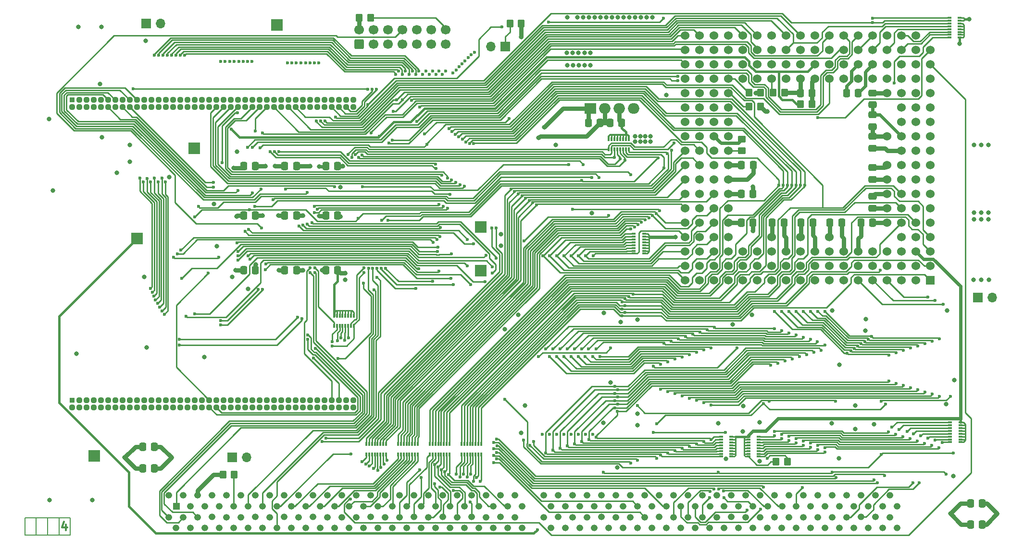
<source format=gbr>
G04 #@! TF.GenerationSoftware,KiCad,Pcbnew,(6.0.5-0)*
G04 #@! TF.CreationDate,2022-07-01T16:01:09+02:00*
G04 #@! TF.ProjectId,Z3660_v02,5a333636-305f-4763-9032-2e6b69636164,rev?*
G04 #@! TF.SameCoordinates,Original*
G04 #@! TF.FileFunction,Copper,L4,Bot*
G04 #@! TF.FilePolarity,Positive*
%FSLAX46Y46*%
G04 Gerber Fmt 4.6, Leading zero omitted, Abs format (unit mm)*
G04 Created by KiCad (PCBNEW (6.0.5-0)) date 2022-07-01 16:01:09*
%MOMM*%
%LPD*%
G01*
G04 APERTURE LIST*
G04 Aperture macros list*
%AMRoundRect*
0 Rectangle with rounded corners*
0 $1 Rounding radius*
0 $2 $3 $4 $5 $6 $7 $8 $9 X,Y pos of 4 corners*
0 Add a 4 corners polygon primitive as box body*
4,1,4,$2,$3,$4,$5,$6,$7,$8,$9,$2,$3,0*
0 Add four circle primitives for the rounded corners*
1,1,$1+$1,$2,$3*
1,1,$1+$1,$4,$5*
1,1,$1+$1,$6,$7*
1,1,$1+$1,$8,$9*
0 Add four rect primitives between the rounded corners*
20,1,$1+$1,$2,$3,$4,$5,0*
20,1,$1+$1,$4,$5,$6,$7,0*
20,1,$1+$1,$6,$7,$8,$9,0*
20,1,$1+$1,$8,$9,$2,$3,0*%
G04 Aperture macros list end*
G04 #@! TA.AperFunction,NonConductor*
%ADD10C,0.150000*%
G04 #@! TD*
%ADD11C,0.300000*%
G04 #@! TA.AperFunction,NonConductor*
%ADD12C,0.300000*%
G04 #@! TD*
G04 #@! TA.AperFunction,ComponentPad*
%ADD13R,1.700000X1.700000*%
G04 #@! TD*
G04 #@! TA.AperFunction,ComponentPad*
%ADD14O,1.700000X1.700000*%
G04 #@! TD*
G04 #@! TA.AperFunction,ComponentPad*
%ADD15RoundRect,0.250000X0.600000X-0.600000X0.600000X0.600000X-0.600000X0.600000X-0.600000X-0.600000X0*%
G04 #@! TD*
G04 #@! TA.AperFunction,ComponentPad*
%ADD16C,1.700000*%
G04 #@! TD*
G04 #@! TA.AperFunction,ComponentPad*
%ADD17R,2.000000X2.000000*%
G04 #@! TD*
G04 #@! TA.AperFunction,ComponentPad*
%ADD18R,2.000000X1.905000*%
G04 #@! TD*
G04 #@! TA.AperFunction,ComponentPad*
%ADD19O,2.000000X1.905000*%
G04 #@! TD*
G04 #@! TA.AperFunction,ComponentPad*
%ADD20R,1.524000X1.524000*%
G04 #@! TD*
G04 #@! TA.AperFunction,ComponentPad*
%ADD21C,1.524000*%
G04 #@! TD*
G04 #@! TA.AperFunction,SMDPad,CuDef*
%ADD22RoundRect,0.250000X-0.337500X-0.475000X0.337500X-0.475000X0.337500X0.475000X-0.337500X0.475000X0*%
G04 #@! TD*
G04 #@! TA.AperFunction,SMDPad,CuDef*
%ADD23RoundRect,0.249999X-0.350001X-0.450001X0.350001X-0.450001X0.350001X0.450001X-0.350001X0.450001X0*%
G04 #@! TD*
G04 #@! TA.AperFunction,SMDPad,CuDef*
%ADD24R,0.800000X0.300000*%
G04 #@! TD*
G04 #@! TA.AperFunction,SMDPad,CuDef*
%ADD25R,0.300000X0.800000*%
G04 #@! TD*
G04 #@! TA.AperFunction,SMDPad,CuDef*
%ADD26RoundRect,0.250000X-0.475000X0.337500X-0.475000X-0.337500X0.475000X-0.337500X0.475000X0.337500X0*%
G04 #@! TD*
G04 #@! TA.AperFunction,SMDPad,CuDef*
%ADD27RoundRect,0.249999X-0.450001X0.350001X-0.450001X-0.350001X0.450001X-0.350001X0.450001X0.350001X0*%
G04 #@! TD*
G04 #@! TA.AperFunction,SMDPad,CuDef*
%ADD28RoundRect,0.249999X0.350001X0.450001X-0.350001X0.450001X-0.350001X-0.450001X0.350001X-0.450001X0*%
G04 #@! TD*
G04 #@! TA.AperFunction,SMDPad,CuDef*
%ADD29RoundRect,0.250000X0.475000X-0.337500X0.475000X0.337500X-0.475000X0.337500X-0.475000X-0.337500X0*%
G04 #@! TD*
G04 #@! TA.AperFunction,SMDPad,CuDef*
%ADD30RoundRect,0.250000X0.337500X0.475000X-0.337500X0.475000X-0.337500X-0.475000X0.337500X-0.475000X0*%
G04 #@! TD*
G04 #@! TA.AperFunction,ComponentPad*
%ADD31R,0.950000X0.950000*%
G04 #@! TD*
G04 #@! TA.AperFunction,ComponentPad*
%ADD32RoundRect,0.237500X-0.237500X0.237500X-0.237500X-0.237500X0.237500X-0.237500X0.237500X0.237500X0*%
G04 #@! TD*
G04 #@! TA.AperFunction,ComponentPad*
%ADD33R,1.200000X1.200000*%
G04 #@! TD*
G04 #@! TA.AperFunction,ComponentPad*
%ADD34O,1.200000X1.200000*%
G04 #@! TD*
G04 #@! TA.AperFunction,SMDPad,CuDef*
%ADD35RoundRect,0.250000X-0.350000X-0.450000X0.350000X-0.450000X0.350000X0.450000X-0.350000X0.450000X0*%
G04 #@! TD*
G04 #@! TA.AperFunction,ViaPad*
%ADD36C,0.800000*%
G04 #@! TD*
G04 #@! TA.AperFunction,ViaPad*
%ADD37C,0.600000*%
G04 #@! TD*
G04 #@! TA.AperFunction,Conductor*
%ADD38C,0.800000*%
G04 #@! TD*
G04 #@! TA.AperFunction,Conductor*
%ADD39C,0.250000*%
G04 #@! TD*
G04 #@! TA.AperFunction,Conductor*
%ADD40C,0.600000*%
G04 #@! TD*
G04 #@! TA.AperFunction,Conductor*
%ADD41C,0.400000*%
G04 #@! TD*
G04 #@! TA.AperFunction,Conductor*
%ADD42C,0.300000*%
G04 #@! TD*
G04 APERTURE END LIST*
D10*
X88576000Y-118999000D02*
X88576000Y-122047000D01*
X88576000Y-122047000D02*
X80576000Y-122047000D01*
X80576000Y-122047000D02*
X80576000Y-118999000D01*
X86582000Y-118999000D02*
X86582000Y-122047000D01*
X82582000Y-118999000D02*
X82582000Y-122047000D01*
X84582000Y-118999000D02*
X84582000Y-122047000D01*
X80576000Y-118999000D02*
X88576000Y-118999000D01*
D11*
D12*
X87846714Y-120201571D02*
X87846714Y-121201571D01*
X87489571Y-119630142D02*
X87132428Y-120701571D01*
X88061000Y-120701571D01*
D13*
X248412000Y-80137000D03*
D14*
X250952000Y-80137000D03*
D13*
X101981000Y-31750000D03*
D14*
X104521000Y-31750000D03*
D15*
X139446000Y-35433000D03*
D16*
X139446000Y-32893000D03*
X141986000Y-35433000D03*
X141986000Y-32893000D03*
X144526000Y-35433000D03*
X144526000Y-32893000D03*
X147066000Y-35433000D03*
X147066000Y-32893000D03*
X149606000Y-35433000D03*
X149606000Y-32893000D03*
X152146000Y-35433000D03*
X152146000Y-32893000D03*
X154686000Y-35433000D03*
X154686000Y-32893000D03*
D17*
X124968000Y-32004000D03*
X160909000Y-75411000D03*
X110388400Y-53797200D03*
X92837000Y-108077000D03*
X100330000Y-69723000D03*
D13*
X165227000Y-35814000D03*
D14*
X162687000Y-35814000D03*
D13*
X117094000Y-108331000D03*
D14*
X119634000Y-108331000D03*
D18*
X180213000Y-46736000D03*
D19*
X182753000Y-46736000D03*
X185293000Y-46736000D03*
X187833000Y-46736000D03*
D17*
X160909000Y-67691000D03*
D20*
X240055000Y-77050900D03*
D21*
X237515000Y-77050900D03*
X234975000Y-77050900D03*
X232435000Y-77050900D03*
X229895000Y-77050900D03*
X227355000Y-77050900D03*
X224815000Y-77050900D03*
X222275000Y-77050900D03*
X219735000Y-77050900D03*
X217195000Y-77050900D03*
X214655000Y-77050900D03*
X212115000Y-77050900D03*
X209575000Y-77050900D03*
X207035000Y-77050900D03*
X204495000Y-77050900D03*
X201955000Y-77050900D03*
X199415000Y-77050900D03*
X196875000Y-77050900D03*
X240055000Y-74510900D03*
X237515000Y-74510900D03*
X234975000Y-74510900D03*
X232435000Y-74510900D03*
X229895000Y-74510900D03*
X227355000Y-74510900D03*
X224815000Y-74510900D03*
X222275000Y-74510900D03*
X219735000Y-74510900D03*
X217195000Y-74510900D03*
X214655000Y-74510900D03*
X212115000Y-74510900D03*
X209575000Y-74510900D03*
X207035000Y-74510900D03*
X204495000Y-74510900D03*
X201955000Y-74510900D03*
X199415000Y-74510900D03*
X196875000Y-74510900D03*
X240055000Y-71970900D03*
X237515000Y-71970900D03*
X234975000Y-71970900D03*
X232435000Y-71970900D03*
X229895000Y-71970900D03*
X227355000Y-71970900D03*
X224815000Y-71970900D03*
X222275000Y-71970900D03*
X219735000Y-71970900D03*
X217195000Y-71970900D03*
X214655000Y-71970900D03*
X212115000Y-71970900D03*
X209575000Y-71970900D03*
X207035000Y-71970900D03*
X204495000Y-71970900D03*
X201955000Y-71970900D03*
X199415000Y-71970900D03*
X196875000Y-71970900D03*
X240055000Y-69430900D03*
X237515000Y-69430900D03*
X234975000Y-69430900D03*
X201955000Y-69430900D03*
X199415000Y-69430900D03*
X196875000Y-69430900D03*
X240055000Y-66890900D03*
X237515000Y-66890900D03*
X234975000Y-66890900D03*
X201955000Y-66890900D03*
X199415000Y-66890900D03*
X196875000Y-66890900D03*
X240055000Y-64350900D03*
X237515000Y-64350900D03*
X234975000Y-64350900D03*
X201955000Y-64350900D03*
X199415000Y-64350900D03*
X196875000Y-64350900D03*
X240055000Y-61810900D03*
X237515000Y-61810900D03*
X234975000Y-61810900D03*
X201955000Y-61810900D03*
X199415000Y-61810900D03*
X196875000Y-61810900D03*
X240055000Y-59270900D03*
X237515000Y-59270900D03*
X234975000Y-59270900D03*
X201955000Y-59270900D03*
X199415000Y-59270900D03*
X196875000Y-59270900D03*
X240055000Y-56730900D03*
X237515000Y-56730900D03*
X234975000Y-56730900D03*
X201955000Y-56730900D03*
X199415000Y-56730900D03*
X196875000Y-56730900D03*
X240055000Y-54190900D03*
X237515000Y-54190900D03*
X234975000Y-54190900D03*
X201955000Y-54190900D03*
X199415000Y-54190900D03*
X196875000Y-54190900D03*
X240055000Y-51650900D03*
X237515000Y-51650900D03*
X234975000Y-51650900D03*
X201955000Y-51650900D03*
X199415000Y-51650900D03*
X196875000Y-51650900D03*
X240055000Y-49110900D03*
X237515000Y-49110900D03*
X234975000Y-49110900D03*
X201955000Y-49110900D03*
X199415000Y-49110900D03*
X196875000Y-49110900D03*
X240055000Y-46570900D03*
X237515000Y-46570900D03*
X234975000Y-46570900D03*
X201955000Y-46570900D03*
X199415000Y-46570900D03*
X196875000Y-46570900D03*
X240055000Y-44030900D03*
X237515000Y-44030900D03*
X234975000Y-44030900D03*
X201955000Y-44030900D03*
X199415000Y-44030900D03*
X196875000Y-44030900D03*
X240055000Y-41490900D03*
X237515000Y-41490900D03*
X234975000Y-41490900D03*
X201955000Y-41490900D03*
X199415000Y-41490900D03*
X196875000Y-41490900D03*
X240055000Y-38950900D03*
X237515000Y-38950900D03*
X234975000Y-38950900D03*
X232435000Y-38950900D03*
X229895000Y-38950900D03*
X227355000Y-38950900D03*
X224815000Y-38950900D03*
X222275000Y-38950900D03*
X219735000Y-38950900D03*
X217195000Y-38950900D03*
X214655000Y-38950900D03*
X212115000Y-38950900D03*
X209575000Y-38950900D03*
X207035000Y-38950900D03*
X204495000Y-38950900D03*
X201955000Y-38950900D03*
X199415000Y-38950900D03*
X196875000Y-38950900D03*
X240055000Y-36410900D03*
X237515000Y-36410900D03*
X234975000Y-36410900D03*
X232435000Y-36410900D03*
X229895000Y-36410900D03*
X227355000Y-36410900D03*
X224815000Y-36410900D03*
X222275000Y-36410900D03*
X219735000Y-36410900D03*
X217195000Y-36410900D03*
X214655000Y-36410900D03*
X212115000Y-36410900D03*
X209575000Y-36410900D03*
X207035000Y-36410900D03*
X204495000Y-36410900D03*
X201955000Y-36410900D03*
X199415000Y-36410900D03*
X196875000Y-36410900D03*
X237515000Y-33870900D03*
X234975000Y-33870900D03*
X232435000Y-33870900D03*
X229895000Y-33870900D03*
X227355000Y-33870900D03*
X224815000Y-33870900D03*
X222275000Y-33870900D03*
X219735000Y-33870900D03*
X217195000Y-33870900D03*
X214655000Y-33870900D03*
X212115000Y-33870900D03*
X209575000Y-33870900D03*
X207035000Y-33870900D03*
X204495000Y-33870900D03*
X201955000Y-33870900D03*
X199415000Y-33870900D03*
X196875000Y-33870900D03*
X222275000Y-69430900D03*
X217195000Y-69430900D03*
X212115000Y-69430900D03*
X204495000Y-69430900D03*
X232435000Y-66890900D03*
X204495000Y-66890900D03*
X232435000Y-64350900D03*
X204495000Y-64350900D03*
X232435000Y-61810900D03*
X204495000Y-61810900D03*
X232435000Y-59270900D03*
X204495000Y-59270900D03*
X232435000Y-56730900D03*
X204495000Y-56730900D03*
X204495000Y-54190900D03*
X232435000Y-51650900D03*
X204495000Y-51650900D03*
X204495000Y-49110900D03*
X204495000Y-46570900D03*
X232435000Y-44030900D03*
X204495000Y-44030900D03*
X232435000Y-41490900D03*
X229895000Y-41490900D03*
X227355000Y-41490900D03*
X224815000Y-41490900D03*
X222275000Y-41490900D03*
X219735000Y-41490900D03*
X217195000Y-41490900D03*
X214655000Y-41490900D03*
X212115000Y-41490900D03*
X209575000Y-41490900D03*
X207035000Y-41490900D03*
X204495000Y-41490900D03*
D22*
X247120500Y-116459000D03*
X249195500Y-116459000D03*
D23*
X166005000Y-31750000D03*
X168005000Y-31750000D03*
D24*
X204989000Y-104676000D03*
X204989000Y-105176000D03*
X204989000Y-105676000D03*
X204989000Y-106176000D03*
X204989000Y-106676000D03*
X204989000Y-107176000D03*
X204989000Y-107676000D03*
X204989000Y-108176000D03*
X203189000Y-108176000D03*
X203189000Y-107676000D03*
X203189000Y-107176000D03*
X203189000Y-106676000D03*
X203189000Y-106176000D03*
X203189000Y-105676000D03*
X203189000Y-105176000D03*
X203189000Y-104676000D03*
X243531000Y-105636000D03*
X243531000Y-105136000D03*
X243531000Y-104636000D03*
X243531000Y-104136000D03*
X243531000Y-103636000D03*
X243531000Y-103136000D03*
X243531000Y-102636000D03*
X243531000Y-102136000D03*
X245331000Y-102136000D03*
X245331000Y-102636000D03*
X245331000Y-103136000D03*
X245331000Y-103636000D03*
X245331000Y-104136000D03*
X245331000Y-104636000D03*
X245331000Y-105136000D03*
X245331000Y-105636000D03*
D25*
X183416000Y-52186000D03*
X183916000Y-52186000D03*
X184416000Y-52186000D03*
X184916000Y-52186000D03*
X185416000Y-52186000D03*
X185916000Y-52186000D03*
X186416000Y-52186000D03*
X186916000Y-52186000D03*
X186916000Y-53986000D03*
X186416000Y-53986000D03*
X185916000Y-53986000D03*
X185416000Y-53986000D03*
X184916000Y-53986000D03*
X184416000Y-53986000D03*
X183916000Y-53986000D03*
X183416000Y-53986000D03*
D24*
X245237000Y-30758000D03*
X245237000Y-31258000D03*
X245237000Y-31758000D03*
X245237000Y-32258000D03*
X245237000Y-32758000D03*
X245237000Y-33258000D03*
X245237000Y-33758000D03*
X245237000Y-34258000D03*
X243437000Y-34258000D03*
X243437000Y-33758000D03*
X243437000Y-33258000D03*
X243437000Y-32758000D03*
X243437000Y-32258000D03*
X243437000Y-31758000D03*
X243437000Y-31258000D03*
X243437000Y-30758000D03*
X187822000Y-72362000D03*
X187822000Y-71862000D03*
X187822000Y-71362000D03*
X187822000Y-70862000D03*
X187822000Y-70362000D03*
X187822000Y-69862000D03*
X187822000Y-69362000D03*
X187822000Y-68862000D03*
X189622000Y-68862000D03*
X189622000Y-69362000D03*
X189622000Y-69862000D03*
X189622000Y-70362000D03*
X189622000Y-70862000D03*
X189622000Y-71362000D03*
X189622000Y-71862000D03*
X189622000Y-72362000D03*
D26*
X229870000Y-44026000D03*
X229870000Y-46101000D03*
D22*
X101324500Y-110236000D03*
X103399500Y-110236000D03*
D27*
X206883000Y-52213000D03*
X206883000Y-54213000D03*
D28*
X210143600Y-46380400D03*
X208143600Y-46380400D03*
X214360000Y-43942000D03*
X212360000Y-43942000D03*
X117459000Y-111379000D03*
X115459000Y-111379000D03*
D24*
X208015000Y-108176000D03*
X208015000Y-107676000D03*
X208015000Y-107176000D03*
X208015000Y-106676000D03*
X208015000Y-106176000D03*
X208015000Y-105676000D03*
X208015000Y-105176000D03*
X208015000Y-104676000D03*
X209815000Y-104676000D03*
X209815000Y-105176000D03*
X209815000Y-105676000D03*
X209815000Y-106176000D03*
X209815000Y-106676000D03*
X209815000Y-107176000D03*
X209815000Y-107676000D03*
X209815000Y-108176000D03*
D25*
X135029000Y-83301000D03*
X135529000Y-83301000D03*
X136029000Y-83301000D03*
X136529000Y-83301000D03*
X137029000Y-83301000D03*
X137529000Y-83301000D03*
X138029000Y-83301000D03*
X138529000Y-83301000D03*
X138529000Y-85101000D03*
X138029000Y-85101000D03*
X137529000Y-85101000D03*
X137029000Y-85101000D03*
X136529000Y-85101000D03*
X136029000Y-85101000D03*
X135529000Y-85101000D03*
X135029000Y-85101000D03*
X160976000Y-107763000D03*
X160476000Y-107763000D03*
X159976000Y-107763000D03*
X159476000Y-107763000D03*
X158976000Y-107763000D03*
X158476000Y-107763000D03*
X157976000Y-107763000D03*
X157476000Y-107763000D03*
X157476000Y-105963000D03*
X157976000Y-105963000D03*
X158476000Y-105963000D03*
X158976000Y-105963000D03*
X159476000Y-105963000D03*
X159976000Y-105963000D03*
X160476000Y-105963000D03*
X160976000Y-105963000D03*
X149800000Y-107763000D03*
X149300000Y-107763000D03*
X148800000Y-107763000D03*
X148300000Y-107763000D03*
X147800000Y-107763000D03*
X147300000Y-107763000D03*
X146800000Y-107763000D03*
X146300000Y-107763000D03*
X146300000Y-105963000D03*
X146800000Y-105963000D03*
X147300000Y-105963000D03*
X147800000Y-105963000D03*
X148300000Y-105963000D03*
X148800000Y-105963000D03*
X149300000Y-105963000D03*
X149800000Y-105963000D03*
X144212000Y-107763000D03*
X143712000Y-107763000D03*
X143212000Y-107763000D03*
X142712000Y-107763000D03*
X142212000Y-107763000D03*
X141712000Y-107763000D03*
X141212000Y-107763000D03*
X140712000Y-107763000D03*
X140712000Y-105963000D03*
X141212000Y-105963000D03*
X141712000Y-105963000D03*
X142212000Y-105963000D03*
X142712000Y-105963000D03*
X143212000Y-105963000D03*
X143712000Y-105963000D03*
X144212000Y-105963000D03*
D29*
X229870000Y-49932500D03*
X229870000Y-47857500D03*
D22*
X101324500Y-106426000D03*
X103399500Y-106426000D03*
X247120500Y-120142000D03*
X249195500Y-120142000D03*
D28*
X210143600Y-43942000D03*
X208143600Y-43942000D03*
D25*
X155388000Y-107763000D03*
X154888000Y-107763000D03*
X154388000Y-107763000D03*
X153888000Y-107763000D03*
X153388000Y-107763000D03*
X152888000Y-107763000D03*
X152388000Y-107763000D03*
X151888000Y-107763000D03*
X151888000Y-105963000D03*
X152388000Y-105963000D03*
X152888000Y-105963000D03*
X153388000Y-105963000D03*
X153888000Y-105963000D03*
X154388000Y-105963000D03*
X154888000Y-105963000D03*
X155388000Y-105963000D03*
D23*
X212868000Y-109093000D03*
X214868000Y-109093000D03*
X139462000Y-30734000D03*
X141462000Y-30734000D03*
D22*
X126343500Y-56896000D03*
X128418500Y-56896000D03*
D30*
X121179500Y-65659000D03*
X119104500Y-65659000D03*
D22*
X126343500Y-65659000D03*
X128418500Y-65659000D03*
X133582500Y-65659000D03*
X135657500Y-65659000D03*
D30*
X121179500Y-75311000D03*
X119104500Y-75311000D03*
X128418500Y-75311000D03*
X126343500Y-75311000D03*
X229891500Y-66929000D03*
X227816500Y-66929000D03*
D22*
X212195500Y-66929000D03*
X214270500Y-66929000D03*
X217275500Y-66929000D03*
X219350500Y-66929000D03*
X222355500Y-66929000D03*
X224430500Y-66929000D03*
D26*
X229870000Y-57192000D03*
X229870000Y-59267000D03*
X229870000Y-51667500D03*
X229870000Y-53742500D03*
D22*
X206756500Y-66929000D03*
X208831500Y-66929000D03*
D26*
X229870000Y-62272000D03*
X229870000Y-64347000D03*
D22*
X206734500Y-61849000D03*
X208809500Y-61849000D03*
X133582500Y-56896000D03*
X135657500Y-56896000D03*
X119104500Y-56896000D03*
X121179500Y-56896000D03*
D30*
X185695500Y-49276000D03*
X183620500Y-49276000D03*
D22*
X179810500Y-49276000D03*
X181885500Y-49276000D03*
D30*
X227351500Y-44005500D03*
X225276500Y-44005500D03*
D22*
X206798000Y-56705500D03*
X208873000Y-56705500D03*
D31*
X88883000Y-45256500D03*
D32*
X88883000Y-46526500D03*
X90153000Y-45256500D03*
X90153000Y-46526500D03*
X91423000Y-45256500D03*
X91423000Y-46526500D03*
X92693000Y-45256500D03*
X92693000Y-46526500D03*
X93963000Y-45256500D03*
X93963000Y-46526500D03*
X95233000Y-45256500D03*
X95233000Y-46526500D03*
X96503000Y-45256500D03*
X96503000Y-46526500D03*
X97773000Y-45256500D03*
X97773000Y-46526500D03*
X99043000Y-45256500D03*
X99043000Y-46526500D03*
X100313000Y-45256500D03*
X100313000Y-46526500D03*
X101583000Y-45256500D03*
X101583000Y-46526500D03*
X102853000Y-45256500D03*
X102853000Y-46526500D03*
X104123000Y-45256500D03*
X104123000Y-46526500D03*
X105393000Y-45256500D03*
X105393000Y-46526500D03*
X106663000Y-45256500D03*
X106663000Y-46526500D03*
X107933000Y-45256500D03*
X107933000Y-46526500D03*
X109203000Y-45256500D03*
X109203000Y-46526500D03*
X110473000Y-45256500D03*
X110473000Y-46526500D03*
X111743000Y-45256500D03*
X111743000Y-46526500D03*
X113013000Y-45256500D03*
X113013000Y-46526500D03*
X114283000Y-45256500D03*
X114283000Y-46526500D03*
X115553000Y-45256500D03*
X115553000Y-46526500D03*
X116823000Y-45256500D03*
X116823000Y-46526500D03*
X118093000Y-45256500D03*
X118093000Y-46526500D03*
X119363000Y-45256500D03*
X119363000Y-46526500D03*
X120633000Y-45256500D03*
X120633000Y-46526500D03*
X121903000Y-45256500D03*
X121903000Y-46526500D03*
X123173000Y-45256500D03*
X123173000Y-46526500D03*
X124443000Y-45256500D03*
X124443000Y-46526500D03*
X125713000Y-45256500D03*
X125713000Y-46526500D03*
X126983000Y-45256500D03*
X126983000Y-46526500D03*
X128253000Y-45256500D03*
X128253000Y-46526500D03*
X129523000Y-45256500D03*
X129523000Y-46526500D03*
X130793000Y-45256500D03*
X130793000Y-46526500D03*
X132063000Y-45256500D03*
X132063000Y-46526500D03*
X133333000Y-45256500D03*
X133333000Y-46526500D03*
X134603000Y-45256500D03*
X134603000Y-46526500D03*
X135873000Y-45256500D03*
X135873000Y-46526500D03*
X137143000Y-45256500D03*
X137143000Y-46526500D03*
X138413000Y-45256500D03*
X138413000Y-46526500D03*
D31*
X88883000Y-98193000D03*
D32*
X88883000Y-99463000D03*
X90153000Y-98193000D03*
X90153000Y-99463000D03*
X91423000Y-98193000D03*
X91423000Y-99463000D03*
X92693000Y-98193000D03*
X92693000Y-99463000D03*
X93963000Y-98193000D03*
X93963000Y-99463000D03*
X95233000Y-98193000D03*
X95233000Y-99463000D03*
X96503000Y-98193000D03*
X96503000Y-99463000D03*
X97773000Y-98193000D03*
X97773000Y-99463000D03*
X99043000Y-98193000D03*
X99043000Y-99463000D03*
X100313000Y-98193000D03*
X100313000Y-99463000D03*
X101583000Y-98193000D03*
X101583000Y-99463000D03*
X102853000Y-98193000D03*
X102853000Y-99463000D03*
X104123000Y-98193000D03*
X104123000Y-99463000D03*
X105393000Y-98193000D03*
X105393000Y-99463000D03*
X106663000Y-98193000D03*
X106663000Y-99463000D03*
X107933000Y-98193000D03*
X107933000Y-99463000D03*
X109203000Y-98193000D03*
X109203000Y-99463000D03*
X110473000Y-98193000D03*
X110473000Y-99463000D03*
X111743000Y-98193000D03*
X111743000Y-99463000D03*
X113013000Y-98193000D03*
X113013000Y-99463000D03*
X114283000Y-98193000D03*
X114283000Y-99463000D03*
X115553000Y-98193000D03*
X115553000Y-99463000D03*
X116823000Y-98193000D03*
X116823000Y-99463000D03*
X118093000Y-98193000D03*
X118093000Y-99463000D03*
X119363000Y-98193000D03*
X119363000Y-99463000D03*
X120633000Y-98193000D03*
X120633000Y-99463000D03*
X121903000Y-98193000D03*
X121903000Y-99463000D03*
X123173000Y-98193000D03*
X123173000Y-99463000D03*
X124443000Y-98193000D03*
X124443000Y-99463000D03*
X125713000Y-98193000D03*
X125713000Y-99463000D03*
X126983000Y-98193000D03*
X126983000Y-99463000D03*
X128253000Y-98193000D03*
X128253000Y-99463000D03*
X129523000Y-98193000D03*
X129523000Y-99463000D03*
X130793000Y-98193000D03*
X130793000Y-99463000D03*
X132063000Y-98193000D03*
X132063000Y-99463000D03*
X133333000Y-98193000D03*
X133333000Y-99463000D03*
X134603000Y-98193000D03*
X134603000Y-99463000D03*
X135873000Y-98193000D03*
X135873000Y-99463000D03*
X137143000Y-98193000D03*
X137143000Y-99463000D03*
X138413000Y-98193000D03*
X138413000Y-99463000D03*
D33*
X107239000Y-116954500D03*
D34*
X105964986Y-115024415D03*
X107234986Y-120739415D03*
X105964986Y-118859500D03*
X109774986Y-116954500D03*
X108504986Y-115024415D03*
X109774986Y-120739415D03*
X108504986Y-118859500D03*
X112314986Y-116929415D03*
X111044986Y-115024415D03*
X112314986Y-120739415D03*
X111044986Y-118859500D03*
X114854986Y-116954500D03*
X113584986Y-115024415D03*
X114854986Y-120739415D03*
X113584986Y-118834415D03*
X117394986Y-116954500D03*
X116124986Y-115024415D03*
X117394986Y-120739415D03*
X116124986Y-118859500D03*
X119934986Y-116954500D03*
X118664986Y-115024415D03*
X119934986Y-120739415D03*
X118664986Y-118859500D03*
X122474986Y-116954500D03*
X121204986Y-115024415D03*
X122474986Y-120739415D03*
X121204986Y-118834415D03*
X125014986Y-116954500D03*
X123744986Y-115024415D03*
X125014986Y-120739415D03*
X123744986Y-118859500D03*
X127554986Y-116954500D03*
X126284986Y-115024415D03*
X127554986Y-120739415D03*
X126284986Y-118834415D03*
X130094986Y-116954500D03*
X128824986Y-115024415D03*
X130094986Y-120739415D03*
X128824986Y-118859500D03*
X132634986Y-116929415D03*
X131364986Y-115024415D03*
X132634986Y-120739415D03*
X131364986Y-118834415D03*
X135174986Y-116954500D03*
X133904986Y-115024415D03*
X135174986Y-120739415D03*
X133904986Y-118859500D03*
X137714986Y-116929415D03*
X136444986Y-115024415D03*
X137714986Y-120739415D03*
X136444986Y-118859500D03*
X140254986Y-116954500D03*
X138984986Y-115024415D03*
X140254986Y-120739415D03*
X138984986Y-118859500D03*
X142794986Y-116954500D03*
X141524986Y-115024415D03*
X142794986Y-120739415D03*
X141524986Y-118834415D03*
X145334986Y-116954500D03*
X144064986Y-115024415D03*
X145334986Y-120739415D03*
X144064986Y-118859500D03*
X147874986Y-116954500D03*
X146604986Y-115024415D03*
X147874986Y-120739415D03*
X146604986Y-118859500D03*
X150414986Y-116954500D03*
X149144986Y-115024415D03*
X150414986Y-120739415D03*
X149144986Y-118834415D03*
X152954986Y-116954500D03*
X151684986Y-115024415D03*
X152954986Y-120739415D03*
X151684986Y-118859500D03*
X155494986Y-116954500D03*
X154224986Y-115024415D03*
X155494986Y-120739415D03*
X154224986Y-118834415D03*
X158034986Y-116954500D03*
X156764986Y-115024415D03*
X158034986Y-120739415D03*
X156764986Y-118859500D03*
X160574986Y-116954500D03*
X159304986Y-115024415D03*
X160574986Y-120739415D03*
X159304986Y-118834415D03*
X163114986Y-116954500D03*
X161844986Y-115024415D03*
X163114986Y-120739415D03*
X161844986Y-118859500D03*
X165654986Y-116954500D03*
X164384986Y-115024415D03*
X165654986Y-120739415D03*
X164384986Y-118834415D03*
X168194986Y-116929415D03*
X166924986Y-115024415D03*
X168194986Y-120739415D03*
X166924986Y-118859500D03*
X173274986Y-116929415D03*
X172004986Y-115024415D03*
X173274986Y-120739415D03*
X172004986Y-118859500D03*
X175814986Y-116929415D03*
X174544986Y-115024415D03*
X175814986Y-120739415D03*
X174544986Y-118834415D03*
X178354986Y-116929415D03*
X177084986Y-115024415D03*
X178354986Y-120739415D03*
X177084986Y-118859500D03*
X180894986Y-116954500D03*
X179624986Y-115024415D03*
X180894986Y-120739415D03*
X179624986Y-118859500D03*
X183434986Y-116954500D03*
X182164986Y-115024415D03*
X183434986Y-120739415D03*
X182164986Y-118834415D03*
X185974986Y-116929415D03*
X184704986Y-115024415D03*
X185974986Y-120739415D03*
X184704986Y-118859500D03*
X188514986Y-116954500D03*
X187244986Y-115024415D03*
X188514986Y-120739415D03*
X187244986Y-118859500D03*
X191054986Y-116929415D03*
X189784986Y-115024415D03*
X191054986Y-120739415D03*
X189784986Y-118859500D03*
X193594986Y-116929415D03*
X192324986Y-115024415D03*
X193594986Y-120739415D03*
X192324986Y-118834415D03*
X196134986Y-116929415D03*
X194864986Y-115024415D03*
X196134986Y-120739415D03*
X194864986Y-118859500D03*
X198674986Y-116954500D03*
X197404986Y-115024415D03*
X198674986Y-120739415D03*
X197404986Y-118859500D03*
X201219000Y-116954500D03*
X199944986Y-115024415D03*
X201214986Y-120739415D03*
X199944986Y-118859500D03*
X203754986Y-116929415D03*
X202484986Y-115024415D03*
X203754986Y-120739415D03*
X202484986Y-118859500D03*
X206294986Y-116954500D03*
X205024986Y-115024415D03*
X206294986Y-120739415D03*
X205024986Y-118834415D03*
X208834986Y-116954500D03*
X207564986Y-115024415D03*
X208834986Y-120739415D03*
X207564986Y-118859500D03*
X211379000Y-116954500D03*
X210104986Y-115024415D03*
X211374986Y-120739415D03*
X210104986Y-118859500D03*
X213919000Y-116954500D03*
X212644986Y-115024415D03*
X213914986Y-120739415D03*
X212644986Y-118859500D03*
X216454986Y-116954500D03*
X215184986Y-115024415D03*
X216454986Y-120739415D03*
X215184986Y-118859500D03*
X218994986Y-116954500D03*
X217724986Y-115024415D03*
X218994986Y-120739415D03*
X217724986Y-118859500D03*
X221534986Y-116954500D03*
X220264986Y-115024415D03*
X221534986Y-120739415D03*
X220264986Y-118859500D03*
X224074986Y-116954500D03*
X222804986Y-115024415D03*
X224074986Y-120739415D03*
X222804986Y-118859500D03*
X226614986Y-116954500D03*
X225344986Y-115024415D03*
X226614986Y-120739415D03*
X225344986Y-118859500D03*
X229154986Y-116954500D03*
X227884986Y-115024415D03*
X229154986Y-120739415D03*
X227884986Y-118834415D03*
X231694986Y-116954500D03*
X230424986Y-115024415D03*
X231694986Y-120739415D03*
X230424986Y-118834415D03*
X234234986Y-116954500D03*
X232964986Y-115024415D03*
X234234986Y-120739415D03*
X232964986Y-118859500D03*
D30*
X135657500Y-75311000D03*
X133582500Y-75311000D03*
D22*
X217170500Y-44005500D03*
X219245500Y-44005500D03*
D35*
X217186000Y-45974000D03*
X219186000Y-45974000D03*
D36*
X176107477Y-30690810D03*
X132969000Y-75311000D03*
X178077293Y-36969500D03*
X136573565Y-56926435D03*
X92440000Y-115824000D03*
X94132400Y-51866800D03*
X136144000Y-60666500D03*
X247777000Y-66294000D03*
X222718500Y-102322500D03*
X185547000Y-84455000D03*
X223949446Y-108458000D03*
X93853000Y-42418000D03*
X226822000Y-103335923D03*
X224028000Y-91948000D03*
X180467000Y-65217412D03*
X205232000Y-84872239D03*
X117729000Y-75311000D03*
X193548000Y-44392911D03*
X89662000Y-90043000D03*
X165074063Y-85699063D03*
X102057200Y-88900000D03*
X204089000Y-108585000D03*
X130849500Y-56903872D03*
X177165000Y-39116000D03*
X188468000Y-102616000D03*
X183769000Y-95123000D03*
X125349000Y-75311000D03*
X179197000Y-39116000D03*
X168021000Y-104013000D03*
X210018500Y-108966000D03*
X250316950Y-65087500D03*
X222779925Y-82401075D03*
X176149000Y-39116000D03*
X182499000Y-102235000D03*
X249047000Y-66294000D03*
X136144000Y-65786000D03*
X244260500Y-94682354D03*
X242990500Y-82423000D03*
X228600000Y-85979000D03*
X202731500Y-102274500D03*
X176020094Y-36969500D03*
X180144300Y-36969500D03*
X114395033Y-71059471D03*
X208788000Y-68326000D03*
X249047000Y-65087500D03*
X179122299Y-36969500D03*
X171069000Y-51943000D03*
X112217200Y-90576400D03*
X84836000Y-48641000D03*
X117950000Y-54400000D03*
X106426000Y-108331000D03*
X182512378Y-82832910D03*
X137033000Y-76962000D03*
X122936000Y-56896000D03*
X106019600Y-58877200D03*
X250317000Y-66294000D03*
X208788000Y-60579000D03*
X180213000Y-39116000D03*
X244094000Y-111633000D03*
X174117000Y-53213000D03*
X117823556Y-65818444D03*
X207010000Y-103759000D03*
X251841000Y-118237000D03*
X85482300Y-61214000D03*
X119888000Y-78552412D03*
X94107000Y-32385000D03*
X129540000Y-65659000D03*
X247777008Y-65087500D03*
X242863500Y-98933000D03*
X184912000Y-110109000D03*
X101854000Y-34798000D03*
X178181000Y-39116000D03*
X164426398Y-70993000D03*
X177068242Y-36969500D03*
X245237011Y-35352800D03*
X180961720Y-30690810D03*
X181991000Y-30690810D03*
X184023000Y-30690810D03*
X84963000Y-115824000D03*
X188976000Y-52578000D03*
X228727000Y-83947000D03*
X207065619Y-99248559D03*
X188026805Y-52580194D03*
X183007000Y-30690810D03*
X185039000Y-30690810D03*
X189864951Y-52578491D03*
X189865000Y-51689000D03*
X179958443Y-30690810D03*
X208661000Y-83185000D03*
X188067505Y-30690810D03*
X188468000Y-100635003D03*
X168656000Y-99187000D03*
X189083505Y-30690810D03*
X188468000Y-83992428D03*
X164409960Y-68953928D03*
X249046999Y-76962000D03*
X167513000Y-83185000D03*
X250380503Y-76961998D03*
X96771200Y-58115200D03*
X177907505Y-30690810D03*
X247650001Y-76962000D03*
X243586000Y-118236998D03*
X210018500Y-102108000D03*
X186054443Y-30690810D03*
X172085000Y-50038000D03*
X90043000Y-32385000D03*
X98171000Y-108331000D03*
X190753951Y-52578491D03*
X230163500Y-102489000D03*
X188976049Y-51688509D03*
X187070443Y-30690810D03*
X226822000Y-99187000D03*
X191121720Y-30690810D03*
X190099505Y-30690810D03*
X188023016Y-51688514D03*
X178929720Y-30690810D03*
X190754000Y-51689000D03*
D37*
X221458418Y-106603566D03*
X241548011Y-106627529D03*
X229743000Y-86995000D03*
X241681000Y-87376000D03*
X221488000Y-82550000D03*
X220206990Y-106204055D03*
X240284000Y-106232500D03*
X220261022Y-82550000D03*
X229142363Y-87443318D03*
X240411000Y-87823500D03*
X218948000Y-105804544D03*
X239014000Y-105832989D03*
X238125000Y-112776000D03*
X239141000Y-88223011D03*
X218948000Y-82550000D03*
X228522450Y-87864581D03*
X237744000Y-105433478D03*
X236982000Y-112776000D03*
X217678001Y-105405033D03*
X227886238Y-88260799D03*
X217678000Y-82550000D03*
X237871000Y-88646000D03*
X216385250Y-105005522D03*
X236474000Y-105033967D03*
X227250503Y-88657783D03*
X236601000Y-89027000D03*
X216408000Y-82550000D03*
X235178767Y-104634456D03*
X215106518Y-104606011D03*
X226652239Y-89109262D03*
X215138000Y-82550000D03*
X235331000Y-89421544D03*
X213836518Y-104206500D03*
X233934000Y-104234945D03*
X226026675Y-89522086D03*
X234061000Y-89871533D03*
X213868000Y-82550000D03*
X232664000Y-103835434D03*
X212598000Y-103759000D03*
X232791000Y-90271044D03*
X217550996Y-113665000D03*
X225399608Y-89932624D03*
X212598000Y-82550000D03*
X192517741Y-91881500D03*
X202819000Y-113919000D03*
X172974000Y-90490500D03*
X193802000Y-91458638D03*
X203618934Y-114264418D03*
X174244000Y-90490500D03*
X203708000Y-115443000D03*
X175524509Y-90490500D03*
X195072000Y-90980001D03*
X196342000Y-90580490D03*
X176784000Y-90490500D03*
X197612000Y-90180978D03*
X178054000Y-90490500D03*
X201168000Y-115443000D03*
X198882000Y-89781467D03*
X179252100Y-90490500D03*
X201295000Y-114300000D03*
X180594000Y-90490500D03*
X200154807Y-89381955D03*
X207772000Y-117602000D03*
X201937693Y-113914384D03*
X201422000Y-88982446D03*
X210185000Y-117475000D03*
X181850245Y-90490500D03*
X163161681Y-107962001D03*
X153543000Y-75438000D03*
X108980259Y-83378500D03*
X144107107Y-74930000D03*
X152367935Y-77276500D03*
X163195000Y-109220000D03*
X131582123Y-65157003D03*
X155067000Y-64389000D03*
X163703000Y-108591001D03*
X153691978Y-69320022D03*
X119372307Y-68457616D03*
X132087504Y-64524684D03*
X154305000Y-64068500D03*
X131549328Y-64003034D03*
X153543000Y-63668989D03*
X108250300Y-76708000D03*
X153288010Y-71968978D03*
X170840400Y-121072989D03*
X156025074Y-77851000D03*
X143357604Y-74930000D03*
X152480477Y-70368336D03*
X107442000Y-72390000D03*
X117983000Y-70485000D03*
X153316001Y-71219998D03*
X153162000Y-69850000D03*
X108077000Y-71755000D03*
X149913814Y-75057000D03*
X110490000Y-82991500D03*
X149479000Y-78486000D03*
X142608102Y-74929997D03*
X142621000Y-76581000D03*
X138049000Y-107696000D03*
X141858600Y-74930200D03*
X142113000Y-78740000D03*
X131699000Y-75692000D03*
X131732423Y-89110889D03*
X130816001Y-75692000D03*
X141109200Y-74917800D03*
X143002000Y-51689000D03*
X116934082Y-50358372D03*
X110490000Y-65913000D03*
X121130533Y-50772533D03*
X202705324Y-110931500D03*
X222758000Y-110931500D03*
X182499000Y-110931500D03*
X139319000Y-66167000D03*
X242824000Y-111252000D03*
X192104631Y-55457011D03*
X178689000Y-59439964D03*
X120142000Y-64643000D03*
X210693000Y-98814578D03*
X191897000Y-108458000D03*
X232156000Y-98933000D03*
X170180000Y-105537000D03*
X159645001Y-70612000D03*
X191897000Y-102362000D03*
X120015000Y-68072000D03*
X135128000Y-60579000D03*
X141605000Y-51054000D03*
X115061038Y-84141462D03*
X121661573Y-78715912D03*
X141746259Y-43373500D03*
X143454260Y-66494222D03*
X193167000Y-57277000D03*
X193738743Y-54725360D03*
X144526000Y-66506011D03*
X142506714Y-43373500D03*
X141001764Y-46044751D03*
X164592000Y-32385000D03*
X106807000Y-73025000D03*
X114694544Y-72992514D03*
X147066000Y-45212000D03*
X229870000Y-30861000D03*
X122457691Y-78672855D03*
X115062000Y-84963000D03*
X146050000Y-45212000D03*
X133448341Y-48924500D03*
X171069000Y-90551000D03*
X183769000Y-89027000D03*
X118110000Y-73533000D03*
X162941000Y-74676000D03*
X211709000Y-98415067D03*
X223393000Y-98415067D03*
X121091500Y-64008000D03*
X180467000Y-58928000D03*
X188468000Y-99187000D03*
X158533205Y-74549000D03*
X119865537Y-72733066D03*
X161617270Y-77289270D03*
X120245311Y-73379228D03*
X169545000Y-106172000D03*
X188468000Y-108839000D03*
X203962000Y-103886000D03*
X191262000Y-103886000D03*
X205994000Y-89027000D03*
X181737000Y-58928000D03*
X191262000Y-92202000D03*
X124333000Y-62851458D03*
X232029000Y-111506000D03*
X122936000Y-75184000D03*
X163662282Y-105069718D03*
X155625564Y-76750925D03*
X243586000Y-97536000D03*
X231427843Y-98415067D03*
X168402000Y-105283000D03*
X159131000Y-77851000D03*
X244094000Y-107569000D03*
X231394000Y-107823000D03*
X123063000Y-74168000D03*
X161798000Y-72644000D03*
X168529000Y-70104000D03*
X183388000Y-65659000D03*
X118088801Y-72749801D03*
X131699000Y-74872217D03*
X145505340Y-47257806D03*
X148717000Y-45339000D03*
X128651000Y-83566000D03*
X107823000Y-87503000D03*
X140291846Y-75725380D03*
X134747000Y-88649630D03*
X150114000Y-46514383D03*
X140258491Y-74879559D03*
X149606000Y-49022000D03*
X131949335Y-48924500D03*
X132698838Y-48924500D03*
X115299110Y-56302521D03*
X118050000Y-47500000D03*
X137541000Y-54864000D03*
X138176000Y-55372000D03*
X194945000Y-52835000D03*
X138804999Y-54864000D03*
X184404000Y-55372000D03*
X139361635Y-55416806D03*
X186309000Y-55908484D03*
X185420000Y-55626000D03*
X139967806Y-54976002D03*
X131152835Y-66906274D03*
X163568056Y-73152000D03*
X162941000Y-75819000D03*
X130302000Y-67183000D03*
X163702999Y-107442001D03*
X153797000Y-67714405D03*
X129569621Y-67342293D03*
X210693000Y-113538000D03*
X126492000Y-60960000D03*
X155422767Y-61872478D03*
X152960089Y-57317652D03*
X123808572Y-54356120D03*
X230124000Y-112316396D03*
X163724978Y-106238500D03*
X230759000Y-112776000D03*
X124558055Y-54350654D03*
X152905053Y-56570175D03*
X163193087Y-106813000D03*
X125349000Y-54356000D03*
X178943000Y-56642000D03*
X128833330Y-67482397D03*
X165100000Y-98044000D03*
X187325000Y-109347000D03*
X158533204Y-69850000D03*
X163195000Y-105663999D03*
X155702000Y-72390000D03*
X118110240Y-72000605D03*
X223410217Y-111904217D03*
X229880195Y-31623000D03*
X135300000Y-48260000D03*
X134747000Y-87900127D03*
X107823000Y-88519000D03*
X137922000Y-115697000D03*
X129413000Y-83820000D03*
X220218000Y-48387000D03*
X111154848Y-64068500D03*
X187325000Y-58420000D03*
D36*
X209296000Y-44069000D03*
X124655989Y-56952056D03*
X250316942Y-53213000D03*
X125222000Y-65659000D03*
X117348001Y-57274169D03*
X195199000Y-69469000D03*
X122428000Y-65659000D03*
X132443531Y-65763273D03*
X117094000Y-76454000D03*
X246877000Y-30984000D03*
X99060000Y-53213000D03*
X121243730Y-74274158D03*
X168021000Y-34163000D03*
X129540000Y-75311000D03*
X99060000Y-56134000D03*
X132461000Y-57023000D03*
X137033000Y-75819000D03*
X113908746Y-63568989D03*
X101600000Y-76454000D03*
X249046950Y-53213000D03*
X211328000Y-47244000D03*
X126448500Y-57097235D03*
X247777000Y-53213000D03*
D37*
X160792914Y-112522000D03*
X155212727Y-111360273D03*
X160147000Y-111887000D03*
X154559000Y-110871000D03*
X159643913Y-112515559D03*
X159004000Y-116205000D03*
X153913998Y-110489259D03*
X156083000Y-114173000D03*
X159064500Y-111252000D03*
X153332170Y-110016785D03*
X153670000Y-113538000D03*
X158490000Y-111760000D03*
X152724946Y-109577430D03*
X144399000Y-108839000D03*
X143830500Y-109474000D03*
X143277978Y-110087022D03*
X142748000Y-110617000D03*
X140596693Y-109478616D03*
X136210500Y-87227022D03*
X135636000Y-87757000D03*
X139954000Y-109093000D03*
X141986000Y-110236000D03*
X137560471Y-87231642D03*
X141239386Y-109864232D03*
X136922503Y-87653479D03*
X152781000Y-112963500D03*
X157861000Y-111252000D03*
X157226000Y-111760000D03*
X150368000Y-111887000D03*
X150114000Y-110490000D03*
X156591000Y-111252000D03*
X122428000Y-51100000D03*
X120650000Y-53594000D03*
X119811822Y-53575712D03*
X180648019Y-72720434D03*
X155720462Y-59403996D03*
X156464000Y-59815866D03*
X179324000Y-72771000D03*
X157226000Y-60215377D03*
X178054000Y-72771000D03*
X176784000Y-72771000D03*
X157988000Y-60452000D03*
X155063807Y-59016844D03*
X175514000Y-72771000D03*
X174244000Y-72771000D03*
X154051000Y-58547000D03*
X172974000Y-72771000D03*
X162814000Y-67818000D03*
X133604000Y-104902000D03*
X132965902Y-105476500D03*
X163601233Y-67843233D03*
X171770500Y-72771000D03*
X221488000Y-88519000D03*
X180594000Y-104267000D03*
X193167000Y-88188566D03*
X221489556Y-107352422D03*
X181229000Y-89214500D03*
X179838001Y-89214500D03*
X220157500Y-87884000D03*
X179324000Y-104267000D03*
X220219426Y-106953454D03*
X194437000Y-87789055D03*
X195707000Y-87389544D03*
X178054000Y-104267000D03*
X178689000Y-89214500D03*
X218948000Y-87503000D03*
X218989844Y-106552877D03*
X196977000Y-86990033D03*
X176784000Y-104267000D03*
X177419000Y-89214500D03*
X217678000Y-87122000D03*
X217678000Y-106154535D03*
X175514000Y-104267000D03*
X216410936Y-105754585D03*
X176149000Y-89214500D03*
X198247000Y-86590522D03*
X216408000Y-86741000D03*
X174244000Y-104267000D03*
X215156184Y-105368811D03*
X215139967Y-86360000D03*
X199517000Y-86191011D03*
X174879000Y-89214500D03*
X173610300Y-89214500D03*
X213886184Y-104969300D03*
X200737915Y-85791500D03*
X172974000Y-104267000D03*
X213868000Y-85979000D03*
X212629482Y-104539985D03*
X202052305Y-85371750D03*
X171704000Y-104267000D03*
X172339000Y-89214500D03*
X212598000Y-85598000D03*
X201422000Y-105156000D03*
X181229000Y-104775000D03*
X211963000Y-92075000D03*
X184912000Y-100203000D03*
X184517440Y-99565759D03*
X213233000Y-91694000D03*
X200152000Y-105537000D03*
X179959000Y-105156000D03*
X178689000Y-105537000D03*
X214503000Y-91313000D03*
X184970834Y-98933000D03*
X198882010Y-105924001D03*
X215773000Y-90932000D03*
X184531000Y-98298000D03*
X177419000Y-105918000D03*
X197612000Y-106323512D03*
X217043000Y-90551000D03*
X185039000Y-97663000D03*
X176149000Y-106299000D03*
X196342000Y-106723023D03*
X174879000Y-106680000D03*
X218313000Y-90170000D03*
X195072000Y-107122534D03*
X184531000Y-97028000D03*
X185039000Y-96393000D03*
X219583000Y-89789000D03*
X193802000Y-107522045D03*
X173609000Y-107061000D03*
X184509022Y-95818500D03*
X192532020Y-107921556D03*
X172339000Y-107569000D03*
X220853000Y-89408000D03*
X201422000Y-99071162D03*
X242189000Y-105711010D03*
X242316000Y-81280000D03*
X241681000Y-97536000D03*
X200152000Y-98679000D03*
X240919000Y-105283000D03*
X240919000Y-80645000D03*
X240411000Y-97155000D03*
X239649000Y-104902000D03*
X198882000Y-98272131D03*
X239141000Y-96774000D03*
X239649000Y-80010000D03*
X197612000Y-97872620D03*
X237871000Y-96393000D03*
X238369000Y-104521000D03*
X196342000Y-97473109D03*
X236601000Y-96012000D03*
X237115001Y-104140000D03*
X235331000Y-95631000D03*
X235966000Y-103759000D03*
X195072000Y-97073598D03*
X234569000Y-103378000D03*
X193802000Y-96674087D03*
X234061000Y-95250000D03*
X233299000Y-102997000D03*
X192532000Y-96274578D03*
X232791000Y-94869000D03*
X151360521Y-53086000D03*
X131445000Y-90805000D03*
X122053559Y-53664729D03*
X135726861Y-90833842D03*
X140208000Y-77597000D03*
X211328000Y-108458000D03*
X149987000Y-40132000D03*
X166197743Y-60994277D03*
X194463733Y-54128733D03*
X103378000Y-37338000D03*
X186944000Y-79924166D03*
X103013327Y-79152814D03*
X101463600Y-59708800D03*
X104164889Y-37363578D03*
X149472999Y-40767000D03*
X166840159Y-61393788D03*
X102073200Y-59099200D03*
X186307183Y-80323677D03*
X103288422Y-79850006D03*
X104913941Y-37337586D03*
X167487216Y-61793299D03*
X148832012Y-40137986D03*
X103566943Y-80545836D03*
X185798355Y-80873994D03*
X102733600Y-59708800D03*
X148225149Y-40756616D03*
X168127846Y-62192810D03*
X105688249Y-37352395D03*
X103978843Y-81172009D03*
X103394000Y-59048400D03*
X186309000Y-81534000D03*
X106437609Y-37337802D03*
X147574000Y-40132000D03*
X168768427Y-62592321D03*
X185801000Y-82169000D03*
X104054400Y-59708800D03*
X104318466Y-81840149D03*
X169411234Y-62987682D03*
X107188000Y-37338000D03*
X147065764Y-40761235D03*
X104755453Y-82449080D03*
X104714800Y-59048400D03*
X186313616Y-82743500D03*
X231267000Y-75311000D03*
X170043238Y-63390577D03*
X107950000Y-37338000D03*
X146424999Y-40132000D03*
X185800837Y-83318001D03*
X105324400Y-59708800D03*
X105127482Y-83099732D03*
X145910998Y-40767000D03*
X108712000Y-37338000D03*
X170679278Y-63787070D03*
X191770000Y-65278000D03*
X159766000Y-36830000D03*
X115062000Y-38481000D03*
X115862103Y-38493363D03*
X191127307Y-65663616D03*
X159165754Y-37278842D03*
X116703920Y-38477681D03*
X190482557Y-66045781D03*
X158650161Y-37822825D03*
X189809845Y-66421000D03*
X158117872Y-38350483D03*
X117475000Y-38481000D03*
X189183517Y-66832665D03*
X157588268Y-38880836D03*
X118268593Y-38481000D03*
X119036730Y-38481000D03*
X188546219Y-67227133D03*
X157058229Y-39410754D03*
X119786232Y-38480782D03*
X156528261Y-39940742D03*
X187940557Y-67668638D03*
X120535734Y-38481004D03*
X187289332Y-68039664D03*
X155993801Y-40466201D03*
X113792000Y-59817000D03*
X122301000Y-67818000D03*
X150961011Y-51274211D03*
X165862000Y-48514000D03*
X176403000Y-56642000D03*
X140081000Y-60579000D03*
X172847000Y-31496000D03*
X193040000Y-30861000D03*
X130429000Y-86728985D03*
X99695000Y-43307000D03*
X140984257Y-43373500D03*
X102671110Y-78486000D03*
X187706000Y-79525478D03*
X100803200Y-59048400D03*
X213385561Y-60285390D03*
X126873000Y-38735000D03*
X154686000Y-40132000D03*
X159643368Y-52959003D03*
X158893906Y-52966792D03*
X154111500Y-40767000D03*
X127635000Y-38735000D03*
X214134630Y-60310875D03*
X153543000Y-40132000D03*
X214884000Y-60325000D03*
X128397000Y-38735000D03*
X158213231Y-52653048D03*
X157618407Y-52197045D03*
X215646000Y-60299767D03*
X129221787Y-38732739D03*
X152962499Y-40767000D03*
X130048000Y-38735000D03*
X152400000Y-40132000D03*
X157012094Y-51756434D03*
X216395703Y-60325421D03*
X217144767Y-60299767D03*
X156420151Y-51296697D03*
X151813498Y-40761262D03*
X130810000Y-38735000D03*
X151257000Y-40132000D03*
X131572000Y-38735000D03*
X217932000Y-60325000D03*
X155826532Y-50839128D03*
X150622000Y-40767000D03*
X155310466Y-50295572D03*
X132334000Y-38735000D03*
X177054411Y-64499589D03*
X192405000Y-64773479D03*
X130810000Y-74872217D03*
X112903000Y-75819000D03*
X130429000Y-87478488D03*
X113760239Y-60639500D03*
X144675601Y-52815505D03*
X233680000Y-42291000D03*
X195579508Y-41836897D03*
X195588072Y-41087444D03*
X145288000Y-52324000D03*
X118077769Y-61214000D03*
X120688267Y-61633267D03*
X122174000Y-60960000D03*
X130302000Y-61595000D03*
D38*
X214655000Y-71970900D02*
X214655000Y-69571000D01*
X219245000Y-43808000D02*
X219245500Y-43808500D01*
X232431100Y-64347000D02*
X232435000Y-64350900D01*
D39*
X245988000Y-33143000D02*
X245988000Y-33651000D01*
D38*
X126343500Y-75311000D02*
X125349000Y-75311000D01*
X103399500Y-106426000D02*
X104521000Y-106426000D01*
X219245500Y-44005500D02*
X219245500Y-45914500D01*
X117983000Y-65659000D02*
X117823556Y-65818444D01*
X219350500Y-66929000D02*
X219350500Y-69109500D01*
D40*
X231181600Y-47857500D02*
X234975000Y-51650900D01*
D38*
X219350500Y-69109500D02*
X219735000Y-69494000D01*
X208809500Y-61849000D02*
X208809500Y-60600500D01*
X128418500Y-65659000D02*
X129540000Y-65659000D01*
D39*
X245984000Y-32758000D02*
X245988000Y-32762000D01*
D38*
X136543130Y-56896000D02*
X136573565Y-56926435D01*
X113792000Y-111379000D02*
X111044986Y-114126014D01*
X227355000Y-69698000D02*
X227816500Y-69236500D01*
X181885500Y-49276000D02*
X183620500Y-49276000D01*
X219735000Y-71970900D02*
X219735000Y-69494000D01*
X208809500Y-60600500D02*
X208788000Y-60579000D01*
X227816500Y-66929000D02*
X227816500Y-69236500D01*
X249936000Y-120142000D02*
X251841000Y-118237000D01*
X135657500Y-65659000D02*
X135784500Y-65786000D01*
X219245500Y-43808500D02*
X219245500Y-44069000D01*
D40*
X227355000Y-38950900D02*
X226142999Y-40162901D01*
D38*
X232498900Y-54190900D02*
X234975000Y-54190900D01*
D39*
X245873000Y-33258000D02*
X245988000Y-33143000D01*
D38*
X121179500Y-56896000D02*
X122936000Y-56896000D01*
X119104500Y-65659000D02*
X117983000Y-65659000D01*
D39*
X245988000Y-34032000D02*
X245762000Y-34258000D01*
D40*
X226142999Y-40162901D02*
X226142999Y-41929499D01*
D39*
X245746000Y-31758000D02*
X245988000Y-32000000D01*
D38*
X103399500Y-110236000D02*
X104521000Y-110236000D01*
X208831500Y-66929000D02*
X208788000Y-66972500D01*
X115459000Y-111379000D02*
X113792000Y-111379000D01*
X182753000Y-46736000D02*
X182753000Y-49276000D01*
D39*
X245881000Y-33758000D02*
X245988000Y-33651000D01*
D38*
X208788000Y-66972500D02*
X208788000Y-68326000D01*
X219246000Y-43547500D02*
X219245000Y-43547000D01*
X219245000Y-44069000D02*
X219245000Y-43808000D01*
X208873000Y-58144500D02*
X208873000Y-56705500D01*
X104521000Y-106426000D02*
X106426000Y-108331000D01*
X227355000Y-71970900D02*
X227355000Y-69698000D01*
X128418500Y-56896000D02*
X130841628Y-56896000D01*
X224815000Y-69684500D02*
X224430500Y-69300000D01*
X207746600Y-59270900D02*
X208873000Y-58144500D01*
X219245000Y-41981300D02*
X219735000Y-41490900D01*
D39*
X245237000Y-33258000D02*
X245873000Y-33258000D01*
X245237000Y-32258000D02*
X245865000Y-32258000D01*
X245865000Y-32258000D02*
X245988000Y-32381000D01*
D38*
X249195500Y-116459000D02*
X250063000Y-116459000D01*
D41*
X245237000Y-34258000D02*
X245237000Y-35352789D01*
D39*
X245237000Y-31758000D02*
X245746000Y-31758000D01*
D40*
X225276500Y-44005500D02*
X225276500Y-42795998D01*
D39*
X245237000Y-35352789D02*
X245237011Y-35352800D01*
X245988000Y-32381000D02*
X245988000Y-32762000D01*
D38*
X119104500Y-75311000D02*
X117729000Y-75311000D01*
X181885500Y-49276000D02*
X179508945Y-51652555D01*
X204495000Y-59270900D02*
X207746600Y-59270900D01*
X229870000Y-59267000D02*
X232431100Y-59267000D01*
D39*
X245237000Y-33758000D02*
X245881000Y-33758000D01*
D38*
X130841628Y-56896000D02*
X130849500Y-56903872D01*
X171359445Y-51652555D02*
X171069000Y-51943000D01*
D40*
X229870000Y-46101000D02*
X229870000Y-47857500D01*
D38*
X214270500Y-69186500D02*
X214655000Y-69571000D01*
X219245000Y-43808000D02*
X219245000Y-43547000D01*
X135784500Y-65786000D02*
X136144000Y-65786000D01*
X250063000Y-116459000D02*
X251841000Y-118237000D01*
D39*
X245237000Y-32758000D02*
X245984000Y-32758000D01*
D38*
X224815000Y-71970900D02*
X224815000Y-69684500D01*
D40*
X225276500Y-42795998D02*
X226142999Y-41929499D01*
D38*
X219245500Y-45914500D02*
X219186000Y-45974000D01*
X219246000Y-43025600D02*
X219246000Y-43547500D01*
X214270500Y-66929000D02*
X214270500Y-69186500D01*
D39*
X245762000Y-34258000D02*
X245237000Y-34258000D01*
X245988000Y-32762000D02*
X245988000Y-33143000D01*
X245988000Y-32000000D02*
X245988000Y-32381000D01*
D38*
X111044986Y-114126014D02*
X111044986Y-115024415D01*
X104521000Y-110236000D02*
X106426000Y-108331000D01*
X133582500Y-75311000D02*
X132969000Y-75311000D01*
X232050500Y-53742500D02*
X232498900Y-54190900D01*
X224430500Y-69300000D02*
X224430500Y-66929000D01*
X229870000Y-64347000D02*
X232431100Y-64347000D01*
X219245000Y-43025100D02*
X219245000Y-41981300D01*
X232431100Y-59267000D02*
X232435000Y-59270900D01*
D40*
X229870000Y-47857500D02*
X231181600Y-47857500D01*
D38*
X219245000Y-43025100D02*
X219246000Y-43025600D01*
X179508945Y-51652555D02*
X171359445Y-51652555D01*
D39*
X245988000Y-33651000D02*
X245988000Y-34032000D01*
D38*
X219245000Y-43547000D02*
X219245000Y-43025100D01*
X249195500Y-120142000D02*
X249936000Y-120142000D01*
X229870000Y-53742500D02*
X232050500Y-53742500D01*
X135657500Y-56896000D02*
X136543130Y-56896000D01*
X101324500Y-106426000D02*
X100076000Y-106426000D01*
X100076000Y-106426000D02*
X98171000Y-108331000D01*
X101324500Y-110236000D02*
X100076000Y-110236000D01*
X247120500Y-120142000D02*
X245491002Y-120142000D01*
X245363998Y-116459000D02*
X243586000Y-118236998D01*
X245491002Y-120142000D02*
X243586000Y-118236998D01*
X179810500Y-49276000D02*
X179810500Y-47138500D01*
X180213000Y-46736000D02*
X175387000Y-46736000D01*
X175387000Y-46736000D02*
X172085000Y-50038000D01*
X179810500Y-47138500D02*
X180213000Y-46736000D01*
X247120500Y-116459000D02*
X245363998Y-116459000D01*
X100076000Y-110236000D02*
X98171000Y-108331000D01*
D39*
X221458418Y-106603566D02*
X221633408Y-106428576D01*
X221633408Y-106428576D02*
X223268578Y-106428576D01*
X223268578Y-106428576D02*
X223647002Y-106807000D01*
X241368540Y-106807000D02*
X241548011Y-106627529D01*
X223647002Y-106807000D02*
X241368540Y-106807000D01*
X241681000Y-87376000D02*
X241554000Y-87249000D01*
X221488000Y-82550000D02*
X225806000Y-86868000D01*
X225806000Y-86868000D02*
X229616000Y-86868000D01*
X241554000Y-87249000D02*
X229997000Y-87249000D01*
X229997000Y-87249000D02*
X229743000Y-86995000D01*
X229616000Y-86868000D02*
X229743000Y-86995000D01*
X240109011Y-106407489D02*
X240284000Y-106232500D01*
X220381979Y-106029066D02*
X223434061Y-106029066D01*
X220206990Y-106204055D02*
X220381979Y-106029066D01*
X223812484Y-106407489D02*
X240109011Y-106407489D01*
X223434061Y-106029066D02*
X223812484Y-106407489D01*
X229347555Y-87648510D02*
X229142363Y-87443318D01*
X240411000Y-87823500D02*
X240236010Y-87648510D01*
X221038957Y-83327935D02*
X221690420Y-83327934D01*
X220261022Y-82550000D02*
X221038957Y-83327935D01*
X240236010Y-87648510D02*
X229347555Y-87648510D01*
X221690420Y-83327934D02*
X225629998Y-87267511D01*
X225629998Y-87267511D02*
X228966556Y-87267511D01*
X228966556Y-87267511D02*
X229142363Y-87443318D01*
X238839011Y-106007978D02*
X239014000Y-105832989D01*
X218948000Y-105804544D02*
X219122989Y-105629555D01*
X232756888Y-113937511D02*
X230029987Y-116664412D01*
X228733514Y-118834415D02*
X227884986Y-118834415D01*
X236963489Y-113937511D02*
X232756888Y-113937511D01*
X223977966Y-106007978D02*
X238839011Y-106007978D01*
X219122989Y-105629555D02*
X223599543Y-105629555D01*
X238125000Y-112776000D02*
X236963489Y-113937511D01*
X230029987Y-117537942D02*
X228733514Y-118834415D01*
X223599543Y-105629555D02*
X223977966Y-106007978D01*
X230029987Y-116664412D02*
X230029987Y-117537942D01*
X220125445Y-83727445D02*
X221524937Y-83727445D01*
X228324890Y-87667021D02*
X228522450Y-87864581D01*
X238966015Y-88048026D02*
X228705895Y-88048026D01*
X221524937Y-83727445D02*
X225464513Y-87667021D01*
X239141000Y-88223011D02*
X238966015Y-88048026D01*
X228705895Y-88048026D02*
X228522450Y-87864581D01*
X225464513Y-87667021D02*
X228324890Y-87667021D01*
X218948000Y-82550000D02*
X220125445Y-83727445D01*
X227489987Y-116664412D02*
X227489987Y-117374501D01*
X227489987Y-117374501D02*
X226004988Y-118859500D01*
X230616399Y-113538000D02*
X227489987Y-116664412D01*
X217852990Y-105230044D02*
X223765025Y-105230044D01*
X223765025Y-105230044D02*
X224143448Y-105608467D01*
X236220000Y-113538000D02*
X230616399Y-113538000D01*
X224143448Y-105608467D02*
X237569011Y-105608467D01*
X236982000Y-112776000D02*
X236220000Y-113538000D01*
X217678001Y-105405033D02*
X217852990Y-105230044D01*
X237569011Y-105608467D02*
X237744000Y-105433478D01*
X226004988Y-118859500D02*
X225344986Y-118859500D01*
X217678000Y-82550000D02*
X219254956Y-84126956D01*
X228072975Y-88447536D02*
X227886238Y-88260799D01*
X219254956Y-84126956D02*
X221359454Y-84126956D01*
X237672536Y-88447536D02*
X228072975Y-88447536D01*
X227691971Y-88066532D02*
X227886238Y-88260799D01*
X225299030Y-88066532D02*
X227691971Y-88066532D01*
X221359454Y-84126956D02*
X225299030Y-88066532D01*
X237871000Y-88646000D02*
X237672536Y-88447536D01*
X223930508Y-104830533D02*
X224308931Y-105208956D01*
X216560239Y-104830533D02*
X223930508Y-104830533D01*
X216385250Y-105005522D02*
X216560239Y-104830533D01*
X224308931Y-105208956D02*
X236299011Y-105208956D01*
X236299011Y-105208956D02*
X236474000Y-105033967D01*
X221193970Y-84526467D02*
X225186503Y-88519000D01*
X236601000Y-89027000D02*
X236421044Y-88847044D01*
X218384467Y-84526467D02*
X221193970Y-84526467D01*
X227439764Y-88847044D02*
X227250503Y-88657783D01*
X236421044Y-88847044D02*
X227439764Y-88847044D01*
X225186503Y-88519000D02*
X227111720Y-88519000D01*
X216408000Y-82550000D02*
X218384467Y-84526467D01*
X224155500Y-116954000D02*
X224155000Y-116954500D01*
X227111720Y-88519000D02*
X227250503Y-88657783D01*
X224155000Y-116954000D02*
X224155500Y-116954000D01*
X215281507Y-104431022D02*
X224095992Y-104431022D01*
X224474415Y-104809445D02*
X235003778Y-104809445D01*
X224095992Y-104431022D02*
X224474415Y-104809445D01*
X235003778Y-104809445D02*
X235178767Y-104634456D01*
X215106518Y-104606011D02*
X215281507Y-104431022D01*
X225021019Y-88918510D02*
X226461487Y-88918510D01*
X226461487Y-88918510D02*
X226652239Y-89109262D01*
X226819063Y-89276086D02*
X226652239Y-89109262D01*
X235331000Y-89421544D02*
X235185542Y-89276086D01*
X217513978Y-84925978D02*
X221028487Y-84925978D01*
X215138000Y-82550000D02*
X217513978Y-84925978D01*
X221028487Y-84925978D02*
X225021019Y-88918510D01*
X235185542Y-89276086D02*
X226819063Y-89276086D01*
X233759011Y-104409934D02*
X233934000Y-104234945D01*
X214011507Y-104031511D02*
X224261475Y-104031511D01*
X213836518Y-104206500D02*
X214011507Y-104031511D01*
X224639898Y-104409934D02*
X233759011Y-104409934D01*
X224261475Y-104031511D02*
X224639898Y-104409934D01*
X233886011Y-89696544D02*
X226201133Y-89696544D01*
X234061000Y-89871533D02*
X233886011Y-89696544D01*
X216643489Y-85325489D02*
X220863004Y-85325489D01*
X219075500Y-116954000D02*
X219075000Y-116954500D01*
X225846088Y-89341499D02*
X226026675Y-89522086D01*
X220863004Y-85325489D02*
X224879014Y-89341499D01*
X224879014Y-89341499D02*
X225846088Y-89341499D01*
X226201133Y-89696544D02*
X226026675Y-89522086D01*
X213868000Y-82550000D02*
X216643489Y-85325489D01*
X219075500Y-116954000D02*
X219075000Y-116954000D01*
X232489011Y-104010423D02*
X224805382Y-104010423D01*
X212725000Y-103632000D02*
X212598000Y-103759000D01*
X224426959Y-103632000D02*
X212725000Y-103632000D01*
X224805382Y-104010423D02*
X224426959Y-103632000D01*
X232664000Y-103835434D02*
X232489011Y-104010423D01*
X216454986Y-114761010D02*
X217550996Y-113665000D01*
X212598000Y-82550000D02*
X215773000Y-85725000D01*
X220697521Y-85725000D02*
X224905145Y-89932624D01*
X215773000Y-85725000D02*
X220697521Y-85725000D01*
X232616902Y-90096946D02*
X225563930Y-90096946D01*
X224905145Y-89932624D02*
X225399608Y-89932624D01*
X232791000Y-90271044D02*
X232616902Y-90096946D01*
X216454986Y-116954500D02*
X216454986Y-114761010D01*
X225563930Y-90096946D02*
X225399608Y-89932624D01*
X213277493Y-116954500D02*
X210012910Y-113689917D01*
X175955500Y-93472000D02*
X187833000Y-93472000D01*
X189699421Y-91605579D02*
X192241820Y-91605579D01*
X187833000Y-93472000D02*
X189699421Y-91605579D01*
X210012910Y-113689917D02*
X203048083Y-113689917D01*
X203048083Y-113689917D02*
X202819000Y-113919000D01*
X192241820Y-91605579D02*
X192517741Y-91881500D01*
X213919000Y-116954500D02*
X213277493Y-116954500D01*
X172974000Y-90490500D02*
X175955500Y-93472000D01*
X189533939Y-91206068D02*
X193549430Y-91206068D01*
X203769006Y-114114346D02*
X203618934Y-114264418D01*
X207899915Y-114114346D02*
X203769006Y-114114346D01*
X176825989Y-93072489D02*
X187667517Y-93072489D01*
X210740069Y-116954500D02*
X207899915Y-114114346D01*
X193549430Y-91206068D02*
X193802000Y-91458638D01*
X174244000Y-90490500D02*
X176825989Y-93072489D01*
X187667517Y-93072489D02*
X189533939Y-91206068D01*
X211379000Y-116954500D02*
X210740069Y-116954500D01*
X207954412Y-116073926D02*
X204338926Y-116073926D01*
X208834986Y-116954500D02*
X207954412Y-116073926D01*
X189370001Y-90805011D02*
X194897010Y-90805011D01*
X194897010Y-90805011D02*
X195072000Y-90980001D01*
X175524509Y-90490500D02*
X177706987Y-92672978D01*
X177706987Y-92672978D02*
X187502034Y-92672978D01*
X204338926Y-116073926D02*
X203708000Y-115443000D01*
X187502034Y-92672978D02*
X189370001Y-90805011D01*
X196167010Y-90405500D02*
X196342000Y-90580490D01*
X187336550Y-92273467D02*
X189204519Y-90405500D01*
X178566967Y-92273467D02*
X187336550Y-92273467D01*
X176784000Y-90490500D02*
X178566967Y-92273467D01*
X189204519Y-90405500D02*
X196167010Y-90405500D01*
X189039034Y-90005989D02*
X197437011Y-90005989D01*
X197437011Y-90005989D02*
X197612000Y-90180978D01*
X187171067Y-91873956D02*
X189039034Y-90005989D01*
X178054000Y-90490500D02*
X179437456Y-91873956D01*
X179437456Y-91873956D02*
X187171067Y-91873956D01*
X199944986Y-116666014D02*
X201168000Y-115443000D01*
X199944986Y-118859500D02*
X199944986Y-116666014D01*
X188873595Y-89606426D02*
X198706959Y-89606426D01*
X187005576Y-91474445D02*
X188873595Y-89606426D01*
X179252100Y-90490500D02*
X180236045Y-91474445D01*
X180236045Y-91474445D02*
X187005576Y-91474445D01*
X198706959Y-89606426D02*
X198882000Y-89781467D01*
X197404986Y-116261161D02*
X199551801Y-114114346D01*
X201109346Y-114114346D02*
X201295000Y-114300000D01*
X197404986Y-118859500D02*
X197404986Y-116261161D01*
X199551801Y-114114346D02*
X201109346Y-114114346D01*
X207422265Y-117951735D02*
X207772000Y-117602000D01*
X186840080Y-91074934D02*
X188708153Y-89206861D01*
X198674986Y-118826246D02*
X199582751Y-119734011D01*
X181178434Y-91074934D02*
X186840080Y-91074934D01*
X198674986Y-116954500D02*
X198674986Y-118826246D01*
X202156005Y-117951735D02*
X207422265Y-117951735D01*
X180594000Y-90490500D02*
X181178434Y-91074934D01*
X199979713Y-89206861D02*
X200154807Y-89381955D01*
X199582751Y-119734011D02*
X200373729Y-119734011D01*
X188708153Y-89206861D02*
X199979713Y-89206861D01*
X200373729Y-119734011D02*
X202156005Y-117951735D01*
X194864986Y-118859500D02*
X194864986Y-116261161D01*
X197411312Y-113714835D02*
X201738144Y-113714835D01*
X194864986Y-116261161D02*
X197411312Y-113714835D01*
X201738144Y-113714835D02*
X201937693Y-113914384D01*
X186824567Y-90490500D02*
X188522363Y-88792704D01*
X210185000Y-117476232D02*
X210185000Y-117475000D01*
X207900232Y-119761000D02*
X210185000Y-117476232D01*
X188522363Y-88792704D02*
X201232258Y-88792704D01*
X199390000Y-120142000D02*
X200575655Y-120142000D01*
X200956655Y-119761000D02*
X207900232Y-119761000D01*
X201232258Y-88792704D02*
X201422000Y-88982446D01*
X199112904Y-119864904D02*
X199390000Y-120142000D01*
X200575655Y-120142000D02*
X200956655Y-119761000D01*
X197173644Y-119864904D02*
X199112904Y-119864904D01*
X181850245Y-90490500D02*
X186824567Y-90490500D01*
X196134986Y-116929415D02*
X196134986Y-118826246D01*
X196134986Y-118826246D02*
X197173644Y-119864904D01*
X163216181Y-108016501D02*
X163161681Y-107962001D01*
X149682966Y-75654978D02*
X153326022Y-75654978D01*
X164112990Y-108016501D02*
X163216181Y-108016501D01*
X147513599Y-73485611D02*
X149682966Y-75654978D01*
X189720403Y-113714834D02*
X169811323Y-113714834D01*
X153326022Y-75654978D02*
X153543000Y-75438000D01*
X193594986Y-116929415D02*
X192934984Y-116929415D01*
X122107499Y-77457519D02*
X122107499Y-73980501D01*
X192934984Y-116929415D02*
X189720403Y-113714834D01*
X122107499Y-73980501D02*
X122602389Y-73485611D01*
X115999018Y-83566000D02*
X122107499Y-77457519D01*
X122602389Y-73485611D02*
X147513599Y-73485611D01*
X108980259Y-83378500D02*
X109167759Y-83566000D01*
X109167759Y-83566000D02*
X115999018Y-83566000D01*
X169811323Y-113714834D02*
X164112990Y-108016501D01*
X172888161Y-117959904D02*
X164148257Y-109220000D01*
X146364878Y-77276500D02*
X144107107Y-75018729D01*
X187678926Y-117959904D02*
X172888161Y-117959904D01*
X188910475Y-117984989D02*
X187704011Y-117984989D01*
X187704011Y-117984989D02*
X187678926Y-117959904D01*
X164148257Y-109220000D02*
X163195000Y-109220000D01*
X189784986Y-118859500D02*
X188910475Y-117984989D01*
X144107107Y-75018729D02*
X144107107Y-74930000D01*
X152367935Y-77276500D02*
X146364878Y-77276500D01*
X132781656Y-64643000D02*
X154813000Y-64643000D01*
X131639941Y-65099185D02*
X132325471Y-65099185D01*
X154813000Y-64643000D02*
X155067000Y-64389000D01*
X131582123Y-65157003D02*
X131639941Y-65099185D01*
X132325471Y-65099185D02*
X132781656Y-64643000D01*
X188514986Y-116954500D02*
X187615390Y-116054904D01*
X153459882Y-69087926D02*
X153691978Y-69320022D01*
X120002617Y-69087926D02*
X153459882Y-69087926D01*
X171574550Y-116054904D02*
X164110646Y-108591001D01*
X119372307Y-68457616D02*
X120002617Y-69087926D01*
X164110646Y-108591001D02*
X163703000Y-108591001D01*
X187615390Y-116054904D02*
X171574550Y-116054904D01*
X154130011Y-64243489D02*
X154305000Y-64068500D01*
X132368699Y-64243489D02*
X154130011Y-64243489D01*
X132087504Y-64524684D02*
X132368699Y-64243489D01*
X131708384Y-63843978D02*
X153368011Y-63843978D01*
X153368011Y-63843978D02*
X153543000Y-63668989D01*
X131549328Y-64003034D02*
X131708384Y-63843978D01*
X153288010Y-71968978D02*
X150007214Y-71968978D01*
X148727271Y-70689035D02*
X118609342Y-70689035D01*
X114368377Y-74930000D02*
X110028300Y-74930000D01*
X150007214Y-71968978D02*
X148727271Y-70689035D01*
X110028300Y-74930000D02*
X108250300Y-76708000D01*
X118609342Y-70689035D02*
X114368377Y-74930000D01*
D41*
X103654926Y-121688926D02*
X170224463Y-121688926D01*
X86631311Y-98652355D02*
X98920501Y-110941545D01*
X100330000Y-69723000D02*
X86631311Y-83421689D01*
X170224463Y-121688926D02*
X170840400Y-121072989D01*
X98920501Y-110941545D02*
X98920501Y-116954501D01*
X86631311Y-83421689D02*
X86631311Y-98652355D01*
X98920501Y-116954501D02*
X103654926Y-121688926D01*
D39*
X146050000Y-77851000D02*
X143357604Y-75158604D01*
X156025074Y-77851000D02*
X146050000Y-77851000D01*
X143357604Y-75158604D02*
X143357604Y-74930000D01*
X107442000Y-72390000D02*
X108458000Y-72390000D01*
X108458000Y-72390000D02*
X110957987Y-69890013D01*
X110957987Y-69890013D02*
X152002154Y-69890013D01*
X152002154Y-69890013D02*
X152480477Y-70368336D01*
X117983000Y-70485000D02*
X118178476Y-70289524D01*
X149796227Y-71192997D02*
X153289000Y-71192997D01*
X118178476Y-70289524D02*
X148892754Y-70289524D01*
X148892754Y-70289524D02*
X149796227Y-71192997D01*
X153289000Y-71192997D02*
X153316001Y-71219998D01*
X108077000Y-71755000D02*
X110341498Y-69490502D01*
X110341498Y-69490502D02*
X152802502Y-69490502D01*
X152802502Y-69490502D02*
X153162000Y-69850000D01*
X149649982Y-75057000D02*
X149913814Y-75057000D01*
X113096500Y-82991500D02*
X120142000Y-75946000D01*
X120142000Y-74422000D02*
X121477900Y-73086100D01*
X110490000Y-82991500D02*
X113096500Y-82991500D01*
X121477900Y-73086100D02*
X147679082Y-73086100D01*
X120142000Y-75946000D02*
X120142000Y-74422000D01*
X147679082Y-73086100D02*
X149649982Y-75057000D01*
X145796000Y-78486000D02*
X142608102Y-75298102D01*
X149479000Y-78486000D02*
X145796000Y-78486000D01*
X142608102Y-75298102D02*
X142608102Y-74929997D01*
X143142545Y-86955427D02*
X143142545Y-77102545D01*
X139297602Y-104327499D02*
X142411034Y-101214067D01*
X133265592Y-104327499D02*
X139297602Y-104327499D01*
X143142545Y-77102545D02*
X142621000Y-76581000D01*
X125014986Y-118249502D02*
X124096242Y-117330758D01*
X124968000Y-115104655D02*
X124968000Y-112625091D01*
X124096242Y-115976413D02*
X124968000Y-115104655D01*
X142411034Y-101214067D02*
X142411034Y-87686938D01*
X124968000Y-112625091D02*
X133265592Y-104327499D01*
X142411034Y-87686938D02*
X143142545Y-86955427D01*
X124096242Y-117330758D02*
X124096242Y-115976413D01*
X125014986Y-120739415D02*
X125014986Y-118249502D01*
X125095500Y-116954000D02*
X125095000Y-116954000D01*
X125014986Y-116954500D02*
X125591647Y-116954500D01*
X125591647Y-116954500D02*
X134850147Y-107696000D01*
X125095500Y-116954000D02*
X125095000Y-116954500D01*
X134850147Y-107696000D02*
X138049000Y-107696000D01*
X133100110Y-103927988D02*
X139132115Y-103927989D01*
X122474986Y-114553112D02*
X133100110Y-103927988D01*
X122555500Y-116954000D02*
X122555000Y-116954500D01*
X141858600Y-77088600D02*
X141858600Y-74930200D01*
X122474986Y-116954500D02*
X122474986Y-114553112D01*
X142011524Y-87521454D02*
X142743034Y-86789945D01*
X142743034Y-86789945D02*
X142743034Y-77973034D01*
X122555500Y-116954000D02*
X122555000Y-116954000D01*
X142011523Y-101048580D02*
X142011524Y-87521454D01*
X142743034Y-77973034D02*
X141858600Y-77088600D01*
X139132115Y-103927989D02*
X142011523Y-101048580D01*
X120015000Y-116954000D02*
X120015500Y-116954000D01*
X142343523Y-78970523D02*
X142113000Y-78740000D01*
X141612012Y-100883098D02*
X141612013Y-87355970D01*
X138966633Y-103528477D02*
X141612012Y-100883098D01*
X119934986Y-116954500D02*
X119934986Y-114944380D01*
X142343523Y-86624463D02*
X142343523Y-78970523D01*
X120015500Y-116954000D02*
X120015000Y-116954500D01*
X119934986Y-114944380D02*
X131350889Y-103528477D01*
X141612013Y-87355970D02*
X142343523Y-86624463D01*
X131350889Y-103528477D02*
X138966633Y-103528477D01*
X117390964Y-116950478D02*
X117394986Y-116954500D01*
X117459000Y-111379000D02*
X117390964Y-111447036D01*
X117390964Y-111447036D02*
X117390964Y-116950478D01*
X115132500Y-116757000D02*
X114935000Y-116954500D01*
X114935000Y-116954000D02*
X115132500Y-116757000D01*
X110167985Y-117982499D02*
X106568397Y-117982499D01*
X140805978Y-96728867D02*
X131802522Y-87725411D01*
X105089985Y-116504087D02*
X105089987Y-114563021D01*
X105089987Y-114563021D02*
X116958654Y-102694353D01*
X111044986Y-118859500D02*
X110167985Y-117982499D01*
X138670771Y-102694351D02*
X140805978Y-100559143D01*
X140805978Y-100559143D02*
X140805978Y-96728867D01*
X106568397Y-117982499D02*
X105089985Y-116504087D01*
X131802522Y-87725411D02*
X131802522Y-75795522D01*
X116958654Y-102694353D02*
X138670771Y-102694351D01*
X131802522Y-75795522D02*
X131699000Y-75692000D01*
X138339803Y-101895331D02*
X140006951Y-100228183D01*
X104289963Y-114233058D02*
X116627690Y-101895331D01*
X107579174Y-119785312D02*
X105561312Y-119785312D01*
X140006951Y-100228183D02*
X140006951Y-97276332D01*
X131841508Y-89110889D02*
X131732423Y-89110889D01*
X108504986Y-118859500D02*
X107579174Y-119785312D01*
X116627690Y-101895331D02*
X138339803Y-101895331D01*
X140006951Y-97276332D02*
X131841508Y-89110889D01*
X105561312Y-119785312D02*
X104289963Y-118513963D01*
X104289963Y-118513963D02*
X104289963Y-114233058D01*
X138505287Y-102294841D02*
X140406467Y-100393661D01*
X131403012Y-87969012D02*
X131403012Y-76279011D01*
X131403012Y-76279011D02*
X130816001Y-75692000D01*
X104690477Y-114397537D02*
X116793172Y-102294842D01*
X105964986Y-118859500D02*
X104690474Y-117584988D01*
X140406467Y-96972467D02*
X131403012Y-87969012D01*
X116793172Y-102294842D02*
X138505287Y-102294841D01*
X140406467Y-100393661D02*
X140406467Y-96972467D01*
X104690474Y-117584988D02*
X104690477Y-114397537D01*
X141097000Y-78748479D02*
X141097000Y-74930000D01*
X118648137Y-103093863D02*
X138836253Y-103093863D01*
X107239000Y-116954500D02*
X107239000Y-114503000D01*
X138836253Y-103093863D02*
X141212501Y-100717615D01*
X141097000Y-74930000D02*
X141109200Y-74917800D01*
X141212501Y-87190492D02*
X141944012Y-86458981D01*
X107239000Y-114503000D02*
X118648137Y-103093863D01*
X141944012Y-86458981D02*
X141944012Y-79595491D01*
X141944012Y-79595491D02*
X141097000Y-78748479D01*
X141212501Y-100717615D02*
X141212501Y-87190492D01*
D41*
X148543272Y-49163978D02*
X145527022Y-49163978D01*
X208146511Y-38490496D02*
X207375015Y-37719000D01*
X116934082Y-50358372D02*
X118393127Y-51817417D01*
X213360000Y-40233600D02*
X209285785Y-40233600D01*
X213360000Y-40233600D02*
X218452300Y-40233600D01*
X217186000Y-45974000D02*
X216535000Y-45974000D01*
X172442952Y-37719000D02*
X163445607Y-46716345D01*
X215773000Y-45212000D02*
X213982151Y-45212000D01*
X213360000Y-44589849D02*
X213360000Y-40233600D01*
X150990905Y-46716345D02*
X148543272Y-49163978D01*
X163445607Y-46716345D02*
X150990905Y-46716345D01*
X208146511Y-39094326D02*
X208146511Y-38490496D01*
X218452300Y-40233600D02*
X219735000Y-38950900D01*
X209285785Y-40233600D02*
X208146511Y-39094326D01*
X216535000Y-45974000D02*
X215773000Y-45212000D01*
X145527022Y-49163978D02*
X143002000Y-51689000D01*
X118393127Y-51817417D02*
X142873583Y-51817417D01*
X213982151Y-45212000D02*
X213360000Y-44589849D01*
X207375015Y-37719000D02*
X172442952Y-37719000D01*
X142873583Y-51817417D02*
X143002000Y-51689000D01*
D39*
X178863990Y-59614954D02*
X187908046Y-59614954D01*
X138827480Y-66658520D02*
X139319000Y-66167000D01*
X150066666Y-65339587D02*
X150361653Y-65044600D01*
X140146413Y-65339587D02*
X150066666Y-65339587D01*
X139319000Y-66167000D02*
X140146413Y-65339587D01*
X202705324Y-110931500D02*
X202530335Y-111106489D01*
X120142000Y-64643000D02*
X111760000Y-64643000D01*
X158773382Y-65044600D02*
X164254982Y-59563000D01*
X222583011Y-111106489D02*
X222758000Y-110931500D01*
X178689000Y-59439964D02*
X178863990Y-59614954D01*
X242443000Y-110871000D02*
X222818500Y-110871000D01*
X123173000Y-46526500D02*
X121130533Y-48568967D01*
X120142000Y-64643000D02*
X130048000Y-64643000D01*
X164254982Y-59563000D02*
X178565964Y-59563000D01*
X185916000Y-54595125D02*
X186255414Y-54934539D01*
X187908046Y-59614954D02*
X192065989Y-55457011D01*
X202530335Y-111106489D02*
X182673989Y-111106489D01*
X178565964Y-59563000D02*
X178689000Y-59439964D01*
X121130533Y-48568967D02*
X121130533Y-50772533D01*
X132063520Y-66658520D02*
X138827480Y-66658520D01*
X186649085Y-55305499D02*
X191953119Y-55305499D01*
X186278126Y-54934540D02*
X186649085Y-55305499D01*
X202880313Y-111106489D02*
X222583011Y-111106489D01*
X242824000Y-111252000D02*
X242443000Y-110871000D01*
X186255414Y-54934539D02*
X186278126Y-54934540D01*
X192065989Y-55457011D02*
X192104631Y-55457011D01*
X202705324Y-110931500D02*
X202880313Y-111106489D01*
X150361653Y-65044600D02*
X158773382Y-65044600D01*
X185916000Y-53986000D02*
X185916000Y-54595125D01*
X111760000Y-64643000D02*
X110490000Y-65913000D01*
X130048000Y-64643000D02*
X132063520Y-66658520D01*
X191953119Y-55305499D02*
X192104631Y-55457011D01*
X182673989Y-111106489D02*
X182499000Y-110931500D01*
X222818500Y-110871000D02*
X222758000Y-110931500D01*
X172103605Y-108146073D02*
X170180000Y-106222468D01*
X191897000Y-108458000D02*
X191585073Y-108146073D01*
X208484567Y-100896011D02*
X210566000Y-98814578D01*
X156064416Y-68688416D02*
X157988000Y-70612000D01*
X193362989Y-100896011D02*
X208484567Y-100896011D01*
X120015000Y-68072000D02*
X120631416Y-68688416D01*
X191897000Y-102362000D02*
X193362989Y-100896011D01*
X170180000Y-106222468D02*
X170180000Y-105537000D01*
X210693000Y-98814578D02*
X211758433Y-99880011D01*
X211758433Y-99880011D02*
X231208989Y-99880011D01*
X191585073Y-108146073D02*
X172103605Y-108146073D01*
X157988000Y-70612000D02*
X159645001Y-70612000D01*
X210566000Y-98814578D02*
X210693000Y-98814578D01*
X231208989Y-99880011D02*
X232156000Y-98933000D01*
X120631416Y-68688416D02*
X156064416Y-68688416D01*
X215548536Y-37846922D02*
X215548331Y-37847124D01*
X141605000Y-50927000D02*
X141605000Y-51054000D01*
X216600398Y-37846943D02*
X216535121Y-37847669D01*
X215248002Y-37854881D02*
X215149864Y-37848338D01*
X112622976Y-61214000D02*
X115570000Y-61214000D01*
X213986219Y-37847783D02*
X213986159Y-37847724D01*
X216534300Y-37846924D02*
X216466715Y-37847679D01*
X214139524Y-37848650D02*
X214137846Y-37847008D01*
X149591139Y-45842323D02*
X147173462Y-48260000D01*
X213986159Y-37847724D02*
X213986075Y-37847725D01*
X115570000Y-61214000D02*
X116403917Y-60380083D01*
X213986075Y-37847725D02*
X213985256Y-37846924D01*
X215414359Y-37846921D02*
X215414226Y-37847052D01*
X208980178Y-37846921D02*
X208071511Y-36938253D01*
X214060471Y-37846950D02*
X213986219Y-37847783D01*
X215149864Y-37848338D02*
X215148282Y-37849864D01*
X97381947Y-48675447D02*
X100084423Y-48675447D01*
X215548331Y-37847124D02*
X215548320Y-37847124D01*
X208071511Y-36938253D02*
X208071511Y-35981562D01*
X216535020Y-37847628D02*
X216534300Y-37846924D01*
X214298958Y-37846921D02*
X214139524Y-37848650D01*
X144272000Y-48260000D02*
X141605000Y-50927000D01*
X173227999Y-35687000D02*
X163072676Y-45842323D01*
X216665537Y-37848704D02*
X216663773Y-37846979D01*
X163072676Y-45842323D02*
X149591139Y-45842323D01*
X95233000Y-46526500D02*
X97381947Y-48675447D01*
X215515654Y-37846921D02*
X215414359Y-37846921D01*
X224066100Y-36410900D02*
X222630079Y-37846921D01*
X134929083Y-60380083D02*
X135128000Y-60579000D01*
X214137846Y-37847008D02*
X214063676Y-37847851D01*
X215548257Y-37847186D02*
X215515654Y-37846921D01*
X214061264Y-37847704D02*
X214061243Y-37847704D01*
X207464339Y-35374390D02*
X195257611Y-35374389D01*
X214063516Y-37847695D02*
X214061281Y-37847720D01*
X215267725Y-37847671D02*
X215256473Y-37847468D01*
X214063676Y-37847851D02*
X214063516Y-37847695D01*
X214061243Y-37847704D02*
X214060471Y-37846950D01*
X195257611Y-35374389D02*
X194945000Y-35687000D01*
X215414226Y-37847052D02*
X215414119Y-37847051D01*
X215268502Y-37846921D02*
X215267725Y-37847671D01*
X216466715Y-37847679D02*
X216465940Y-37846921D01*
X216663773Y-37846979D02*
X216601156Y-37847679D01*
X213904735Y-37846921D02*
X208980178Y-37846921D01*
X216535121Y-37847669D02*
X216535078Y-37847627D01*
X116403917Y-60380083D02*
X134929083Y-60380083D01*
X214986509Y-37846921D02*
X214298958Y-37846921D01*
X147173462Y-48260000D02*
X144272000Y-48260000D01*
X215387383Y-37846921D02*
X215268502Y-37846921D01*
X213905639Y-37847805D02*
X213904735Y-37846921D01*
X215148282Y-37849864D02*
X214986509Y-37846921D01*
X215256473Y-37847468D02*
X215248002Y-37854881D01*
X222630079Y-37846921D02*
X216825754Y-37846921D01*
X194945000Y-35687000D02*
X173227999Y-35687000D01*
X215579052Y-37847166D02*
X215548536Y-37846922D01*
X215414119Y-37847051D02*
X215414041Y-37847128D01*
X100084423Y-48675447D02*
X112622976Y-61214000D01*
X215579301Y-37846921D02*
X215579052Y-37847166D01*
X216465940Y-37846921D02*
X215579301Y-37846921D01*
X214061281Y-37847720D02*
X214061264Y-37847704D01*
X216601156Y-37847679D02*
X216601153Y-37847676D01*
X215548320Y-37847124D02*
X215548257Y-37847186D01*
X216601147Y-37847676D02*
X216600398Y-37846943D01*
X216601153Y-37847676D02*
X216601147Y-37847676D01*
X216825754Y-37846921D02*
X216665537Y-37848704D01*
X216535078Y-37847627D02*
X216535020Y-37847628D01*
X224815000Y-36410900D02*
X224066100Y-36410900D01*
X208071511Y-35981562D02*
X207464339Y-35374390D01*
X213985256Y-37846924D02*
X213905639Y-37847805D01*
X215414041Y-37847128D02*
X215387383Y-37846921D01*
X121661573Y-78715912D02*
X121661573Y-78744427D01*
X121661573Y-78744427D02*
X116264538Y-84141462D01*
X116264538Y-84141462D02*
X115061038Y-84141462D01*
X146693855Y-65739092D02*
X144209390Y-65739092D01*
X158938864Y-65444111D02*
X150527136Y-65444112D01*
X146693862Y-65739099D02*
X146693855Y-65739092D01*
X192620518Y-54882511D02*
X193167000Y-55428993D01*
X137143000Y-46526500D02*
X137892520Y-47276020D01*
X193167000Y-55428993D02*
X193167000Y-57277000D01*
X164368510Y-60014466D02*
X158938864Y-65444111D01*
X137892520Y-47276020D02*
X138862585Y-47276020D01*
X138862585Y-47276020D02*
X139954000Y-46184605D01*
X139954000Y-45466000D02*
X141746259Y-43673741D01*
X186791091Y-54882511D02*
X192620518Y-54882511D01*
X190429534Y-60014466D02*
X164368510Y-60014466D01*
X186416000Y-54507420D02*
X186791091Y-54882511D01*
X193167000Y-57277000D02*
X190429534Y-60014466D01*
X186416000Y-53986000D02*
X186416000Y-54507420D01*
X144209390Y-65739092D02*
X143454260Y-66494222D01*
X150232155Y-65739092D02*
X146693862Y-65739099D01*
X139954000Y-46184605D02*
X139954000Y-45466000D01*
X141746259Y-43673741D02*
X141746259Y-43373500D01*
X150527136Y-65444112D02*
X150232155Y-65739092D01*
X140395499Y-45589495D02*
X142506714Y-43478280D01*
X159104346Y-65843622D02*
X150692619Y-65843622D01*
X193496383Y-54483000D02*
X186956574Y-54483000D01*
X193868501Y-57387967D02*
X190842492Y-60413976D01*
X164533994Y-60413976D02*
X159104346Y-65843622D01*
X150692619Y-65843622D02*
X150030229Y-66506011D01*
X150030229Y-66506011D02*
X144526000Y-66506011D01*
X142506714Y-43478280D02*
X142506714Y-43373500D01*
X186916000Y-54442426D02*
X186916000Y-53986000D01*
X140395499Y-46308099D02*
X140395499Y-45589495D01*
X193738743Y-54725360D02*
X193496383Y-54483000D01*
X193868501Y-54855118D02*
X193868501Y-57387967D01*
X137022031Y-47675531D02*
X139028069Y-47675530D01*
X139028069Y-47675530D02*
X140395499Y-46308099D01*
X190842492Y-60413976D02*
X164533994Y-60413976D01*
X135873000Y-46526500D02*
X137022031Y-47675531D01*
X193738743Y-54725360D02*
X193868501Y-54855118D01*
X186956574Y-54483000D02*
X186916000Y-54442426D01*
X156641468Y-41402000D02*
X160528000Y-37515468D01*
X160528000Y-37515468D02*
X160528000Y-34544000D01*
X160528000Y-34544000D02*
X162687000Y-32385000D01*
X141001764Y-46044751D02*
X145644515Y-41402000D01*
X145644515Y-41402000D02*
X156641468Y-41402000D01*
X139193553Y-48075041D02*
X141001764Y-46266830D01*
X141001764Y-46266830D02*
X141001764Y-46044751D01*
X136151541Y-48075041D02*
X139193553Y-48075041D01*
X162687000Y-32385000D02*
X164592000Y-32385000D01*
X134603000Y-46526500D02*
X136151541Y-48075041D01*
X106934000Y-73152000D02*
X114535058Y-73152000D01*
X114535058Y-73152000D02*
X114694544Y-72992514D01*
X106807000Y-73025000D02*
X106934000Y-73152000D01*
X195854133Y-32434876D02*
X194203532Y-34085472D01*
X128788119Y-50871619D02*
X140390381Y-50871619D01*
X205598975Y-32434875D02*
X195854133Y-32434876D01*
X194203532Y-34085472D02*
X172569529Y-34085475D01*
X148033720Y-44244280D02*
X147066000Y-45212000D01*
X145348499Y-45913501D02*
X146364499Y-45913501D01*
X162410725Y-44244280D02*
X148033720Y-44244280D01*
X243437000Y-30758000D02*
X229973000Y-30758000D01*
X229973000Y-30758000D02*
X229870000Y-30861000D01*
X124443000Y-46526500D02*
X128788119Y-50871619D01*
X140390381Y-50871619D02*
X145348499Y-45913501D01*
X146364499Y-45913501D02*
X147066000Y-45212000D01*
X172569529Y-34085475D02*
X162410725Y-44244280D01*
X207035000Y-33870900D02*
X205598975Y-32434875D01*
X116226952Y-84963000D02*
X122457691Y-78732261D01*
X122457691Y-78732261D02*
X122457691Y-78672855D01*
X115062000Y-84963000D02*
X116226952Y-84963000D01*
X126983000Y-46526500D02*
X130928607Y-50472107D01*
X206785364Y-32035364D02*
X195688649Y-32035366D01*
X195688649Y-32035366D02*
X194038050Y-33685961D01*
X172404053Y-33685961D02*
X162245246Y-43844768D01*
X209575000Y-36410900D02*
X209575000Y-36106012D01*
X209575000Y-36106012D02*
X208444020Y-34975032D01*
X208444020Y-34975032D02*
X208444020Y-33694020D01*
X145471949Y-45212000D02*
X146050000Y-45212000D01*
X162245246Y-43844768D02*
X147417232Y-43844768D01*
X130928607Y-50472107D02*
X140211843Y-50472106D01*
X140211843Y-50472106D02*
X145471949Y-45212000D01*
X147417232Y-43844768D02*
X146050000Y-45212000D01*
X208444020Y-33694020D02*
X206785364Y-32035364D01*
X194038050Y-33685961D02*
X172404053Y-33685961D01*
X220091000Y-35179000D02*
X220980000Y-34290000D01*
X215886900Y-35179000D02*
X220091000Y-35179000D01*
X193541603Y-32487427D02*
X171907599Y-32487431D01*
X146342733Y-42646237D02*
X139715395Y-49273574D01*
X171907599Y-32487431D02*
X161748794Y-42646237D01*
X222046800Y-32258000D02*
X231591006Y-32258000D01*
X231591006Y-32258000D02*
X232091006Y-31758000D01*
X220980000Y-34290000D02*
X220980000Y-33324800D01*
X220980000Y-33324800D02*
X222046800Y-32258000D01*
X139715395Y-49273574D02*
X133797415Y-49273574D01*
X215886900Y-33636900D02*
X213065332Y-30815332D01*
X161748794Y-42646237D02*
X146342733Y-42646237D01*
X195213698Y-30815332D02*
X193541603Y-32487427D01*
X213065332Y-30815332D02*
X195213698Y-30815332D01*
X215886900Y-35179000D02*
X214655000Y-36410900D01*
X232091006Y-31758000D02*
X243437000Y-31758000D01*
X215886900Y-35179000D02*
X215886900Y-33636900D01*
X133797415Y-49273574D02*
X133448341Y-48924500D01*
X118110000Y-73533000D02*
X118118068Y-73533000D01*
X148175529Y-71887568D02*
X149910939Y-73622978D01*
X119763500Y-71887568D02*
X148175529Y-71887568D01*
X171784920Y-89835080D02*
X182960920Y-89835080D01*
X149910939Y-73622978D02*
X161887978Y-73622978D01*
X118118068Y-73533000D02*
X119763500Y-71887568D01*
X161887978Y-73622978D02*
X162941000Y-74676000D01*
X182960920Y-89835080D02*
X183769000Y-89027000D01*
X171069000Y-90551000D02*
X171784920Y-89835080D01*
X154355033Y-63029021D02*
X154736032Y-63410020D01*
X125057979Y-63029021D02*
X154355033Y-63029021D01*
X211534011Y-98240078D02*
X211709000Y-98415067D01*
X223218011Y-98240078D02*
X211883989Y-98240078D01*
X159842968Y-63410020D02*
X164387525Y-58865463D01*
X154736032Y-63410020D02*
X159842968Y-63410020D01*
X180404463Y-58865463D02*
X180467000Y-58928000D01*
X124079000Y-64008000D02*
X125057979Y-63029021D01*
X188468000Y-99187000D02*
X189777501Y-100496501D01*
X121091500Y-64008000D02*
X124079000Y-64008000D01*
X223393000Y-98415067D02*
X223218011Y-98240078D01*
X208061448Y-100496501D02*
X210317871Y-98240078D01*
X210317871Y-98240078D02*
X211534011Y-98240078D01*
X164387525Y-58865463D02*
X180404463Y-58865463D01*
X211883989Y-98240078D02*
X211709000Y-98415067D01*
X189777501Y-100496501D02*
X208061448Y-100496501D01*
X120311524Y-72287079D02*
X148010047Y-72287079D01*
X119865537Y-72733066D02*
X120311524Y-72287079D01*
X158006694Y-74022489D02*
X158533205Y-74549000D01*
X149745457Y-74022489D02*
X158006694Y-74022489D01*
X148010047Y-72287079D02*
X149745457Y-74022489D01*
X171958002Y-108585002D02*
X169545000Y-106172000D01*
X120937949Y-72686589D02*
X147844564Y-72686589D01*
X159508738Y-77289270D02*
X161617270Y-77289270D01*
X156641468Y-74422000D02*
X159508738Y-77289270D01*
X188214002Y-108585002D02*
X171958002Y-108585002D01*
X120245311Y-73379228D02*
X120937949Y-72686589D01*
X147844564Y-72686589D02*
X149579975Y-74422000D01*
X191262000Y-103886000D02*
X203962000Y-103886000D01*
X188468000Y-108839000D02*
X188214002Y-108585002D01*
X149579975Y-74422000D02*
X156641468Y-74422000D01*
X155028516Y-63010509D02*
X159677484Y-63010510D01*
X181120511Y-58311511D02*
X181737000Y-58928000D01*
X205994000Y-89027000D02*
X202565000Y-92456000D01*
X159677484Y-63010510D02*
X164376483Y-58311511D01*
X191516000Y-92456000D02*
X191262000Y-92202000D01*
X154647517Y-62629511D02*
X155028516Y-63010509D01*
X164376483Y-58311511D02*
X181120511Y-58311511D01*
X124554947Y-62629511D02*
X154647517Y-62629511D01*
X202565000Y-92456000D02*
X191516000Y-92456000D01*
X124333000Y-62851458D02*
X124554947Y-62629511D01*
X123825000Y-74295000D02*
X122936000Y-75184000D01*
X242863501Y-98258499D02*
X231584411Y-98258499D01*
X163997718Y-105069718D02*
X163662282Y-105069718D01*
X243586000Y-97536000D02*
X242863501Y-98258499D01*
X223231457Y-111270511D02*
X222929467Y-111572501D01*
X147193000Y-74295000D02*
X123825000Y-74295000D01*
X155625564Y-76750925D02*
X155576638Y-76701999D01*
X222929467Y-111572501D02*
X170500501Y-111572501D01*
X231793511Y-111270511D02*
X223231457Y-111270511D01*
X232029000Y-111506000D02*
X231793511Y-111270511D01*
X149599999Y-76701999D02*
X147193000Y-74295000D01*
X231584411Y-98258499D02*
X231427843Y-98415067D01*
X155576638Y-76701999D02*
X149599999Y-76701999D01*
X170500501Y-111572501D02*
X163997718Y-105069718D01*
X185191390Y-109434500D02*
X171430039Y-109434500D01*
X231648000Y-107569000D02*
X231394000Y-107823000D01*
X149517483Y-76054489D02*
X157334489Y-76054489D01*
X231394000Y-107823000D02*
X229108000Y-110109000D01*
X123335510Y-73895490D02*
X147358484Y-73895490D01*
X147358484Y-73895490D02*
X149517483Y-76054489D01*
X244094000Y-107569000D02*
X231648000Y-107569000D01*
X168402000Y-106406461D02*
X168402000Y-105283000D01*
X185865890Y-110109000D02*
X185191390Y-109434500D01*
X229108000Y-110109000D02*
X185865890Y-110109000D01*
X123063000Y-74168000D02*
X123335510Y-73895490D01*
X157334489Y-76054489D02*
X159131000Y-77851000D01*
X171430039Y-109434500D02*
X168402000Y-106406461D01*
X161417000Y-73025000D02*
X161798000Y-72644000D01*
X119519942Y-71488058D02*
X148341011Y-71488058D01*
X118258199Y-72749801D02*
X119519942Y-71488058D01*
X172741088Y-65891912D02*
X168529000Y-70104000D01*
X183155088Y-65891912D02*
X172741088Y-65891912D01*
X183388000Y-65659000D02*
X183155088Y-65891912D01*
X148341011Y-71488058D02*
X149877953Y-73025000D01*
X118088801Y-72749801D02*
X118258199Y-72749801D01*
X149877953Y-73025000D02*
X161417000Y-73025000D01*
X132273501Y-75446718D02*
X131699000Y-74872217D01*
X145876618Y-47257806D02*
X145505340Y-47257806D01*
X172735013Y-34484985D02*
X162576207Y-44643791D01*
X135029000Y-85101000D02*
X135029000Y-84483000D01*
X194369018Y-34484985D02*
X172735013Y-34484985D01*
X148490633Y-44643791D02*
X145876618Y-47257806D01*
X198378487Y-32834387D02*
X196019617Y-32834386D01*
X196019617Y-32834386D02*
X194369018Y-34484985D01*
X132273501Y-81727501D02*
X132273501Y-75446718D01*
X162576207Y-44643791D02*
X148490633Y-44643791D01*
X199415000Y-33870900D02*
X198378487Y-32834387D01*
X135029000Y-84483000D02*
X132273501Y-81727501D01*
X195563456Y-33870900D02*
X194549861Y-34884495D01*
X172900497Y-34884495D02*
X162741690Y-45043302D01*
X162741690Y-45043302D02*
X149012698Y-45043302D01*
X196875000Y-33870900D02*
X195563456Y-33870900D01*
X149012698Y-45043302D02*
X148717000Y-45339000D01*
X194549861Y-34884495D02*
X172900497Y-34884495D01*
X124714000Y-87503000D02*
X128651000Y-83566000D01*
X139412612Y-83980388D02*
X139412612Y-76604614D01*
X138529000Y-85101000D02*
X138529000Y-87330579D01*
X138529000Y-84864000D02*
X139412612Y-83980388D01*
X107823000Y-87503000D02*
X124714000Y-87503000D01*
X138529000Y-87330579D02*
X137209949Y-88649630D01*
X137209949Y-88649630D02*
X134747000Y-88649630D01*
X163238158Y-46241834D02*
X150386549Y-46241834D01*
X138529000Y-85101000D02*
X138529000Y-84864000D01*
X196759099Y-36294999D02*
X173184994Y-36294999D01*
X173184994Y-36294999D02*
X163238158Y-46241834D01*
X150386549Y-46241834D02*
X150114000Y-46514383D01*
X139412612Y-76604614D02*
X140291846Y-75725380D01*
X196875000Y-36410900D02*
X196759099Y-36294999D01*
X138029000Y-84602000D02*
X138655489Y-83975511D01*
X196151100Y-38227000D02*
X172606014Y-38227000D01*
X138655489Y-83975511D02*
X138852495Y-83975511D01*
X139013102Y-76124948D02*
X140258491Y-74879559D01*
X151437143Y-47190857D02*
X149606000Y-49022000D01*
X138852495Y-83975511D02*
X139013102Y-83814904D01*
X138029000Y-85101000D02*
X138029000Y-84602000D01*
X196875000Y-38950900D02*
X196151100Y-38227000D01*
X139013102Y-83814904D02*
X139013102Y-76124948D01*
X163642157Y-47190857D02*
X151437143Y-47190857D01*
X172606014Y-38227000D02*
X163642157Y-47190857D01*
X193872567Y-33286449D02*
X172238570Y-33286452D01*
X172238570Y-33286452D02*
X162079763Y-43445259D01*
X207339959Y-31635859D02*
X195523163Y-31635859D01*
X140046359Y-50072596D02*
X132916893Y-50072595D01*
X146673695Y-43445259D02*
X140046359Y-50072596D01*
X162079763Y-43445259D02*
X146673695Y-43445259D01*
X209575000Y-33870900D02*
X207339959Y-31635859D01*
X195523163Y-31635859D02*
X193872567Y-33286449D01*
X132916893Y-50072595D02*
X131949335Y-49105037D01*
X131949335Y-49105037D02*
X131949335Y-48924500D01*
X172073083Y-32886941D02*
X161914276Y-43045748D01*
X212020440Y-31236340D02*
X195357684Y-31236340D01*
X146508215Y-43045748D02*
X139880877Y-49673085D01*
X193707085Y-32886938D02*
X172073083Y-32886941D01*
X133344218Y-49673085D02*
X132698838Y-49027705D01*
X161914276Y-43045748D02*
X146508215Y-43045748D01*
X132698838Y-49027705D02*
X132698838Y-48924500D01*
X139880877Y-49673085D02*
X133344218Y-49673085D01*
X214655000Y-33870900D02*
X212020440Y-31236340D01*
X195357684Y-31236340D02*
X193707085Y-32886938D01*
X146177251Y-42246726D02*
X139549913Y-48874063D01*
X134224613Y-48260000D02*
X129986500Y-48260000D01*
X139549913Y-48874063D02*
X134838676Y-48874063D01*
X134838676Y-48874063D02*
X134224613Y-48260000D01*
X193376086Y-32087916D02*
X171742121Y-32087918D01*
X161583312Y-42246726D02*
X146177251Y-42246726D01*
X115316000Y-56285631D02*
X115299110Y-56302521D01*
X171742121Y-32087918D02*
X161583312Y-42246726D01*
X217195000Y-33870900D02*
X213739921Y-30415821D01*
X213739921Y-30415821D02*
X195048181Y-30415821D01*
X129986500Y-48260000D02*
X128253000Y-46526500D01*
X195048181Y-30415821D02*
X193376086Y-32087916D01*
X115316000Y-49834000D02*
X115316000Y-56285631D01*
X118050000Y-47500000D02*
X117650000Y-47500000D01*
X117650000Y-47500000D02*
X115316000Y-49834000D01*
X198360277Y-53136177D02*
X196138177Y-53136177D01*
X183416000Y-53986000D02*
X180732002Y-53986000D01*
X188005016Y-53569426D02*
X193064574Y-53569426D01*
X194373500Y-52260500D02*
X195262500Y-52260500D01*
X183865314Y-52862686D02*
X187298276Y-52862686D01*
X137541000Y-54750538D02*
X137541000Y-54864000D01*
X141210987Y-53974999D02*
X140838466Y-53602480D01*
X180732002Y-53986000D02*
X180721001Y-53974999D01*
X140838466Y-53602480D02*
X138689055Y-53602482D01*
X183416000Y-53312000D02*
X183865314Y-52862686D01*
X196138177Y-53136177D02*
X195262500Y-52260500D01*
X193064574Y-53569426D02*
X194373500Y-52260500D01*
X180721001Y-53974999D02*
X141210987Y-53974999D01*
X187298276Y-52862686D02*
X188005016Y-53569426D01*
X138689055Y-53602482D02*
X137541000Y-54750538D01*
X183416000Y-53986000D02*
X183416000Y-53312000D01*
X199415000Y-54190900D02*
X198360277Y-53136177D01*
X140672984Y-54001991D02*
X138854539Y-54001992D01*
X187839533Y-53968937D02*
X193811063Y-53968937D01*
X138176000Y-54680531D02*
X138176000Y-55372000D01*
X187182085Y-53311489D02*
X187839533Y-53968937D01*
X182753000Y-54864000D02*
X182274511Y-54385511D01*
X183688000Y-54864000D02*
X182753000Y-54864000D01*
X183916000Y-53986000D02*
X183916000Y-53376994D01*
X183916000Y-53986000D02*
X183916000Y-54636000D01*
X183981505Y-53311489D02*
X187182085Y-53311489D01*
X182274511Y-54385511D02*
X141056504Y-54385511D01*
X193811063Y-53968937D02*
X194945000Y-52835000D01*
X141056504Y-54385511D02*
X140672984Y-54001991D01*
X183916000Y-54636000D02*
X183688000Y-54864000D01*
X183916000Y-53376994D02*
X183981505Y-53311489D01*
X138854539Y-54001992D02*
X138176000Y-54680531D01*
X140891022Y-54785022D02*
X182109028Y-54785022D01*
X182696006Y-55372000D02*
X184404000Y-55372000D01*
X139267497Y-54401502D02*
X140507502Y-54401502D01*
X138804999Y-54864000D02*
X139267497Y-54401502D01*
X184416000Y-53986000D02*
X184416000Y-55360000D01*
X140507502Y-54401502D02*
X140891022Y-54785022D01*
X182109028Y-54785022D02*
X182696006Y-55372000D01*
X184416000Y-55360000D02*
X184404000Y-55372000D01*
X181782998Y-55588979D02*
X183137293Y-56943274D01*
X183137293Y-56943274D02*
X185274210Y-56943274D01*
X185274210Y-56943274D02*
X186309000Y-55908484D01*
X185416000Y-54660119D02*
X186309000Y-55553119D01*
X185416000Y-53986000D02*
X185416000Y-54660119D01*
X186309000Y-55553119D02*
X186309000Y-55908484D01*
X139533808Y-55588979D02*
X181782998Y-55588979D01*
X139361635Y-55416806D02*
X139533808Y-55588979D01*
X184916000Y-53986000D02*
X184916000Y-54868000D01*
X140176337Y-55184533D02*
X181943545Y-55184533D01*
X139967806Y-54976002D02*
X140176337Y-55184533D01*
X183302775Y-56543763D02*
X184502237Y-56543763D01*
X184502237Y-56543763D02*
X185420000Y-55626000D01*
X181943545Y-55184533D02*
X183302775Y-56543763D01*
X184916000Y-54868000D02*
X185420000Y-55372000D01*
X185420000Y-55372000D02*
X185420000Y-55626000D01*
X157290932Y-66740394D02*
X163568056Y-73017518D01*
X131152835Y-66906274D02*
X131327073Y-67080512D01*
X153053432Y-67080512D02*
X153393551Y-66740394D01*
X153393551Y-66740394D02*
X157290932Y-66740394D01*
X131327073Y-67080512D02*
X153053432Y-67080512D01*
X163568056Y-73017518D02*
X163568056Y-73152000D01*
X163515501Y-74311033D02*
X163515501Y-75244499D01*
X153212582Y-67486356D02*
X153559033Y-67139905D01*
X162372501Y-73168033D02*
X163515501Y-74311033D01*
X163515501Y-75244499D02*
X162941000Y-75819000D01*
X157106373Y-67139905D02*
X162372501Y-72406033D01*
X130605356Y-67486356D02*
X153212582Y-67486356D01*
X130302000Y-67183000D02*
X130605356Y-67486356D01*
X162372501Y-72406033D02*
X162372501Y-73168033D01*
X153559033Y-67139905D02*
X157106373Y-67139905D01*
X130113195Y-67885867D02*
X153625538Y-67885867D01*
X129569621Y-67342293D02*
X130113195Y-67885867D01*
X164110025Y-107442001D02*
X163702999Y-107442001D01*
X210693000Y-113538000D02*
X210445407Y-113290407D01*
X169958431Y-113290407D02*
X164110025Y-107442001D01*
X210445407Y-113290407D02*
X169958431Y-113290407D01*
X153625538Y-67885867D02*
X153797000Y-67714405D01*
X152705495Y-61830489D02*
X155380778Y-61830489D01*
X133528426Y-60789977D02*
X134079449Y-61341000D01*
X134079449Y-61341000D02*
X152216006Y-61341000D01*
X126492000Y-60960000D02*
X126662023Y-60789977D01*
X155380778Y-61830489D02*
X155422767Y-61872478D01*
X126662023Y-60789977D02*
X133528426Y-60789977D01*
X152216006Y-61341000D02*
X152705495Y-61830489D01*
X152792552Y-57317652D02*
X152960089Y-57317652D01*
X137455406Y-56797394D02*
X152272294Y-56797394D01*
X164036512Y-106238500D02*
X163724978Y-106238500D01*
X170282972Y-112484960D02*
X164036512Y-106238500D01*
X230124000Y-112316396D02*
X229955436Y-112484960D01*
X136030012Y-55372000D02*
X137455406Y-56797394D01*
X229955436Y-112484960D02*
X170282972Y-112484960D01*
X123808572Y-54413639D02*
X124766933Y-55372000D01*
X123808572Y-54356120D02*
X123808572Y-54413639D01*
X152272294Y-56797394D02*
X152792552Y-57317652D01*
X124766933Y-55372000D02*
X136030012Y-55372000D01*
X164046018Y-106813000D02*
X163193087Y-106813000D01*
X125111033Y-54930501D02*
X136153507Y-54930501D01*
X152725695Y-56390817D02*
X152905053Y-56570175D01*
X124558055Y-54377523D02*
X125111033Y-54930501D01*
X136153507Y-54930501D02*
X137613823Y-56390817D01*
X124558055Y-54350654D02*
X124558055Y-54377523D01*
X230644104Y-112890896D02*
X170123914Y-112890896D01*
X230759000Y-112776000D02*
X230644104Y-112890896D01*
X137613823Y-56390817D02*
X152725695Y-56390817D01*
X170123914Y-112890896D02*
X164046018Y-106813000D01*
X178292310Y-55991310D02*
X178943000Y-56642000D01*
X136144000Y-54356000D02*
X137779310Y-55991310D01*
X137779310Y-55991310D02*
X178292310Y-55991310D01*
X125349000Y-54356000D02*
X136144000Y-54356000D01*
X171595521Y-109034989D02*
X168970499Y-106409967D01*
X169097499Y-102041499D02*
X165100000Y-98044000D01*
X129639838Y-68288905D02*
X156972109Y-68288905D01*
X187012989Y-109034989D02*
X171595521Y-109034989D01*
X168970499Y-105934033D02*
X169097499Y-105807033D01*
X169097499Y-105807033D02*
X169097499Y-102041499D01*
X128833330Y-67482397D02*
X129639838Y-68288905D01*
X168970499Y-106409967D02*
X168970499Y-105934033D01*
X187325000Y-109347000D02*
X187012989Y-109034989D01*
X156972109Y-68288905D02*
X158533204Y-69850000D01*
X149990242Y-72517000D02*
X153023564Y-72517000D01*
X223279066Y-112035368D02*
X223410217Y-111904217D01*
X119022299Y-71088546D02*
X148561788Y-71088546D01*
X164027005Y-105663999D02*
X170398374Y-112035368D01*
X153552456Y-72517000D02*
X155575000Y-72517000D01*
X163195000Y-105663999D02*
X164027005Y-105663999D01*
X153050043Y-72543479D02*
X153525977Y-72543479D01*
X148561788Y-71088546D02*
X149990242Y-72517000D01*
X118110240Y-72000605D02*
X119022299Y-71088546D01*
X170398374Y-112035368D02*
X223279066Y-112035368D01*
X155575000Y-72517000D02*
X155702000Y-72390000D01*
X153525977Y-72543479D02*
X153552456Y-72517000D01*
X153023564Y-72517000D02*
X153050043Y-72543479D01*
X146011768Y-41847215D02*
X161417830Y-41847215D01*
X135514552Y-48474552D02*
X139384431Y-48474552D01*
X232013000Y-31258000D02*
X231648000Y-31623000D01*
X215589007Y-31623000D02*
X229880195Y-31623000D01*
X139384431Y-48474552D02*
X146011768Y-41847215D01*
X231648000Y-31623000D02*
X229880195Y-31623000D01*
X161417830Y-41847215D02*
X173248735Y-30016310D01*
X135300000Y-48260000D02*
X135514552Y-48474552D01*
X227355000Y-36410900D02*
X229895000Y-33870900D01*
X213982317Y-30016310D02*
X215589007Y-31623000D01*
X173248735Y-30016310D02*
X213982317Y-30016310D01*
X243437000Y-31258000D02*
X232013000Y-31258000D01*
X236220000Y-122047000D02*
X173345824Y-122047000D01*
X247269000Y-110998000D02*
X236220000Y-122047000D01*
X124968000Y-88519000D02*
X129413000Y-84074000D01*
X107823000Y-88519000D02*
X124968000Y-88519000D01*
X129413000Y-84074000D02*
X129413000Y-83820000D01*
X136840475Y-116567180D02*
X137710655Y-115697000D01*
X246253000Y-100457000D02*
X247269000Y-101473000D01*
X173345824Y-122047000D02*
X171127912Y-119829088D01*
X138717828Y-119829088D02*
X136840475Y-117951735D01*
X137710655Y-115697000D02*
X137922000Y-115697000D01*
X171127912Y-119829088D02*
X138717828Y-119829088D01*
X134747000Y-86533000D02*
X134747000Y-87900127D01*
X247269000Y-101473000D02*
X247269000Y-110998000D01*
X136840475Y-117951735D02*
X136840475Y-116567180D01*
X135529000Y-85751000D02*
X134747000Y-86533000D01*
X135529000Y-85101000D02*
X135529000Y-85751000D01*
X246253000Y-45148900D02*
X246253000Y-100457000D01*
X240055000Y-38950900D02*
X246253000Y-45148900D01*
X111154848Y-64068500D02*
X111329837Y-64243489D01*
X238551511Y-44460238D02*
X237944338Y-45067411D01*
X240055000Y-36410900D02*
X238551511Y-37914389D01*
X114572511Y-64243489D02*
X115570001Y-63245999D01*
X225044000Y-48387000D02*
X220218000Y-48387000D01*
X154812998Y-62229999D02*
X155193999Y-62611000D01*
X238551511Y-37914389D02*
X238551511Y-44460238D01*
X121159754Y-63245999D02*
X122175754Y-62229999D01*
X228363589Y-45067411D02*
X225044000Y-48387000D01*
X122175754Y-62229999D02*
X154812998Y-62229999D01*
X186817000Y-57912000D02*
X187325000Y-58420000D01*
X237944338Y-45067411D02*
X228363589Y-45067411D01*
X111329837Y-64243489D02*
X114572511Y-64243489D01*
X155193999Y-62611000D02*
X159512000Y-62611000D01*
X115570001Y-63245999D02*
X121159754Y-63245999D01*
X164211001Y-57912000D02*
X186817000Y-57912000D01*
X159512000Y-62611000D02*
X164211001Y-57912000D01*
X205728000Y-107176000D02*
X205740000Y-107188000D01*
X205736000Y-106176000D02*
X205740000Y-106172000D01*
D38*
X206734000Y-61849000D02*
X204534000Y-61849000D01*
D40*
X228567001Y-40278899D02*
X228567001Y-42789999D01*
D39*
X207264000Y-107950000D02*
X207264000Y-107696000D01*
D40*
X213233000Y-101473000D02*
X211074000Y-103632000D01*
D38*
X133582500Y-65659000D02*
X133478227Y-65763273D01*
D39*
X246253000Y-105283000D02*
X246253000Y-105156000D01*
D38*
X214360000Y-43942000D02*
X217107000Y-43942000D01*
X206734000Y-66929000D02*
X206756500Y-66929000D01*
D39*
X184916000Y-51502520D02*
X184804480Y-51391000D01*
D38*
X229870000Y-44026000D02*
X232430100Y-44026000D01*
X210143600Y-43942000D02*
X209423000Y-43942000D01*
D39*
X204989000Y-104676000D02*
X205712000Y-104676000D01*
X207268000Y-106176000D02*
X207264000Y-106172000D01*
D42*
X185456520Y-51391000D02*
X185947480Y-51391000D01*
X183416000Y-51636480D02*
X183661480Y-51391000D01*
D38*
X217170500Y-43431300D02*
X217170500Y-44069000D01*
D39*
X190500000Y-70739000D02*
X190500000Y-70358000D01*
X246253000Y-102616000D02*
X246253000Y-102489000D01*
D38*
X168021000Y-31766000D02*
X168021000Y-34163000D01*
D39*
X185916000Y-52186000D02*
X185916000Y-51422480D01*
D40*
X228567001Y-42789999D02*
X227351500Y-44005500D01*
D39*
X138029000Y-83301000D02*
X138029000Y-82443000D01*
X189622000Y-72362000D02*
X190147000Y-72362000D01*
D40*
X190627000Y-69469000D02*
X195199000Y-69469000D01*
D39*
X137529000Y-83301000D02*
X137529000Y-82435000D01*
D42*
X183932520Y-51391000D02*
X184440520Y-51391000D01*
D39*
X246253000Y-104140000D02*
X246253000Y-103632000D01*
X205740000Y-105283000D02*
X205740000Y-104648000D01*
D38*
X118726331Y-57274169D02*
X117348001Y-57274169D01*
D39*
X246138000Y-104636000D02*
X246253000Y-104521000D01*
X205740000Y-105176000D02*
X205740000Y-105283000D01*
D38*
X217170000Y-41516300D02*
X217170000Y-42154400D01*
D39*
X208015000Y-106676000D02*
X207264000Y-106676000D01*
X185416000Y-52186000D02*
X185416000Y-51431520D01*
X245331000Y-103136000D02*
X246241000Y-103136000D01*
D38*
X212195500Y-66929000D02*
X212195500Y-69350400D01*
X232397000Y-66929000D02*
X232435000Y-66890900D01*
D41*
X186455480Y-50946480D02*
X186455480Y-51391000D01*
D39*
X204989000Y-107176000D02*
X205728000Y-107176000D01*
X245237000Y-31258000D02*
X245841000Y-31258000D01*
D40*
X237515000Y-71970900D02*
X238843489Y-73299389D01*
D39*
X135509000Y-82423000D02*
X135382000Y-82423000D01*
D40*
X238843489Y-73299389D02*
X240558389Y-73299389D01*
D39*
X138029000Y-82443000D02*
X138049000Y-82423000D01*
D41*
X245351501Y-101473000D02*
X245351501Y-102115499D01*
D40*
X229895000Y-38950900D02*
X228567001Y-40278899D01*
D39*
X138176000Y-82423000D02*
X138049000Y-82423000D01*
X207264000Y-106676000D02*
X207264000Y-106807000D01*
X135029000Y-82776000D02*
X135029000Y-83301000D01*
X190488000Y-69862000D02*
X190500000Y-69850000D01*
D42*
X183416000Y-52186000D02*
X183416000Y-51636480D01*
D39*
X207276000Y-105676000D02*
X207264000Y-105664000D01*
D42*
X185947480Y-51391000D02*
X186455480Y-51391000D01*
D38*
X126159909Y-56853000D02*
X126060853Y-56952056D01*
D41*
X208015000Y-104676000D02*
X205768000Y-104676000D01*
D39*
X190500000Y-69088000D02*
X190500000Y-69342000D01*
D38*
X229891500Y-51646000D02*
X229870000Y-51667500D01*
D42*
X186709480Y-51391000D02*
X186916000Y-51597520D01*
D38*
X229870000Y-49932500D02*
X229870000Y-51667500D01*
X206734000Y-61849000D02*
X206734500Y-61849000D01*
D39*
X190500000Y-69342000D02*
X190627000Y-69469000D01*
X245331000Y-104136000D02*
X246249000Y-104136000D01*
D40*
X245331000Y-78072000D02*
X245331000Y-101493501D01*
D41*
X246114000Y-30985000D02*
X246876000Y-30985000D01*
D38*
X136144000Y-75819000D02*
X137033000Y-75819000D01*
X217195000Y-69430900D02*
X217254000Y-69371400D01*
X139446000Y-30750000D02*
X139462000Y-30734000D01*
D39*
X245331000Y-102636000D02*
X246233000Y-102636000D01*
X246876000Y-30985000D02*
X246877000Y-30984000D01*
X136017000Y-82423000D02*
X135509000Y-82423000D01*
D38*
X232418400Y-51667500D02*
X232435000Y-51650900D01*
D39*
X208015000Y-107176000D02*
X207276000Y-107176000D01*
X183916000Y-51407520D02*
X183932520Y-51391000D01*
X207490000Y-104676000D02*
X208015000Y-104676000D01*
D38*
X121179500Y-74338388D02*
X121243730Y-74274158D01*
X204520400Y-56705500D02*
X204495000Y-56730900D01*
X229892000Y-66929000D02*
X232397000Y-66929000D01*
X206734000Y-66929000D02*
X204534000Y-66929000D01*
D39*
X205514000Y-108176000D02*
X205740000Y-107950000D01*
X137029000Y-83301000D02*
X137029000Y-82427000D01*
X245331000Y-105636000D02*
X245900000Y-105636000D01*
X190500000Y-69850000D02*
X190500000Y-69342000D01*
X204989000Y-105676000D02*
X205728000Y-105676000D01*
D38*
X133478227Y-65763273D02*
X132443531Y-65763273D01*
D39*
X208015000Y-106176000D02*
X207268000Y-106176000D01*
X245900000Y-105636000D02*
X246253000Y-105283000D01*
X211963000Y-109093000D02*
X212868000Y-109093000D01*
X190488000Y-71362000D02*
X190500000Y-71374000D01*
D38*
X231973900Y-57192000D02*
X232435000Y-56730900D01*
D39*
X246249000Y-104136000D02*
X246253000Y-104140000D01*
X246241000Y-103136000D02*
X246253000Y-103124000D01*
X204989000Y-105176000D02*
X205740000Y-105176000D01*
X189622000Y-70862000D02*
X190496000Y-70862000D01*
D38*
X217170000Y-43430800D02*
X217170000Y-44069000D01*
D39*
X189622000Y-69362000D02*
X190480000Y-69362000D01*
X246253000Y-103124000D02*
X246253000Y-102616000D01*
X205740000Y-107950000D02*
X205740000Y-107696000D01*
D38*
X232430100Y-44026000D02*
X232435000Y-44030900D01*
D39*
X190480000Y-71862000D02*
X190500000Y-71882000D01*
D38*
X222355500Y-69350400D02*
X222275000Y-69430900D01*
D39*
X135529000Y-82443000D02*
X135509000Y-82423000D01*
X190274000Y-68862000D02*
X190500000Y-69088000D01*
X209479501Y-109640501D02*
X211415499Y-109640501D01*
X135382000Y-82423000D02*
X135029000Y-82776000D01*
X190147000Y-72362000D02*
X190500000Y-72009000D01*
D38*
X217254000Y-69371400D02*
X217254000Y-68482100D01*
X217170000Y-42154400D02*
X217170000Y-43430800D01*
X222355500Y-66929000D02*
X222355500Y-69350400D01*
D39*
X207264000Y-105664000D02*
X207264000Y-105156000D01*
X190496000Y-70362000D02*
X190500000Y-70358000D01*
X190500000Y-72009000D02*
X190500000Y-71882000D01*
X208015000Y-107676000D02*
X207284000Y-107676000D01*
X186416000Y-51430480D02*
X186455480Y-51391000D01*
D38*
X232430000Y-44026000D02*
X232435000Y-44030900D01*
D39*
X207264000Y-106807000D02*
X207264000Y-106172000D01*
D41*
X245351501Y-102115499D02*
X245331000Y-102136000D01*
D40*
X208788000Y-103632000D02*
X208026000Y-104394000D01*
D39*
X136525000Y-82423000D02*
X136017000Y-82423000D01*
X208015000Y-105676000D02*
X207276000Y-105676000D01*
X204989000Y-106176000D02*
X205736000Y-106176000D01*
D38*
X121179500Y-65659000D02*
X122428000Y-65659000D01*
D42*
X183661480Y-51391000D02*
X183932520Y-51391000D01*
D39*
X207284000Y-105176000D02*
X207264000Y-105156000D01*
X208015000Y-108176000D02*
X209479501Y-109640501D01*
D38*
X128418500Y-75311000D02*
X129540000Y-75311000D01*
X204534000Y-66929000D02*
X204495000Y-66890900D01*
D40*
X245351501Y-101473000D02*
X213233000Y-101473000D01*
D39*
X207284000Y-107676000D02*
X207264000Y-107696000D01*
X189622000Y-69862000D02*
X190488000Y-69862000D01*
D38*
X230331100Y-61810900D02*
X232435000Y-61810900D01*
D39*
X205740000Y-105664000D02*
X205740000Y-105283000D01*
D38*
X168005000Y-31750000D02*
X168021000Y-31766000D01*
D39*
X246253000Y-105156000D02*
X246253000Y-104521000D01*
X135529000Y-83301000D02*
X135529000Y-82443000D01*
X189622000Y-71862000D02*
X190480000Y-71862000D01*
X205740000Y-107188000D02*
X205740000Y-106680000D01*
X208015000Y-108176000D02*
X207490000Y-108176000D01*
X137541000Y-82423000D02*
X137033000Y-82423000D01*
X189622000Y-70362000D02*
X190496000Y-70362000D01*
X246233000Y-105136000D02*
X245331000Y-105136000D01*
D42*
X186916000Y-51597520D02*
X186916000Y-52186000D01*
D39*
X208015000Y-105176000D02*
X207284000Y-105176000D01*
X205720000Y-107676000D02*
X205740000Y-107696000D01*
X190480000Y-69362000D02*
X190500000Y-69342000D01*
X207276000Y-107176000D02*
X207264000Y-107188000D01*
X138529000Y-83301000D02*
X138529000Y-82776000D01*
X245237000Y-30758000D02*
X245887000Y-30758000D01*
D40*
X206883000Y-52213000D02*
X206233589Y-52862411D01*
D39*
X205712000Y-104676000D02*
X205740000Y-104648000D01*
X138049000Y-82423000D02*
X137541000Y-82423000D01*
X246233000Y-102636000D02*
X246253000Y-102616000D01*
X186416000Y-52186000D02*
X186416000Y-51430480D01*
X205736000Y-106676000D02*
X205740000Y-106680000D01*
D38*
X217107000Y-43942000D02*
X217170500Y-44005500D01*
D39*
X138529000Y-82776000D02*
X138176000Y-82423000D01*
D38*
X217254000Y-68482100D02*
X217275500Y-68460600D01*
X185293000Y-48873500D02*
X185293000Y-46736000D01*
D41*
X185695500Y-49276000D02*
X185695500Y-50186500D01*
D38*
X217275500Y-68460600D02*
X217275500Y-66929000D01*
D39*
X136029000Y-83301000D02*
X136029000Y-82435000D01*
X190500000Y-71374000D02*
X190500000Y-70739000D01*
X136029000Y-82435000D02*
X136017000Y-82423000D01*
D41*
X208015000Y-104676000D02*
X208015000Y-104405000D01*
D39*
X207264000Y-107188000D02*
X207264000Y-106807000D01*
X137029000Y-82427000D02*
X137033000Y-82423000D01*
D41*
X135636000Y-75311000D02*
X135636000Y-77216000D01*
D39*
X246253000Y-105156000D02*
X246233000Y-105136000D01*
X205740000Y-106172000D02*
X205740000Y-105664000D01*
D41*
X135029000Y-77823000D02*
X135029000Y-83301000D01*
D38*
X209423000Y-43942000D02*
X209296000Y-44069000D01*
X185695500Y-49276000D02*
X185293000Y-48873500D01*
D39*
X136529000Y-82427000D02*
X136525000Y-82423000D01*
X207264000Y-105156000D02*
X207264000Y-104902000D01*
X204989000Y-107676000D02*
X205720000Y-107676000D01*
D38*
X229892000Y-66929000D02*
X229891500Y-66929000D01*
D42*
X186455480Y-51391000D02*
X186709480Y-51391000D01*
X184804480Y-51391000D02*
X185456520Y-51391000D01*
D40*
X133582500Y-56896000D02*
X133455500Y-57023000D01*
D39*
X136529000Y-83301000D02*
X136529000Y-82427000D01*
X189622000Y-68862000D02*
X190274000Y-68862000D01*
X204989000Y-108176000D02*
X205514000Y-108176000D01*
D40*
X245331000Y-101493501D02*
X245351501Y-101473000D01*
D38*
X229870000Y-57192000D02*
X231973900Y-57192000D01*
X126343500Y-65659000D02*
X125222000Y-65659000D01*
D40*
X133455500Y-57023000D02*
X132461000Y-57023000D01*
D39*
X184416000Y-51415520D02*
X184440520Y-51391000D01*
X189622000Y-71362000D02*
X190488000Y-71362000D01*
X246253000Y-104521000D02*
X246253000Y-104140000D01*
X207264000Y-104902000D02*
X207490000Y-104676000D01*
D38*
X212195500Y-69350400D02*
X212115000Y-69430900D01*
X126060853Y-56952056D02*
X124655989Y-56952056D01*
X229870000Y-51646000D02*
X229891500Y-51646000D01*
X135636000Y-75311000D02*
X136144000Y-75819000D01*
D39*
X185916000Y-51422480D02*
X185947480Y-51391000D01*
D38*
X119104500Y-56896000D02*
X118726331Y-57274169D01*
D39*
X245900000Y-102136000D02*
X245331000Y-102136000D01*
X246253000Y-103632000D02*
X246253000Y-103124000D01*
D38*
X121179500Y-75311000D02*
X121179500Y-74338388D01*
X139446000Y-32893000D02*
X139446000Y-30750000D01*
D39*
X207264000Y-107696000D02*
X207264000Y-107188000D01*
X211415499Y-109640501D02*
X211963000Y-109093000D01*
D40*
X211074000Y-103632000D02*
X208788000Y-103632000D01*
D39*
X137529000Y-82435000D02*
X137541000Y-82423000D01*
D40*
X203166511Y-52862411D02*
X201955000Y-51650900D01*
D39*
X245331000Y-103636000D02*
X246249000Y-103636000D01*
X205740000Y-107696000D02*
X205740000Y-107188000D01*
X245841000Y-31258000D02*
X246114000Y-30985000D01*
X183916000Y-52186000D02*
X183916000Y-51407520D01*
X207490000Y-108176000D02*
X207264000Y-107950000D01*
X184916000Y-52186000D02*
X184916000Y-51502520D01*
X205740000Y-106680000D02*
X205740000Y-106172000D01*
X137033000Y-82423000D02*
X136525000Y-82423000D01*
D38*
X217195000Y-41490900D02*
X217170000Y-41516300D01*
D39*
X205728000Y-105676000D02*
X205740000Y-105664000D01*
X190500000Y-71882000D02*
X190500000Y-71374000D01*
X246253000Y-102489000D02*
X245900000Y-102136000D01*
X190500000Y-70358000D02*
X190500000Y-69850000D01*
D38*
X217170000Y-43430800D02*
X217170500Y-43431300D01*
X206798000Y-56705500D02*
X204520400Y-56705500D01*
X210143600Y-46380400D02*
X211007200Y-47244000D01*
D41*
X135636000Y-77216000D02*
X135029000Y-77823000D01*
D40*
X206233589Y-52862411D02*
X203166511Y-52862411D01*
D39*
X245331000Y-104636000D02*
X246138000Y-104636000D01*
X207264000Y-106172000D02*
X207264000Y-105664000D01*
D41*
X208015000Y-104405000D02*
X208026000Y-104394000D01*
D42*
X184440520Y-51391000D02*
X184804480Y-51391000D01*
D38*
X211007200Y-47244000D02*
X211328000Y-47244000D01*
D39*
X184416000Y-52186000D02*
X184416000Y-51415520D01*
X185416000Y-51431520D02*
X185456520Y-51391000D01*
D38*
X229870000Y-51667500D02*
X232418400Y-51667500D01*
D41*
X185695500Y-50186500D02*
X186455480Y-50946480D01*
D39*
X245887000Y-30758000D02*
X246114000Y-30985000D01*
D38*
X217254000Y-68482100D02*
X217254000Y-67592800D01*
D39*
X246249000Y-103636000D02*
X246253000Y-103632000D01*
X204989000Y-106676000D02*
X205736000Y-106676000D01*
D40*
X240558389Y-73299389D02*
X245331000Y-78072000D01*
D38*
X229870000Y-62272000D02*
X230331100Y-61810900D01*
D39*
X160976000Y-112338914D02*
X160792914Y-112522000D01*
X160976000Y-107763000D02*
X160976000Y-112338914D01*
X155388000Y-111185000D02*
X155212727Y-111360273D01*
X156191921Y-112339467D02*
X155212727Y-111360273D01*
X165078325Y-116954500D02*
X161474707Y-113350882D01*
X158554456Y-112339468D02*
X159565871Y-113350882D01*
X158554456Y-112339468D02*
X156191921Y-112339467D01*
X165654986Y-116954500D02*
X165078325Y-116954500D01*
X161474707Y-113350882D02*
X159565871Y-113350882D01*
X155388000Y-107763000D02*
X155388000Y-111185000D01*
X160476000Y-107763000D02*
X160476000Y-111558000D01*
X160476000Y-111558000D02*
X160147000Y-111887000D01*
X163114986Y-116954500D02*
X162266458Y-116954500D01*
X162266458Y-116954500D02*
X160579008Y-115267050D01*
X159400387Y-113750393D02*
X158388972Y-112738978D01*
X159832703Y-113750393D02*
X159400387Y-113750393D01*
X160579008Y-115267050D02*
X160579007Y-114496696D01*
X158388972Y-112738978D02*
X155778966Y-112738978D01*
X155778966Y-112738978D02*
X154559000Y-111519012D01*
X160579007Y-114496696D02*
X159832703Y-113750393D01*
X154888000Y-110542000D02*
X154559000Y-110871000D01*
X154559000Y-111519012D02*
X154559000Y-110871000D01*
X154888000Y-107763000D02*
X154888000Y-110542000D01*
X159976000Y-111245532D02*
X159572499Y-111649033D01*
X159572499Y-111649033D02*
X159572499Y-112444145D01*
X159304986Y-118834415D02*
X159304986Y-116505986D01*
X159572499Y-112444145D02*
X159643913Y-112515559D01*
X159976000Y-107763000D02*
X159976000Y-111245532D01*
X159304986Y-116505986D02*
X159004000Y-116205000D01*
X160179497Y-116559011D02*
X160574986Y-116954500D01*
X153913998Y-111439004D02*
X155613483Y-113138489D01*
X155613483Y-113138489D02*
X158223489Y-113138489D01*
X154388000Y-110015257D02*
X153913998Y-110489259D01*
X154388000Y-107763000D02*
X154388000Y-110015257D01*
X153913998Y-110489259D02*
X153913998Y-111439004D01*
X160179497Y-114662180D02*
X160179497Y-116559011D01*
X158223489Y-113138489D02*
X159234904Y-114149904D01*
X159667221Y-114149904D02*
X160179497Y-114662180D01*
X159234904Y-114149904D02*
X159667221Y-114149904D01*
X159476000Y-109383000D02*
X159064500Y-109794500D01*
X156764986Y-118859500D02*
X156764986Y-116412014D01*
X157639497Y-115537503D02*
X157639497Y-114662180D01*
X157127221Y-114149904D02*
X156106096Y-114149904D01*
X157639497Y-114662180D02*
X157127221Y-114149904D01*
X159476000Y-107763000D02*
X159476000Y-109383000D01*
X156106096Y-114149904D02*
X156083000Y-114173000D01*
X156764986Y-116412014D02*
X157607000Y-115570000D01*
X157607000Y-115570000D02*
X157639497Y-115537503D01*
X159064500Y-109794500D02*
X159064500Y-111252000D01*
X155448000Y-113538000D02*
X153332170Y-111422170D01*
X153888000Y-107763000D02*
X153888000Y-109460955D01*
X153332170Y-111422170D02*
X153332170Y-110016785D01*
X157099000Y-113538000D02*
X155448000Y-113538000D01*
X158039007Y-116950479D02*
X158039007Y-114478007D01*
X158039007Y-114478007D02*
X157099000Y-113538000D01*
X158034986Y-116954500D02*
X158039007Y-116950479D01*
X153888000Y-109460955D02*
X153332170Y-110016785D01*
X154224986Y-118834415D02*
X154229008Y-118830393D01*
X158976000Y-109291982D02*
X158490000Y-109777982D01*
X155099497Y-114662180D02*
X153975317Y-113538000D01*
X158490000Y-109777982D02*
X158490000Y-111760000D01*
X154229008Y-118830393D02*
X154229008Y-116661992D01*
X153975317Y-113538000D02*
X153670000Y-113538000D01*
X155099497Y-115791503D02*
X155099497Y-114662180D01*
X158976000Y-107763000D02*
X158976000Y-109291982D01*
X154229008Y-116661992D02*
X155099497Y-115791503D01*
X153388000Y-108914376D02*
X152724946Y-109577430D01*
X155499008Y-116950478D02*
X155499008Y-114342847D01*
X155499008Y-114342847D02*
X152724946Y-111568785D01*
X152724946Y-111568785D02*
X152724946Y-109577430D01*
X155494986Y-116954500D02*
X155499008Y-116950478D01*
X153388000Y-107763000D02*
X153388000Y-108914376D01*
X152150446Y-109339462D02*
X152150446Y-113696180D01*
X152888000Y-108601908D02*
X152150446Y-109339462D01*
X152150446Y-113696180D02*
X152950964Y-114496698D01*
X152950965Y-115552134D02*
X152954986Y-115556155D01*
X152954986Y-115556155D02*
X152954986Y-116954500D01*
X152888000Y-107763000D02*
X152888000Y-108601908D01*
X152950964Y-114496698D02*
X152950965Y-115552134D01*
X150414986Y-116954500D02*
X150810475Y-116559011D01*
X151750935Y-113721720D02*
X151750935Y-109164059D01*
X150810475Y-114662180D02*
X151750935Y-113721720D01*
X151750935Y-109164059D02*
X152388000Y-108526994D01*
X152388000Y-108526994D02*
X152388000Y-107763000D01*
X150810475Y-116559011D02*
X150810475Y-114662180D01*
X148270475Y-113172057D02*
X151351421Y-110091111D01*
X151351421Y-110091111D02*
X151351421Y-108299579D01*
X147874986Y-116954500D02*
X148270475Y-116559011D01*
X151351421Y-108299579D02*
X151888000Y-107763000D01*
X148270475Y-116559011D02*
X148270475Y-113172057D01*
X144212000Y-107763000D02*
X144212000Y-108652000D01*
X144212000Y-108652000D02*
X144399000Y-108839000D01*
X149800000Y-108980454D02*
X145339008Y-113441446D01*
X145339008Y-113441446D02*
X145339008Y-116950478D01*
X149800000Y-107763000D02*
X149800000Y-108980454D01*
X143712000Y-109355500D02*
X143830500Y-109474000D01*
X143712000Y-107763000D02*
X143712000Y-109355500D01*
X144939497Y-115658517D02*
X143643514Y-116954500D01*
X144939497Y-113275963D02*
X144939497Y-115658517D01*
X149300000Y-107763000D02*
X149300000Y-108915460D01*
X149300000Y-108915460D02*
X144939497Y-113275963D01*
X143643514Y-116954500D02*
X142794986Y-116954500D01*
X143212000Y-107763000D02*
X143212000Y-110021044D01*
X143212000Y-110021044D02*
X143277978Y-110087022D01*
X148800000Y-107763000D02*
X148800000Y-108850466D01*
X140254986Y-116954500D02*
X141446811Y-116954500D01*
X143078070Y-115273071D02*
X141396641Y-116954500D01*
X143078070Y-114572396D02*
X143078070Y-115273071D01*
X148800000Y-108850466D02*
X143078070Y-114572396D01*
X142703477Y-107771523D02*
X142703477Y-110572477D01*
X142712000Y-107763000D02*
X142703477Y-107771523D01*
X142703477Y-110572477D02*
X142748000Y-110617000D01*
X142678559Y-114406913D02*
X142678560Y-115107587D01*
X148300000Y-107763000D02*
X148300000Y-108785472D01*
X138579993Y-116064408D02*
X137714986Y-116929415D01*
X142678560Y-115107587D02*
X141721739Y-116064408D01*
X141721739Y-116064408D02*
X138579993Y-116064408D01*
X148300000Y-108785472D02*
X142678559Y-114406913D01*
X135174986Y-116954500D02*
X135818155Y-116954500D01*
X147800000Y-108720481D02*
X147800000Y-107763000D01*
X135818155Y-116954500D02*
X138622749Y-114149906D01*
X138622749Y-114149906D02*
X142370573Y-114149906D01*
X142370573Y-114149906D02*
X147800000Y-108720481D01*
X147300000Y-108655488D02*
X142205093Y-113750395D01*
X147300000Y-107763000D02*
X147300000Y-108655488D01*
X142205093Y-113750395D02*
X136482260Y-113750395D01*
X136482260Y-113750395D02*
X133303240Y-116929415D01*
X133303240Y-116929415D02*
X132634986Y-116929415D01*
X146800000Y-107763000D02*
X146800000Y-108590494D01*
X130671647Y-116954500D02*
X130094986Y-116954500D01*
X146800000Y-108590494D02*
X142039610Y-113350884D01*
X142039610Y-113350884D02*
X134275263Y-113350884D01*
X134275263Y-113350884D02*
X130671647Y-116954500D01*
X127635400Y-116929000D02*
X127635000Y-116929400D01*
X146300000Y-108525500D02*
X146300000Y-107763000D01*
X132134773Y-112951374D02*
X141874126Y-112951374D01*
X128131646Y-116954500D02*
X132134773Y-112951374D01*
X141874126Y-112951374D02*
X146300000Y-108525500D01*
X127635000Y-116929000D02*
X127635400Y-116929000D01*
X127554986Y-116954500D02*
X128131646Y-116954500D01*
X136529000Y-86102000D02*
X136210500Y-86420500D01*
X136529000Y-85101000D02*
X136529000Y-86102000D01*
X136210500Y-86420500D02*
X136210500Y-87227022D01*
X141212000Y-107763000D02*
X141212000Y-108863309D01*
X141212000Y-108863309D02*
X140596693Y-109478616D01*
X136029000Y-85924200D02*
X135636000Y-86317200D01*
X140712000Y-107763000D02*
X140712000Y-108335000D01*
X135636000Y-86317200D02*
X135636000Y-87757000D01*
X136029000Y-85101000D02*
X136029000Y-85924200D01*
X140712000Y-108335000D02*
X139954000Y-109093000D01*
X137529000Y-85101000D02*
X137529000Y-87200171D01*
X142212000Y-107763000D02*
X142212000Y-110010000D01*
X137529000Y-87200171D02*
X137560471Y-87231642D01*
X142212000Y-110010000D02*
X141986000Y-110236000D01*
X141712000Y-107763000D02*
X141712000Y-109391618D01*
X137029000Y-86237000D02*
X136922503Y-86343497D01*
X141712000Y-109391618D02*
X141239386Y-109864232D01*
X137029000Y-85101000D02*
X137029000Y-86237000D01*
X136922503Y-86343497D02*
X136922503Y-87653479D01*
X153829497Y-117563517D02*
X153829497Y-115865672D01*
X158476000Y-109226986D02*
X157861000Y-109841986D01*
X152533514Y-118859500D02*
X153829497Y-117563517D01*
X153829497Y-115865672D02*
X153350475Y-115386650D01*
X153350475Y-114030943D02*
X152781000Y-113461468D01*
X152781000Y-113461468D02*
X152781000Y-112963500D01*
X157861000Y-109841986D02*
X157861000Y-111252000D01*
X153350475Y-115386650D02*
X153350475Y-114030943D01*
X158476000Y-107763000D02*
X158476000Y-109226986D01*
X151684986Y-118859500D02*
X152533514Y-118859500D01*
X157226000Y-109911994D02*
X157226000Y-111760000D01*
X157976000Y-109161994D02*
X157226000Y-109911994D01*
X150368000Y-115264131D02*
X150368000Y-111887000D01*
X149144986Y-116487145D02*
X150368000Y-115264131D01*
X149144986Y-118834415D02*
X149144986Y-116487145D01*
X157976000Y-107763000D02*
X157976000Y-109161994D01*
X147870964Y-112733036D02*
X150114000Y-110490000D01*
X147870964Y-115019036D02*
X147870964Y-112733036D01*
X157476000Y-109097000D02*
X156591000Y-109982000D01*
X157476000Y-107763000D02*
X157476000Y-109097000D01*
X146604986Y-116285014D02*
X147870964Y-115019036D01*
X146604986Y-118859500D02*
X146604986Y-116285014D01*
X156591000Y-109982000D02*
X156591000Y-111252000D01*
X214146353Y-37445604D02*
X214066688Y-37446486D01*
X216762163Y-37446344D02*
X216761438Y-37445635D01*
X212710719Y-37446489D02*
X212545693Y-37446310D01*
X214147209Y-37446441D02*
X214146353Y-37445604D01*
X222275000Y-33870900D02*
X221043500Y-35102400D01*
X215084793Y-37445956D02*
X215084613Y-37446132D01*
X216931136Y-37447319D02*
X216921074Y-37447325D01*
X215109468Y-37445240D02*
X215109460Y-37445247D01*
X162907179Y-45442812D02*
X149425656Y-45442812D01*
X149425656Y-45442812D02*
X147036161Y-47832307D01*
X214221635Y-37445755D02*
X214221561Y-37445756D01*
X217625260Y-37446490D02*
X217624340Y-37447410D01*
X214990094Y-37447410D02*
X214387554Y-37447410D01*
X214300664Y-37447369D02*
X214298940Y-37445682D01*
X217624340Y-37447410D02*
X216931227Y-37447410D01*
X214298940Y-37445682D02*
X214224744Y-37446489D01*
X214387465Y-37447321D02*
X214300664Y-37447369D01*
X215416771Y-37446344D02*
X215386275Y-37446100D01*
X215251666Y-37446344D02*
X215109468Y-37445240D01*
X216824793Y-37445644D02*
X216762163Y-37446344D01*
X214221561Y-37445756D02*
X214221438Y-37445635D01*
X212545388Y-37446490D02*
X212545260Y-37446490D01*
X207751873Y-34974879D02*
X195092127Y-34974879D01*
X214224744Y-37446489D02*
X214224740Y-37446485D01*
X214387554Y-37447410D02*
X214387465Y-37447321D01*
X216826565Y-37447377D02*
X216824793Y-37445644D01*
X216696153Y-37446344D02*
X216695380Y-37445588D01*
X215386027Y-37446344D02*
X215385946Y-37446344D01*
X209145662Y-37447411D02*
X208471022Y-36772771D01*
X221043500Y-36568249D02*
X220164338Y-37447411D01*
X214224609Y-37446486D02*
X214224520Y-37446399D01*
X147036161Y-47832307D02*
X143994686Y-47832307D01*
X215087571Y-37444853D02*
X215086409Y-37445974D01*
X212545693Y-37446310D02*
X212545603Y-37446400D01*
X214222271Y-37446377D02*
X214221635Y-37445755D01*
X214224410Y-37446353D02*
X214222271Y-37446377D01*
X215381165Y-37446307D02*
X215252700Y-37445325D01*
X215385946Y-37446344D02*
X215381165Y-37446307D01*
X140555867Y-51271126D02*
X122599126Y-51271126D01*
X216931227Y-37447410D02*
X216931136Y-37447319D01*
X212545478Y-37446400D02*
X212545388Y-37446490D01*
X212544339Y-37447411D02*
X209145662Y-37447411D01*
X208471022Y-35694028D02*
X207751873Y-34974879D01*
X216761345Y-37445636D02*
X216696153Y-37446344D01*
X208471022Y-36772771D02*
X208471022Y-35694028D01*
X216695380Y-37445588D02*
X216627723Y-37446344D01*
X215084613Y-37446132D02*
X214993144Y-37444469D01*
X212545603Y-37446400D02*
X212545478Y-37446400D01*
X173065985Y-35284006D02*
X162907179Y-45442812D01*
X214224520Y-37446399D02*
X214224457Y-37446399D01*
X219305662Y-37447411D02*
X219304741Y-37446490D01*
X219304741Y-37446490D02*
X217625260Y-37446490D01*
X215386275Y-37446100D02*
X215386027Y-37446344D01*
X122599126Y-51271126D02*
X122428000Y-51100000D01*
X215252700Y-37445325D02*
X215251666Y-37446344D01*
X212545260Y-37446490D02*
X212544339Y-37447411D01*
X194783000Y-35284006D02*
X173065985Y-35284006D01*
X214224457Y-37446399D02*
X214224410Y-37446353D01*
X215086409Y-37445974D02*
X215084793Y-37445956D01*
X195092127Y-34974879D02*
X194783000Y-35284006D01*
X143994686Y-47832307D02*
X140555867Y-51271126D01*
X216627723Y-37446344D02*
X215416771Y-37446344D01*
X214059045Y-37446490D02*
X212710719Y-37446489D01*
X214221438Y-37445635D02*
X214221249Y-37445637D01*
X221043500Y-35102400D02*
X221043500Y-36568249D01*
X216761438Y-37445635D02*
X216761345Y-37445636D01*
X214224740Y-37446485D02*
X214224609Y-37446486D01*
X214993144Y-37444469D02*
X214990094Y-37447410D01*
X214221249Y-37445637D02*
X214147209Y-37446441D01*
X215109460Y-37445247D02*
X215087571Y-37444853D01*
X220164338Y-37447411D02*
X219305662Y-37447411D01*
X214066688Y-37446486D02*
X214059045Y-37446490D01*
X216921074Y-37447325D02*
X216826565Y-37447377D01*
X220043961Y-47348031D02*
X213659252Y-47348029D01*
X171521623Y-40454389D02*
X163986134Y-47989878D01*
X213659252Y-47348029D02*
X211073999Y-44762775D01*
X211073999Y-44762775D02*
X211074000Y-43308845D01*
X226252012Y-34973888D02*
X226252012Y-37203688D01*
X208071511Y-42082511D02*
X208071511Y-40939511D01*
X221172012Y-41059126D02*
X221172012Y-46219981D01*
X226252012Y-37203688D02*
X225541801Y-37913899D01*
X222938450Y-40387912D02*
X221843226Y-40387912D01*
X227355000Y-33870900D02*
X226252012Y-34973888D01*
X207586389Y-40454389D02*
X171521623Y-40454389D01*
X210692077Y-42926922D02*
X208915922Y-42926922D01*
X150000012Y-50038000D02*
X146050000Y-50038000D01*
X211074000Y-43308845D02*
X210692077Y-42926922D01*
X223712012Y-38404057D02*
X223712012Y-39614350D01*
X152048132Y-47989880D02*
X150000012Y-50038000D01*
X225541801Y-37913899D02*
X224202170Y-37913899D01*
X208915922Y-42926922D02*
X208071511Y-42082511D01*
X146050000Y-50038000D02*
X143396542Y-52691458D01*
X143396542Y-52691458D02*
X121552542Y-52691458D01*
X221843226Y-40387912D02*
X221172012Y-41059126D01*
X163986134Y-47989878D02*
X152048132Y-47989880D01*
X223712012Y-39614350D02*
X222938450Y-40387912D01*
X121552542Y-52691458D02*
X120650000Y-53594000D01*
X208071511Y-40939511D02*
X207586389Y-40454389D01*
X224202170Y-37913899D02*
X223712012Y-38404057D01*
X221172012Y-46219981D02*
X220043961Y-47348031D01*
X211473510Y-44597293D02*
X211473510Y-43141516D01*
X220772001Y-40893437D02*
X220772001Y-46054999D01*
X219878479Y-46948520D02*
X213824736Y-46948519D01*
X220772001Y-46054999D02*
X219878479Y-46948520D01*
X225852001Y-37037999D02*
X225376112Y-37513888D01*
X224815000Y-33870900D02*
X225852001Y-34907901D01*
X208534000Y-40767000D02*
X207772000Y-40005000D01*
X225376112Y-37513888D02*
X224036481Y-37513888D01*
X171393007Y-40005000D02*
X163807640Y-47590367D01*
X225852001Y-34907901D02*
X225852001Y-37037999D01*
X121095590Y-52291944D02*
X119811822Y-53575712D01*
X211473510Y-43141516D02*
X210858484Y-42526490D01*
X145884516Y-49638490D02*
X143231062Y-52291944D01*
X224036481Y-37513888D02*
X223312001Y-38238368D01*
X163807640Y-47590367D02*
X151850101Y-47590367D01*
X210526595Y-42527411D02*
X209145662Y-42527411D01*
X207772000Y-40005000D02*
X171393007Y-40005000D01*
X208534000Y-41915749D02*
X208534000Y-40767000D01*
X143231062Y-52291944D02*
X121095590Y-52291944D01*
X223312001Y-39393299D02*
X222717399Y-39987901D01*
X213824736Y-46948519D02*
X211473510Y-44597293D01*
X210527516Y-42526490D02*
X210526595Y-42527411D01*
X209145662Y-42527411D02*
X208534000Y-41915749D01*
X151850101Y-47590367D02*
X149801979Y-49638489D01*
X221677537Y-39987901D02*
X220772001Y-40893437D01*
X149801979Y-49638489D02*
X145884516Y-49638490D01*
X210858484Y-42526490D02*
X210527516Y-42526490D01*
X222717399Y-39987901D02*
X221677537Y-39987901D01*
X223312001Y-38238368D02*
X223312001Y-39393299D01*
X118093000Y-46526500D02*
X118058506Y-46526500D01*
X188722000Y-72061022D02*
X188421022Y-72362000D01*
X154123325Y-59591344D02*
X155533114Y-59591344D01*
X188421022Y-72362000D02*
X187822000Y-72362000D01*
X189040467Y-68344511D02*
X188722000Y-68662978D01*
X153279673Y-58747692D02*
X154123325Y-59591344D01*
X116737650Y-58747694D02*
X137042329Y-58747694D01*
X118058506Y-46526500D02*
X114595535Y-49989471D01*
X188722000Y-68662978D02*
X188722000Y-72061022D01*
X195788611Y-68344511D02*
X189040467Y-68344511D01*
X181006453Y-72362000D02*
X180648019Y-72720434D01*
X137042329Y-58747694D02*
X137042332Y-58747692D01*
X114595535Y-49989471D02*
X114595535Y-56605579D01*
X196875000Y-69430900D02*
X195788611Y-68344511D01*
X187822000Y-72362000D02*
X181006453Y-72362000D01*
X114595535Y-56605579D02*
X116737650Y-58747694D01*
X155533114Y-59591344D02*
X155720462Y-59403996D01*
X137042332Y-58747692D02*
X153279673Y-58747692D01*
X179324000Y-72771000D02*
X179847934Y-73294934D01*
X180132511Y-71962489D02*
X186552518Y-71962489D01*
X116823000Y-46526500D02*
X114150957Y-49198543D01*
X153114192Y-59147204D02*
X153957843Y-59990855D01*
X156289011Y-59990855D02*
X156464000Y-59815866D01*
X114150957Y-56726001D02*
X116572163Y-59147207D01*
X153957843Y-59990855D02*
X156289011Y-59990855D01*
X137207814Y-59147203D02*
X153114192Y-59147204D01*
X116572163Y-59147207D02*
X137207809Y-59147207D01*
X114150957Y-49198543D02*
X114150957Y-56726001D01*
X186653007Y-71862000D02*
X187822000Y-71862000D01*
X179847934Y-73294934D02*
X190484066Y-73294934D01*
X197978978Y-69991022D02*
X197978978Y-68326922D01*
X190484066Y-73294934D02*
X193311589Y-70467411D01*
X179324000Y-72771000D02*
X180132511Y-71962489D01*
X197978978Y-68326922D02*
X199415000Y-66890900D01*
X186552518Y-71962489D02*
X186653007Y-71862000D01*
X193311589Y-70467411D02*
X197502589Y-70467411D01*
X197502589Y-70467411D02*
X197978978Y-69991022D01*
X137207809Y-59147207D02*
X137207814Y-59147203D01*
X153792360Y-60390366D02*
X157051011Y-60390366D01*
X198378489Y-69001562D02*
X198985662Y-68394389D01*
X186588014Y-71362000D02*
X187822000Y-71362000D01*
X198985662Y-68394389D02*
X200451511Y-68394389D01*
X113728708Y-48350792D02*
X113728708Y-56868748D01*
X152948708Y-59546714D02*
X153792360Y-60390366D01*
X190649550Y-73694444D02*
X193431436Y-70912558D01*
X137353901Y-59566109D02*
X137373296Y-59546714D01*
X197658558Y-70912558D02*
X198378489Y-70192627D01*
X178054000Y-72771000D02*
X178977445Y-73694445D01*
X113728708Y-56868748D02*
X116426069Y-59566109D01*
X116426069Y-59566109D02*
X137353901Y-59566109D01*
X198378489Y-70192627D02*
X198378489Y-69001562D01*
X115553000Y-46526500D02*
X113728708Y-48350792D01*
X186387035Y-71562978D02*
X186588014Y-71362000D01*
X137373296Y-59546714D02*
X152948708Y-59546714D01*
X200451511Y-68394389D02*
X201955000Y-66890900D01*
X193431436Y-70912558D02*
X197658558Y-70912558D01*
X179262022Y-71562978D02*
X186387035Y-71562978D01*
X178977445Y-73694445D02*
X190649550Y-73694444D01*
X178054000Y-72771000D02*
X179262022Y-71562978D01*
X157051011Y-60390366D02*
X157226000Y-60215377D01*
X190237017Y-74093957D02*
X190237019Y-74093955D01*
X152804998Y-59967998D02*
X153626877Y-60789877D01*
X153626877Y-60789877D02*
X157650123Y-60789877D01*
X186221553Y-71163467D02*
X186523021Y-70862000D01*
X192938089Y-71970900D02*
X196875000Y-71970900D01*
X176784000Y-72771000D02*
X178106956Y-74093956D01*
X114283000Y-46526500D02*
X113284010Y-47525490D01*
X190237019Y-74093955D02*
X190815035Y-74093954D01*
X178106956Y-74093956D02*
X190237017Y-74093957D01*
X178391533Y-71163467D02*
X186221553Y-71163467D01*
X157650123Y-60789877D02*
X157988000Y-60452000D01*
X176784000Y-72771000D02*
X178391533Y-71163467D01*
X113284010Y-47525490D02*
X113284010Y-56989045D01*
X186523021Y-70862000D02*
X187822000Y-70862000D01*
X116262963Y-59967998D02*
X152804998Y-59967998D01*
X113284010Y-56989045D02*
X116262963Y-59967998D01*
X190815035Y-74093954D02*
X192938089Y-71970900D01*
X186056071Y-70763956D02*
X186458027Y-70362000D01*
X119534500Y-48895000D02*
X117584988Y-48895000D01*
X186458027Y-70362000D02*
X187822000Y-70362000D01*
X121903000Y-46526500D02*
X119534500Y-48895000D01*
X175514000Y-72771000D02*
X177521044Y-70763956D01*
X155063807Y-58747339D02*
X155063807Y-59016844D01*
X117584988Y-48895000D02*
X116273133Y-50206855D01*
X136874422Y-57899324D02*
X136929834Y-57910406D01*
X136787394Y-57948671D02*
X136846769Y-57901175D01*
X198120000Y-71628000D02*
X199009000Y-70739000D01*
X117068615Y-57948671D02*
X136787394Y-57948671D01*
X199009000Y-70739000D02*
X200646900Y-70739000D01*
X175514000Y-72771000D02*
X177236467Y-74493467D01*
X116273133Y-50206855D02*
X116273133Y-57153189D01*
X177236467Y-74493467D02*
X190980514Y-74493467D01*
X200646900Y-70739000D02*
X201955000Y-69430900D01*
X197231000Y-73279000D02*
X198120000Y-72390000D01*
X137003043Y-57918542D02*
X137274210Y-57948671D01*
X190980514Y-74493467D02*
X192194981Y-73279000D01*
X137274210Y-57948671D02*
X154265139Y-57948671D01*
X116273133Y-57153189D02*
X117068615Y-57948671D01*
X136868092Y-57903544D02*
X136874422Y-57899324D01*
X154265139Y-57948671D02*
X155063807Y-58747339D01*
X192194981Y-73279000D02*
X197231000Y-73279000D01*
X198120000Y-72390000D02*
X198120000Y-71628000D01*
X136929834Y-57910406D02*
X137003043Y-57918542D01*
X177521044Y-70763956D02*
X186056071Y-70763956D01*
X136846769Y-57901175D02*
X136868092Y-57903544D01*
X153852182Y-58348182D02*
X154051000Y-58547000D01*
X185890588Y-70364445D02*
X186393034Y-69862000D01*
X186393034Y-69862000D02*
X187822000Y-69862000D01*
X120633000Y-46526500D02*
X118664011Y-48495489D01*
X118664011Y-48495489D02*
X117419504Y-48495490D01*
X115873622Y-50041373D02*
X115873623Y-57318673D01*
X116903132Y-58348182D02*
X136921370Y-58348181D01*
X174244000Y-72771000D02*
X176365978Y-74892978D01*
X195490022Y-74892978D02*
X195872100Y-74510900D01*
X117419504Y-48495490D02*
X115873622Y-50041373D01*
X176650555Y-70364445D02*
X185890588Y-70364445D01*
X136958347Y-58323529D02*
X136967110Y-58316519D01*
X137252081Y-58348182D02*
X153852182Y-58348182D01*
X174244000Y-72771000D02*
X176650555Y-70364445D01*
X176365978Y-74892978D02*
X195490022Y-74892978D01*
X115873623Y-57318673D02*
X116903132Y-58348182D01*
X136967110Y-58316519D02*
X136981768Y-58318148D01*
X136921370Y-58348181D02*
X136958347Y-58323529D01*
X136981768Y-58318148D02*
X137252081Y-58348182D01*
X195872100Y-74510900D02*
X196875000Y-74510900D01*
X142868734Y-96850271D02*
X164211000Y-75508006D01*
X195681584Y-75292490D02*
X175495490Y-75292490D01*
X162823532Y-67827532D02*
X162814000Y-67818000D01*
X139395035Y-104902000D02*
X142868733Y-101428302D01*
X197444812Y-75732188D02*
X196121282Y-75732188D01*
X196121282Y-75732188D02*
X195681584Y-75292490D01*
X200646900Y-73279000D02*
X198882000Y-73279000D01*
X198882000Y-73279000D02*
X198120000Y-74041000D01*
X198120000Y-75057000D02*
X197444812Y-75732188D01*
X175780066Y-69964934D02*
X172974000Y-72771000D01*
X186328041Y-69362000D02*
X185725105Y-69964934D01*
X164211000Y-72517001D02*
X162823532Y-71129532D01*
X185725105Y-69964934D02*
X175780066Y-69964934D01*
X133604000Y-104902000D02*
X139395035Y-104902000D01*
X162823532Y-71129532D02*
X162823532Y-67827532D01*
X175495490Y-75292490D02*
X172974000Y-72771000D01*
X187822000Y-69362000D02*
X186328041Y-69362000D01*
X142868733Y-101428302D02*
X142868734Y-96850271D01*
X164211000Y-75508006D02*
X164211000Y-72517001D01*
X198120000Y-74041000D02*
X198120000Y-75057000D01*
X201955000Y-71970900D02*
X200646900Y-73279000D01*
X174842165Y-75692000D02*
X171921165Y-72771000D01*
X186263048Y-68862000D02*
X185559623Y-69565423D01*
X185559623Y-69565423D02*
X175126742Y-69565423D01*
X139385529Y-105476500D02*
X143268244Y-101593785D01*
X143268244Y-97015755D02*
X164610511Y-75673488D01*
X143268244Y-101593785D02*
X143268244Y-97015755D01*
X196875000Y-77050900D02*
X195516100Y-75692000D01*
X195516100Y-75692000D02*
X174842165Y-75692000D01*
X132965902Y-105476500D02*
X139385529Y-105476500D01*
X163601233Y-71342240D02*
X163601233Y-67843233D01*
X164610510Y-72351517D02*
X163601233Y-71342240D01*
X164610511Y-75673488D02*
X164610510Y-72351517D01*
X187822000Y-68862000D02*
X186263048Y-68862000D01*
X171921165Y-72771000D02*
X171770500Y-72771000D01*
X175126742Y-69565423D02*
X171921165Y-72771000D01*
X192992011Y-88013577D02*
X193167000Y-88188566D01*
X193371156Y-88392722D02*
X193167000Y-88188566D01*
X221488000Y-88519000D02*
X221384712Y-88622288D01*
X210475893Y-88622288D02*
X210246327Y-88392722D01*
X182429923Y-88013577D02*
X192992011Y-88013577D01*
X211404532Y-107569000D02*
X221272978Y-107569000D01*
X210797532Y-108176000D02*
X211404532Y-107569000D01*
X221272978Y-107569000D02*
X221489556Y-107352422D01*
X209815000Y-108176000D02*
X210797532Y-108176000D01*
X210246327Y-88392722D02*
X193371156Y-88392722D01*
X181229000Y-89214500D02*
X182429923Y-88013577D01*
X221384712Y-88622288D02*
X210475893Y-88622288D01*
X194641150Y-87993205D02*
X194437000Y-87789055D01*
X210641354Y-88222755D02*
X210411804Y-87993205D01*
X194262011Y-87614066D02*
X194437000Y-87789055D01*
X209815000Y-107676000D02*
X210732541Y-107676000D01*
X219818745Y-88222755D02*
X210641354Y-88222755D01*
X210732541Y-107676000D02*
X211239052Y-107169489D01*
X211239052Y-107169489D02*
X220003391Y-107169489D01*
X220157500Y-87884000D02*
X219818745Y-88222755D01*
X210411804Y-87993205D02*
X194641150Y-87993205D01*
X181438435Y-87614066D02*
X194262011Y-87614066D01*
X179838001Y-89214500D02*
X181438435Y-87614066D01*
X220003391Y-107169489D02*
X220219426Y-106953454D01*
X218948000Y-87503000D02*
X218641365Y-87809635D01*
X209815000Y-107176000D02*
X210667547Y-107176000D01*
X211073569Y-106769978D02*
X218772743Y-106769978D01*
X178689000Y-89214500D02*
X180688945Y-87214555D01*
X210793240Y-87809635D02*
X210577293Y-87593688D01*
X218772743Y-106769978D02*
X218989844Y-106552877D01*
X210667547Y-107176000D02*
X211073569Y-106769978D01*
X180688945Y-87214555D02*
X195532011Y-87214555D01*
X218641365Y-87809635D02*
X210793240Y-87809635D01*
X210577293Y-87593688D02*
X195911144Y-87593688D01*
X195911144Y-87593688D02*
X195707000Y-87389544D01*
X195532011Y-87214555D02*
X195707000Y-87389544D01*
X210951897Y-87403312D02*
X210742760Y-87194175D01*
X210908087Y-106370467D02*
X217462068Y-106370467D01*
X210602554Y-106676000D02*
X210908087Y-106370467D01*
X177419000Y-89214500D02*
X179818456Y-86815044D01*
X210742760Y-87194175D02*
X197181142Y-87194175D01*
X217462068Y-106370467D02*
X217678000Y-106154535D01*
X179818456Y-86815044D02*
X196802011Y-86815044D01*
X197181142Y-87194175D02*
X196977000Y-86990033D01*
X209815000Y-106676000D02*
X210602554Y-106676000D01*
X217396688Y-87403312D02*
X210951897Y-87403312D01*
X196802011Y-86815044D02*
X196977000Y-86990033D01*
X217678000Y-87122000D02*
X217396688Y-87403312D01*
X209815000Y-106176000D02*
X210537560Y-106176000D01*
X210742605Y-105970956D02*
X216194565Y-105970956D01*
X198451143Y-86794665D02*
X198247000Y-86590522D01*
X216408000Y-86741000D02*
X216161536Y-86987464D01*
X216161536Y-86987464D02*
X211101042Y-86987464D01*
X210908243Y-86794665D02*
X198451143Y-86794665D01*
X178947967Y-86415533D02*
X198072011Y-86415533D01*
X210537560Y-106176000D02*
X210742605Y-105970956D01*
X211101042Y-86987464D02*
X210908243Y-86794665D01*
X176149000Y-89214500D02*
X178947967Y-86415533D01*
X216194565Y-105970956D02*
X216410936Y-105754585D01*
X198072011Y-86415533D02*
X198247000Y-86590522D01*
X178077478Y-86016022D02*
X199342011Y-86016022D01*
X199721134Y-86395145D02*
X199517000Y-86191011D01*
X210577122Y-105571445D02*
X214953550Y-105571445D01*
X209815000Y-105676000D02*
X210472567Y-105676000D01*
X174879000Y-89214500D02*
X178077478Y-86016022D01*
X211266524Y-86587953D02*
X211073716Y-86395145D01*
X215139967Y-86360000D02*
X214912014Y-86587953D01*
X211073716Y-86395145D02*
X199721134Y-86395145D01*
X210472567Y-105676000D02*
X210577122Y-105571445D01*
X199342011Y-86016022D02*
X199517000Y-86191011D01*
X214953550Y-105571445D02*
X215156184Y-105368811D01*
X214912014Y-86587953D02*
X211266524Y-86587953D01*
X200562926Y-85616511D02*
X200737915Y-85791500D01*
X211236494Y-85985513D02*
X200931928Y-85985513D01*
X209815000Y-105176000D02*
X209819066Y-105171934D01*
X211439423Y-86188442D02*
X211236494Y-85985513D01*
X213683550Y-105171934D02*
X213886184Y-104969300D01*
X213658558Y-86188442D02*
X211439423Y-86188442D01*
X209819066Y-105171934D02*
X213683550Y-105171934D01*
X213868000Y-85979000D02*
X213658558Y-86188442D01*
X200931928Y-85985513D02*
X200737915Y-85791500D01*
X173610300Y-89214500D02*
X177208289Y-85616511D01*
X177208289Y-85616511D02*
X200562926Y-85616511D01*
X202227294Y-85546739D02*
X212546739Y-85546739D01*
X201897555Y-85217000D02*
X202052305Y-85371750D01*
X172339000Y-89214500D02*
X176336500Y-85217000D01*
X176336500Y-85217000D02*
X201897555Y-85217000D01*
X212546739Y-85546739D02*
X212598000Y-85598000D01*
X209815000Y-104676000D02*
X212493467Y-104676000D01*
X212493467Y-104676000D02*
X212629482Y-104539985D01*
X202052305Y-85371750D02*
X202227294Y-85546739D01*
X201902000Y-104676000D02*
X201422000Y-105156000D01*
X203189000Y-104676000D02*
X201902000Y-104676000D01*
X211709000Y-91821000D02*
X211963000Y-92075000D01*
X181229000Y-104521000D02*
X184912000Y-100838000D01*
X201168000Y-104902000D02*
X181356000Y-104902000D01*
X186469933Y-100203000D02*
X190972861Y-95700072D01*
X201422000Y-105156000D02*
X201168000Y-104902000D01*
X190972861Y-95700072D02*
X205023098Y-95700072D01*
X181229000Y-104775000D02*
X181229000Y-104521000D01*
X208902170Y-91821000D02*
X211709000Y-91821000D01*
X205023098Y-95700072D02*
X208902170Y-91821000D01*
X181356000Y-104902000D02*
X181229000Y-104775000D01*
X184912000Y-100203000D02*
X186469933Y-100203000D01*
X184912000Y-100838000D02*
X184912000Y-100203000D01*
X200152000Y-105537000D02*
X199964500Y-105349500D01*
X180152500Y-105349500D02*
X179959000Y-105156000D01*
X213233000Y-91694000D02*
X212960490Y-91421490D01*
X200345501Y-105730501D02*
X200152000Y-105537000D01*
X203189000Y-105176000D02*
X202214468Y-105176000D01*
X212960490Y-91421490D02*
X208736686Y-91421490D01*
X199964500Y-105349500D02*
X180152500Y-105349500D01*
X184152241Y-99565759D02*
X184517440Y-99565759D01*
X190807377Y-95300562D02*
X186542180Y-99565759D01*
X179959000Y-105156000D02*
X179959000Y-103759000D01*
X179959000Y-103759000D02*
X184152241Y-99565759D01*
X201659967Y-105730501D02*
X200345501Y-105730501D01*
X204857614Y-95300562D02*
X190807377Y-95300562D01*
X202214468Y-105176000D02*
X201659967Y-105730501D01*
X186542180Y-99565759D02*
X184517440Y-99565759D01*
X208736686Y-91421490D02*
X204857614Y-95300562D01*
X198882010Y-105924001D02*
X198707021Y-105749012D01*
X186609945Y-98933000D02*
X184970834Y-98933000D01*
X178689000Y-103759000D02*
X183515000Y-98933000D01*
X178901012Y-105749012D02*
X178689000Y-105537000D01*
X190641893Y-94901052D02*
X186609945Y-98933000D01*
X198707021Y-105749012D02*
X178901012Y-105749012D01*
X199088021Y-106130012D02*
X198882010Y-105924001D01*
X208571209Y-91021979D02*
X204692136Y-94901052D01*
X201825449Y-106130012D02*
X199088021Y-106130012D01*
X183515000Y-98933000D02*
X184970834Y-98933000D01*
X214211979Y-91021979D02*
X208571209Y-91021979D01*
X203189000Y-105676000D02*
X202279461Y-105676000D01*
X214503000Y-91313000D02*
X214211979Y-91021979D01*
X178689000Y-105537000D02*
X178689000Y-103759000D01*
X202279461Y-105676000D02*
X201825449Y-106130012D01*
X204692136Y-94901052D02*
X190641893Y-94901052D01*
X208374945Y-90622468D02*
X204495871Y-94501542D01*
X203189000Y-106176000D02*
X202344454Y-106176000D01*
X177419000Y-105918000D02*
X177419000Y-103759000D01*
X215773000Y-90932000D02*
X215463468Y-90622468D01*
X182880000Y-98298000D02*
X184531000Y-98298000D01*
X197818011Y-106529523D02*
X197612000Y-106323512D01*
X215463468Y-90622468D02*
X208374945Y-90622468D01*
X177649523Y-106148523D02*
X177419000Y-105918000D01*
X177419000Y-103759000D02*
X182880000Y-98298000D01*
X197437011Y-106148523D02*
X177649523Y-106148523D01*
X202344454Y-106176000D02*
X201990931Y-106529523D01*
X186679952Y-98298000D02*
X184531000Y-98298000D01*
X204495871Y-94501542D02*
X190476409Y-94501542D01*
X197612000Y-106323512D02*
X197437011Y-106148523D01*
X201990931Y-106529523D02*
X197818011Y-106529523D01*
X190476409Y-94501542D02*
X186679952Y-98298000D01*
X202156413Y-106929034D02*
X196548011Y-106929034D01*
X203189000Y-106676000D02*
X202409448Y-106676000D01*
X176149000Y-103759000D02*
X182245000Y-97663000D01*
X196167011Y-106548034D02*
X176398034Y-106548034D01*
X176149000Y-106299000D02*
X176149000Y-103759000D01*
X190303874Y-94102034D02*
X186742908Y-97663000D01*
X217043000Y-90551000D02*
X216712334Y-90220334D01*
X196342000Y-106723023D02*
X196167011Y-106548034D01*
X196548011Y-106929034D02*
X196342000Y-106723023D01*
X202409448Y-106676000D02*
X202156413Y-106929034D01*
X182245000Y-97663000D02*
X185039000Y-97663000D01*
X208144798Y-90220334D02*
X204263098Y-94102034D01*
X186742908Y-97663000D02*
X185039000Y-97663000D01*
X176398034Y-106548034D02*
X176149000Y-106299000D01*
X204263098Y-94102034D02*
X190303874Y-94102034D01*
X216712334Y-90220334D02*
X208144798Y-90220334D01*
X217963823Y-89820823D02*
X207934303Y-89820823D01*
X195072000Y-107122534D02*
X194897011Y-106947545D01*
X174879000Y-106680000D02*
X174879000Y-103759000D01*
X195278011Y-107328545D02*
X195072000Y-107122534D01*
X190129463Y-93702517D02*
X186803980Y-97028000D01*
X202321895Y-107328545D02*
X195278011Y-107328545D01*
X174879000Y-103759000D02*
X181610000Y-97028000D01*
X194897011Y-106947545D02*
X175146545Y-106947545D01*
X218313000Y-90170000D02*
X217963823Y-89820823D01*
X181610000Y-97028000D02*
X184531000Y-97028000D01*
X207934303Y-89820823D02*
X204052609Y-93702517D01*
X175146545Y-106947545D02*
X174879000Y-106680000D01*
X202474440Y-107176000D02*
X202321895Y-107328545D01*
X203189000Y-107176000D02*
X202474440Y-107176000D01*
X204052609Y-93702517D02*
X190129463Y-93702517D01*
X186803980Y-97028000D02*
X184531000Y-97028000D01*
X173609000Y-107061000D02*
X173609000Y-103759000D01*
X189889937Y-93303006D02*
X186799943Y-96393000D01*
X173609000Y-103759000D02*
X180975000Y-96393000D01*
X203128775Y-107736225D02*
X194016180Y-107736225D01*
X219215312Y-89421312D02*
X207723809Y-89421312D01*
X193802000Y-107522045D02*
X193627011Y-107347056D01*
X186799943Y-96393000D02*
X185039000Y-96393000D01*
X207723809Y-89421312D02*
X203842115Y-93303006D01*
X194016180Y-107736225D02*
X193802000Y-107522045D01*
X173895056Y-107347056D02*
X173609000Y-107061000D01*
X180975000Y-96393000D02*
X185039000Y-96393000D01*
X203842115Y-93303006D02*
X189889937Y-93303006D01*
X203189000Y-107676000D02*
X203128775Y-107736225D01*
X219583000Y-89789000D02*
X219215312Y-89421312D01*
X193627011Y-107347056D02*
X173895056Y-107347056D01*
X220853000Y-89408000D02*
X220466799Y-89021799D01*
X172339000Y-107569000D02*
X172339000Y-103886000D01*
X192357031Y-107746567D02*
X172516567Y-107746567D01*
X172516567Y-107746567D02*
X172339000Y-107569000D01*
X192786464Y-108176000D02*
X192532020Y-107921556D01*
X203677677Y-92857438D02*
X189725498Y-92857438D01*
X172339000Y-103886000D02*
X180406500Y-95818500D01*
X180406500Y-95818500D02*
X184509022Y-95818500D01*
X207513316Y-89021799D02*
X203677677Y-92857438D01*
X203189000Y-108176000D02*
X192786464Y-108176000D01*
X186764436Y-95818500D02*
X184509022Y-95818500D01*
X189725498Y-92857438D02*
X186764436Y-95818500D01*
X220466799Y-89021799D02*
X207513316Y-89021799D01*
X192532020Y-107921556D02*
X192357031Y-107746567D01*
X227355000Y-77050900D02*
X231584100Y-81280000D01*
X241376433Y-97840567D02*
X241681000Y-97536000D01*
X242264010Y-105636000D02*
X242189000Y-105711010D01*
X243531000Y-105636000D02*
X242264010Y-105636000D01*
X201422000Y-99071162D02*
X206273078Y-99071162D01*
X231584100Y-81280000D02*
X242316000Y-81280000D01*
X206273078Y-99071162D02*
X207503673Y-97840567D01*
X207503673Y-97840567D02*
X241376433Y-97840567D01*
X200152000Y-98679000D02*
X200334338Y-98496662D01*
X241066000Y-105136000D02*
X240919000Y-105283000D01*
X240124944Y-97441056D02*
X240411000Y-97155000D01*
X207237067Y-97441056D02*
X240124944Y-97441056D01*
X229895000Y-77050900D02*
X233489100Y-80645000D01*
X200334338Y-98496662D02*
X206181461Y-98496662D01*
X243531000Y-105136000D02*
X241066000Y-105136000D01*
X233489100Y-80645000D02*
X240919000Y-80645000D01*
X206181461Y-98496662D02*
X207237067Y-97441056D01*
X235394100Y-80010000D02*
X239649000Y-80010000D01*
X198882000Y-98272131D02*
X199056989Y-98097142D01*
X232435000Y-77050900D02*
X235394100Y-80010000D01*
X238873455Y-97041545D02*
X239141000Y-96774000D01*
X207071586Y-97041545D02*
X238873455Y-97041545D01*
X243531000Y-104636000D02*
X239915000Y-104636000D01*
X239915000Y-104636000D02*
X239649000Y-104902000D01*
X206015989Y-98097142D02*
X207071586Y-97041545D01*
X199056989Y-98097142D02*
X206015989Y-98097142D01*
X238754000Y-104136000D02*
X238369000Y-104521000D01*
X197786989Y-97697631D02*
X205850498Y-97697631D01*
X237621968Y-96642032D02*
X237871000Y-96393000D01*
X197612000Y-97872620D02*
X197786989Y-97697631D01*
X243531000Y-104136000D02*
X238754000Y-104136000D01*
X205850498Y-97697631D02*
X206906097Y-96642032D01*
X206906097Y-96642032D02*
X237621968Y-96642032D01*
X206740615Y-96242522D02*
X236370478Y-96242522D01*
X243531000Y-103636000D02*
X237619001Y-103636000D01*
X205685021Y-97298116D02*
X206740615Y-96242522D01*
X236370478Y-96242522D02*
X236601000Y-96012000D01*
X196342000Y-97473109D02*
X196516993Y-97298116D01*
X237619001Y-103636000D02*
X237115001Y-104140000D01*
X196516993Y-97298116D02*
X205685021Y-97298116D01*
X195246993Y-96898605D02*
X205519546Y-96898603D01*
X205519546Y-96898603D02*
X206575138Y-95843012D01*
X236589000Y-103136000D02*
X235966000Y-103759000D01*
X206575138Y-95843012D02*
X235118988Y-95843012D01*
X235118988Y-95843012D02*
X235331000Y-95631000D01*
X195072000Y-97073598D02*
X195246993Y-96898605D01*
X243531000Y-103136000D02*
X236589000Y-103136000D01*
X243531000Y-102636000D02*
X235311000Y-102636000D01*
X235311000Y-102636000D02*
X234569000Y-103378000D01*
X206409654Y-95443501D02*
X233867499Y-95443501D01*
X233867499Y-95443501D02*
X234061000Y-95250000D01*
X193802000Y-96674087D02*
X193976993Y-96499094D01*
X205354062Y-96499093D02*
X206409654Y-95443501D01*
X193976993Y-96499094D02*
X205354062Y-96499093D01*
X232664000Y-94996000D02*
X232791000Y-94869000D01*
X205188578Y-96099583D02*
X206292161Y-94996000D01*
X206292161Y-94996000D02*
X232664000Y-94996000D01*
X243531000Y-102136000D02*
X234160000Y-102136000D01*
X192532000Y-96274578D02*
X192706995Y-96099583D01*
X234160000Y-102136000D02*
X233299000Y-102997000D01*
X192706995Y-96099583D02*
X205188578Y-96099583D01*
X140208000Y-78486000D02*
X141544501Y-79822501D01*
X210671607Y-44939489D02*
X207499489Y-44939489D01*
X122053559Y-53664729D02*
X122529603Y-53188685D01*
X213479668Y-47747550D02*
X210671607Y-44939489D01*
X141544501Y-86293499D02*
X137004158Y-90833842D01*
X150876223Y-53570298D02*
X151360521Y-53086000D01*
X207499489Y-44939489D02*
X205154879Y-42594879D01*
X222275000Y-41490900D02*
X222275000Y-45796600D01*
X154688573Y-49587927D02*
X151360521Y-52915979D01*
X165891122Y-49587927D02*
X154688573Y-49587927D01*
X151360521Y-52915979D02*
X151360521Y-53086000D01*
X141544501Y-79822501D02*
X141544501Y-86293499D01*
X193076582Y-42073582D02*
X173405467Y-42073582D01*
X135873000Y-95233000D02*
X131445000Y-90805000D01*
X222275000Y-45796600D02*
X220324050Y-47747550D01*
X220324050Y-47747550D02*
X213479668Y-47747550D01*
X141421414Y-53570298D02*
X150876223Y-53570298D01*
X140208000Y-77597000D02*
X140208000Y-78486000D01*
X137004158Y-90833842D02*
X135726861Y-90833842D01*
X173405467Y-42073582D02*
X165891122Y-49587927D01*
X141039801Y-53188685D02*
X141421414Y-53570298D01*
X122529603Y-53188685D02*
X141039801Y-53188685D01*
X135873000Y-98193000D02*
X135873000Y-95233000D01*
X193597879Y-42594879D02*
X193076582Y-42073582D01*
X205154879Y-42594879D02*
X193597879Y-42594879D01*
X211328000Y-108458000D02*
X211778712Y-108007288D01*
X211778712Y-108007288D02*
X214433288Y-108007288D01*
X214868000Y-108442000D02*
X214868000Y-109093000D01*
X214433288Y-108007288D02*
X214868000Y-108442000D01*
X191007976Y-60813486D02*
X194367843Y-57453619D01*
X134921944Y-34287410D02*
X138096828Y-37462294D01*
X106301590Y-34287410D02*
X134921944Y-34287410D01*
X143845491Y-97200509D02*
X165100898Y-75945102D01*
X103378000Y-37338000D02*
X103378000Y-37211000D01*
X165100898Y-62091122D02*
X166197743Y-60994277D01*
X138096828Y-37462294D02*
X147533780Y-37462294D01*
X149987000Y-39915514D02*
X149987000Y-40132000D01*
X140712000Y-104906000D02*
X143845491Y-101772509D01*
X143845491Y-101772509D02*
X143845491Y-97200509D01*
X166378533Y-60813487D02*
X191007976Y-60813486D01*
X103378000Y-37211000D02*
X106301590Y-34287410D01*
X194367843Y-57453619D02*
X194367843Y-54224623D01*
X140712000Y-105963000D02*
X140712000Y-104906000D01*
X147533780Y-37462294D02*
X149987000Y-39915514D01*
X166197743Y-60994277D02*
X166378533Y-60813487D01*
X165100898Y-75945102D02*
X165100898Y-62091122D01*
X194367843Y-54224623D02*
X194463733Y-54128733D01*
X234975000Y-64350900D02*
X233938489Y-63314389D01*
X187119813Y-80099979D02*
X186944000Y-79924166D01*
X157976000Y-99190128D02*
X177426063Y-79740066D01*
X224999620Y-65055367D02*
X217027545Y-65055367D01*
X207937483Y-79520511D02*
X205672916Y-81785077D01*
X213151511Y-76281489D02*
X213151511Y-77805489D01*
X216158490Y-65924422D02*
X216158489Y-72696505D01*
X213868000Y-75565000D02*
X213151511Y-76281489D01*
X103396511Y-78769630D02*
X103013327Y-79152814D01*
X177426063Y-79740066D02*
X186759900Y-79740066D01*
X101463600Y-59708800D02*
X101463600Y-61401606D01*
X233938489Y-63314389D02*
X226740599Y-63314389D01*
X192862965Y-80099979D02*
X187119813Y-80099979D01*
X216158489Y-72696505D02*
X215691511Y-73163483D01*
X186759900Y-79740066D02*
X186944000Y-79924166D01*
X217027545Y-65055367D02*
X216158490Y-65924422D01*
X101463600Y-61401606D02*
X103396511Y-63334518D01*
X215691511Y-75138489D02*
X215265000Y-75565000D01*
X213151511Y-77805489D02*
X211436489Y-79520511D01*
X157976000Y-105963000D02*
X157976000Y-99190128D01*
X226740599Y-63314389D02*
X224999620Y-65055367D01*
X103396511Y-63334518D02*
X103396511Y-78769630D01*
X194548064Y-81785076D02*
X192862965Y-80099979D01*
X215265000Y-75565000D02*
X213868000Y-75565000D01*
X215691511Y-73163483D02*
X215691511Y-75138489D01*
X211436489Y-79520511D02*
X207937483Y-79520511D01*
X205672916Y-81785077D02*
X194548064Y-81785076D01*
X149412499Y-40706500D02*
X149472999Y-40767000D01*
X137931379Y-37861838D02*
X147368330Y-37861838D01*
X134756470Y-34686929D02*
X137931379Y-37861838D01*
X144245002Y-97365992D02*
X165500409Y-76110584D01*
X141212000Y-105963000D02*
X141212000Y-104970994D01*
X194799489Y-57586967D02*
X194799489Y-56266411D01*
X144245002Y-101937992D02*
X144245002Y-97365992D01*
X165500409Y-76110584D02*
X165500409Y-62733538D01*
X191173459Y-61212997D02*
X194799489Y-57586967D01*
X194799489Y-56266411D02*
X196875000Y-54190900D01*
X141212000Y-104970994D02*
X144245002Y-101937992D01*
X149412499Y-39906007D02*
X149412499Y-40706500D01*
X165500409Y-62733538D02*
X166840159Y-61393788D01*
X166840159Y-61393788D02*
X167020949Y-61212998D01*
X106509059Y-34686929D02*
X134756470Y-34686929D01*
X104164889Y-37363578D02*
X104164889Y-37031099D01*
X167020949Y-61212998D02*
X191173459Y-61212997D01*
X104164889Y-37031099D02*
X106509059Y-34686929D01*
X147368330Y-37861838D02*
X149412499Y-39906007D01*
X216158489Y-75236505D02*
X215430482Y-75964511D01*
X103796022Y-63169036D02*
X103796022Y-79342406D01*
X237515000Y-66890900D02*
X236078978Y-65454878D01*
X213551022Y-76573971D02*
X213551021Y-77970973D01*
X208102966Y-79920022D02*
X205838398Y-82184588D01*
X213551021Y-77970973D02*
X211601971Y-79920022D01*
X218440000Y-72517000D02*
X217678000Y-73279000D01*
X208102966Y-79920022D02*
X211601971Y-79920022D01*
X158476000Y-105963000D02*
X158476000Y-99255124D01*
X219152122Y-65454878D02*
X218440000Y-66167000D01*
X158476000Y-99255124D02*
X177588782Y-80142341D01*
X216158489Y-73909511D02*
X216158489Y-75236505D01*
X215430482Y-75964511D02*
X214160482Y-75964511D01*
X205838398Y-82184588D02*
X194382581Y-82184586D01*
X217678000Y-73279000D02*
X216789000Y-73279000D01*
X103796022Y-79342406D02*
X103288422Y-79850006D01*
X218440000Y-66167000D02*
X218440000Y-72517000D01*
X216789000Y-73279000D02*
X216158489Y-73909511D01*
X194382581Y-82184586D02*
X192697481Y-80499490D01*
X186482996Y-80499490D02*
X186307183Y-80323677D01*
X102073200Y-61446212D02*
X103796022Y-63169036D01*
X192697481Y-80499490D02*
X186482996Y-80499490D01*
X102073200Y-59099200D02*
X102073200Y-61446212D01*
X214160482Y-75964511D02*
X213551022Y-76573971D01*
X177588782Y-80142341D02*
X186125847Y-80142341D01*
X236078978Y-65454878D02*
X219152122Y-65454878D01*
X186125847Y-80142341D02*
X186307183Y-80323677D01*
X198183100Y-55499000D02*
X199415000Y-56730900D01*
X134590993Y-35086446D02*
X137765929Y-38261382D01*
X144644513Y-97531475D02*
X165899920Y-76276066D01*
X195199000Y-57841903D02*
X195199000Y-56515000D01*
X167487216Y-61793299D02*
X167668006Y-61612509D01*
X141712000Y-105035988D02*
X144644513Y-102103475D01*
X146483499Y-38261382D02*
X146483534Y-38261417D01*
X165899920Y-76276066D02*
X165899920Y-63380595D01*
X195199000Y-56515000D02*
X196215000Y-55499000D01*
X104913941Y-37094515D02*
X106922010Y-35086446D01*
X147202915Y-38261417D02*
X148832012Y-39890514D01*
X165899920Y-63380595D02*
X167487216Y-61793299D01*
X191428393Y-61612509D02*
X195199000Y-57841903D01*
X146483534Y-38261417D02*
X147202915Y-38261417D01*
X106922010Y-35086446D02*
X134590993Y-35086446D01*
X167668006Y-61612509D02*
X191428393Y-61612509D01*
X144644513Y-102103475D02*
X144644513Y-97531475D01*
X137765929Y-38261382D02*
X146483499Y-38261382D01*
X141712000Y-105963000D02*
X141712000Y-105035988D01*
X196215000Y-55499000D02*
X198183100Y-55499000D01*
X104913941Y-37337586D02*
X104913941Y-37094515D01*
X148832012Y-39890514D02*
X148832012Y-40137986D01*
X215691511Y-77551489D02*
X212923467Y-80319533D01*
X237872238Y-68072000D02*
X236855000Y-68072000D01*
X235653389Y-65854389D02*
X227271389Y-65854389D01*
X225244338Y-73007411D02*
X219184411Y-73007411D01*
X215691511Y-76372511D02*
X215691511Y-77551489D01*
X238760000Y-68959762D02*
X237872238Y-68072000D01*
X185480445Y-80556084D02*
X185798355Y-80873994D01*
X219184411Y-73007411D02*
X218231511Y-73960311D01*
X218231511Y-74940238D02*
X217624338Y-75547411D01*
X102733600Y-61541618D02*
X104195533Y-63003551D01*
X177740033Y-80556084D02*
X185480445Y-80556084D01*
X226187000Y-66938778D02*
X226187000Y-72064749D01*
X104195533Y-63003551D02*
X104195533Y-79917246D01*
X194217099Y-82584099D02*
X192532001Y-80899001D01*
X217624338Y-75547411D02*
X216516611Y-75547411D01*
X212923467Y-80319533D02*
X208268449Y-80319533D01*
X226187000Y-72064749D02*
X225244338Y-73007411D01*
X216516611Y-75547411D02*
X215691511Y-76372511D01*
X104195533Y-79917246D02*
X103566943Y-80545836D01*
X185823362Y-80899001D02*
X185798355Y-80873994D01*
X240055000Y-71970900D02*
X238760000Y-70675900D01*
X102733600Y-59708800D02*
X102733600Y-61541618D01*
X227271389Y-65854389D02*
X226187000Y-66938778D01*
X236855000Y-68072000D02*
X236220000Y-67437000D01*
X192532001Y-80899001D02*
X185823362Y-80899001D01*
X236220000Y-66421000D02*
X235653389Y-65854389D01*
X236220000Y-67437000D02*
X236220000Y-66421000D01*
X206003880Y-82584099D02*
X194217099Y-82584099D01*
X208268449Y-80319533D02*
X206003880Y-82584099D01*
X158976000Y-105963000D02*
X158976000Y-99320118D01*
X158976000Y-99320118D02*
X177740033Y-80556084D01*
X218231511Y-73960311D02*
X218231511Y-74940238D01*
X238760000Y-70675900D02*
X238760000Y-68959762D01*
X145044024Y-97696955D02*
X166299431Y-76441548D01*
X142212000Y-105100982D02*
X145044024Y-102268958D01*
X148225149Y-39848645D02*
X148225149Y-40756616D01*
X166299431Y-64021225D02*
X168127846Y-62192810D01*
X147037460Y-38660956D02*
X148225149Y-39848645D01*
X168127846Y-62192810D02*
X168308636Y-62012020D01*
X105688249Y-37352395D02*
X105688249Y-37059751D01*
X105688249Y-37059751D02*
X107262042Y-35485958D01*
X134392936Y-35485960D02*
X137567902Y-38660926D01*
X191593880Y-62012020D02*
X196875000Y-56730900D01*
X146318080Y-38660956D02*
X147037460Y-38660956D01*
X142212000Y-105963000D02*
X142212000Y-105100982D01*
X137567902Y-38660926D02*
X146318050Y-38660926D01*
X166299431Y-76441548D02*
X166299431Y-64021225D01*
X145044024Y-102268958D02*
X145044024Y-97696955D01*
X168308636Y-62012020D02*
X191593880Y-62012020D01*
X107262042Y-35485958D02*
X134392936Y-35485960D01*
X146318050Y-38660926D02*
X146318080Y-38660956D01*
X213088949Y-80719044D02*
X208433933Y-80719044D01*
X103394000Y-59048400D02*
X103394000Y-61637024D01*
X216158489Y-76621562D02*
X216158489Y-77649505D01*
X159476000Y-105963000D02*
X159476000Y-99385112D01*
X216158489Y-77649505D02*
X213088949Y-80719044D01*
X194046165Y-82983610D02*
X206169362Y-82983610D01*
X231140000Y-72390000D02*
X230505000Y-73025000D01*
X103394000Y-61637024D02*
X104595044Y-62838068D01*
X104595044Y-80555808D02*
X103978843Y-81172009D01*
X159476000Y-99385112D02*
X177904255Y-80956856D01*
X184759835Y-80956856D02*
X177904255Y-80956856D01*
X185336981Y-81534000D02*
X184759835Y-80956856D01*
X219373130Y-73406921D02*
X218631022Y-74149029D01*
X192596555Y-81534000D02*
X186309000Y-81534000D01*
X225791743Y-73025000D02*
X225409820Y-73406922D01*
X208433933Y-80719044D02*
X206169362Y-82983610D01*
X230505000Y-73025000D02*
X225791743Y-73025000D01*
X217861073Y-75946921D02*
X216833129Y-75946922D01*
X104595044Y-62838068D02*
X104595044Y-80555808D01*
X234975000Y-66890900D02*
X231140000Y-70725900D01*
X216833129Y-75946922D02*
X216158489Y-76621562D01*
X231140000Y-70725900D02*
X231140000Y-72390000D01*
X225409820Y-73406922D02*
X219373130Y-73406921D01*
X218631022Y-75176972D02*
X217861073Y-75946921D01*
X218631022Y-74149029D02*
X218631022Y-75176972D01*
X194046165Y-82983610D02*
X192596555Y-81534000D01*
X186309000Y-81534000D02*
X185336981Y-81534000D01*
X107665001Y-35885468D02*
X134227452Y-35885470D01*
X147574000Y-39762490D02*
X147574000Y-40132000D01*
X146486075Y-39063044D02*
X146874554Y-39063044D01*
X168949217Y-62411531D02*
X193734368Y-62411532D01*
X134227452Y-35885470D02*
X137402449Y-39060467D01*
X137402449Y-39060467D02*
X146483498Y-39060467D01*
X166698942Y-64661806D02*
X168768427Y-62592321D01*
X142712000Y-105165976D02*
X145443535Y-102434441D01*
X168768427Y-62592321D02*
X168949217Y-62411531D01*
X106437609Y-37112860D02*
X107665001Y-35885468D01*
X145443535Y-97862441D02*
X166698942Y-76607030D01*
X106437609Y-37337802D02*
X106437609Y-37112860D01*
X166698942Y-76607030D02*
X166698942Y-64661806D01*
X145443535Y-102434441D02*
X145443535Y-97862441D01*
X142712000Y-105963000D02*
X142712000Y-105165976D01*
X146874554Y-39063044D02*
X147574000Y-39762490D01*
X146483498Y-39060467D02*
X146486075Y-39063044D01*
X193734368Y-62411532D02*
X196875000Y-59270900D01*
X218298979Y-77412762D02*
X214593186Y-81118555D01*
X240055000Y-74510900D02*
X238980849Y-74510900D01*
X185406988Y-82169000D02*
X185801000Y-82169000D01*
X192666561Y-82169000D02*
X185801000Y-82169000D01*
X237944338Y-73474389D02*
X226626611Y-73474389D01*
X104994555Y-62672587D02*
X104994555Y-81164060D01*
X184594353Y-81356367D02*
X185406988Y-82169000D01*
X238980849Y-74510900D02*
X237944338Y-73474389D01*
X178069737Y-81356367D02*
X184594353Y-81356367D01*
X226187000Y-74604749D02*
X225244338Y-75547411D01*
X104054400Y-59708800D02*
X104054400Y-61732432D01*
X104054400Y-61732432D02*
X104994555Y-62672587D01*
X226626611Y-73474389D02*
X226187000Y-73914000D01*
X218298979Y-76341021D02*
X218298979Y-77412762D01*
X159976000Y-105963000D02*
X159976000Y-99450104D01*
X214593186Y-81118555D02*
X208599416Y-81118555D01*
X219092589Y-75547411D02*
X218298979Y-76341021D01*
X226187000Y-73914000D02*
X226187000Y-74604749D01*
X159976000Y-99450104D02*
X178069737Y-81356367D01*
X104994555Y-81164060D02*
X104318466Y-81840149D01*
X206334851Y-83383120D02*
X193880681Y-83383120D01*
X193880681Y-83383120D02*
X192666561Y-82169000D01*
X208599416Y-81118555D02*
X206334851Y-83383120D01*
X225244338Y-75547411D02*
X219092589Y-75547411D01*
X195874858Y-62811042D02*
X196875000Y-61810900D01*
X167098453Y-76772512D02*
X167098453Y-65300463D01*
X107188000Y-37338000D02*
X107188000Y-37136022D01*
X145843046Y-102599924D02*
X145843046Y-98027924D01*
X107188000Y-37136022D02*
X108039043Y-36284979D01*
X143212000Y-105963000D02*
X143212000Y-105230970D01*
X146999499Y-39894033D02*
X146999499Y-40694970D01*
X146320547Y-39462555D02*
X146568021Y-39462555D01*
X143212000Y-105230970D02*
X145843046Y-102599924D01*
X146999499Y-40694970D02*
X147065764Y-40761235D01*
X108039043Y-36284979D02*
X134061968Y-36284980D01*
X145843046Y-98027924D02*
X167098453Y-76772512D01*
X137236965Y-39459978D02*
X146317972Y-39459979D01*
X134061968Y-36284980D02*
X137236965Y-39459978D01*
X146568021Y-39462555D02*
X146999499Y-39894033D01*
X146317972Y-39459979D02*
X146320547Y-39462555D01*
X169411234Y-62987682D02*
X169587874Y-62811042D01*
X167098453Y-65300463D02*
X169411234Y-62987682D01*
X169587874Y-62811042D02*
X195874858Y-62811042D01*
X160476000Y-105963000D02*
X160476000Y-99515098D01*
X185416494Y-82743500D02*
X186313616Y-82743500D01*
X218698490Y-76621561D02*
X219355540Y-75964511D01*
X225741865Y-75614878D02*
X230963122Y-75614878D01*
X214758670Y-81518065D02*
X218698490Y-77578244D01*
X184428871Y-81755878D02*
X185416494Y-82743500D01*
X218698490Y-77578244D02*
X218698490Y-76621561D01*
X160476000Y-99515098D02*
X178235221Y-81755878D01*
X192655494Y-82743500D02*
X193694626Y-83782632D01*
X104714800Y-59048400D02*
X104714800Y-61827840D01*
X186313616Y-82743500D02*
X192655494Y-82743500D01*
X193694626Y-83782632D02*
X206500332Y-83782632D01*
X206500332Y-83782632D02*
X208764898Y-81518066D01*
X178235221Y-81755878D02*
X184428871Y-81755878D01*
X230963122Y-75614878D02*
X231267000Y-75311000D01*
X225392232Y-75964511D02*
X225741865Y-75614878D01*
X219355540Y-75964511D02*
X225392232Y-75964511D01*
X208764898Y-81518066D02*
X214758670Y-81518065D01*
X104714800Y-61827840D02*
X105394066Y-62507106D01*
X105394066Y-62507106D02*
X105394066Y-81810467D01*
X105394066Y-81810467D02*
X104755453Y-82449080D01*
X167497964Y-76937994D02*
X167497964Y-65935851D01*
X133896484Y-36684490D02*
X137071483Y-39859489D01*
X146242557Y-102765407D02*
X146242557Y-98193407D01*
X167497964Y-65935851D02*
X170043238Y-63390577D01*
X107950000Y-37338000D02*
X107950000Y-37287532D01*
X107950000Y-37287532D02*
X108553042Y-36684490D01*
X200555347Y-63210553D02*
X170223262Y-63210553D01*
X170223262Y-63210553D02*
X170043238Y-63390577D01*
X146152488Y-39859489D02*
X146424999Y-40132000D01*
X143712000Y-105963000D02*
X143712000Y-105295964D01*
X108553042Y-36684490D02*
X133896484Y-36684490D01*
X146242557Y-98193407D02*
X167497964Y-76937994D01*
X137071483Y-39859489D02*
X146152488Y-39859489D01*
X201955000Y-61810900D02*
X200555347Y-63210553D01*
X143712000Y-105295964D02*
X146242557Y-102765407D01*
X185426001Y-83318001D02*
X185800837Y-83318001D01*
X226060000Y-77597000D02*
X221739423Y-81917577D01*
X188188537Y-83318001D02*
X185800837Y-83318001D01*
X226626611Y-76014389D02*
X226060000Y-76581000D01*
X160976000Y-99580092D02*
X178400703Y-82155389D01*
X208930380Y-81917577D02*
X206665812Y-84182145D01*
X160976000Y-105963000D02*
X160976000Y-99580092D01*
X192664927Y-83317927D02*
X188188611Y-83317927D01*
X240055000Y-77050900D02*
X239018489Y-76014389D01*
X239018489Y-76014389D02*
X226626611Y-76014389D01*
X105324400Y-59708800D02*
X105324400Y-61872449D01*
X221739423Y-81917577D02*
X208930380Y-81917577D01*
X206665812Y-84182145D02*
X193529145Y-84182145D01*
X184263389Y-82155389D02*
X185426001Y-83318001D01*
X105793577Y-82433637D02*
X105127482Y-83099732D01*
X193529145Y-84182145D02*
X192664927Y-83317927D01*
X105793577Y-62341626D02*
X105793577Y-82433637D01*
X226060000Y-76581000D02*
X226060000Y-77597000D01*
X188188611Y-83317927D02*
X188188537Y-83318001D01*
X105324400Y-61872449D02*
X105793577Y-62341626D01*
X178400703Y-82155389D02*
X184263389Y-82155389D01*
X167897475Y-66568873D02*
X170679278Y-63787070D01*
X170679278Y-63787070D02*
X170839348Y-63627000D01*
X133731000Y-37084000D02*
X136906000Y-40259000D01*
X146642068Y-98358890D02*
X167897475Y-77103476D01*
X145910998Y-40627998D02*
X145542000Y-40259000D01*
X170839348Y-63627000D02*
X196151100Y-63627000D01*
X145910998Y-40767000D02*
X145910998Y-40627998D01*
X108966000Y-37084000D02*
X133731000Y-37084000D01*
X144212000Y-105375273D02*
X146642068Y-102945205D01*
X146642068Y-102945205D02*
X146642068Y-98358890D01*
X167897475Y-77103476D02*
X167897475Y-66568873D01*
X144212000Y-105963000D02*
X144212000Y-105375273D01*
X108712000Y-37338000D02*
X108966000Y-37084000D01*
X196151100Y-63627000D02*
X196875000Y-64350900D01*
X145542000Y-40259000D02*
X136906000Y-40259000D01*
X173477731Y-66291423D02*
X184279577Y-66291423D01*
X185573000Y-64998000D02*
X191490000Y-64998000D01*
X147193000Y-103411206D02*
X147193001Y-98551999D01*
X191490000Y-64998000D02*
X191770000Y-65278000D01*
X184279577Y-66291423D02*
X185573000Y-64998000D01*
X168381569Y-77363431D02*
X168381571Y-71387583D01*
X193382900Y-66890900D02*
X191770000Y-65278000D01*
X146300000Y-105963000D02*
X146300000Y-104304206D01*
X168381571Y-71387583D02*
X173477731Y-66291423D01*
X147193001Y-98551999D02*
X168381569Y-77363431D01*
X146300000Y-104304206D02*
X147193000Y-103411206D01*
X196875000Y-66890900D02*
X193382900Y-66890900D01*
X185738478Y-65397511D02*
X190861202Y-65397511D01*
X146800000Y-104383962D02*
X147592511Y-103591450D01*
X147592511Y-103591450D02*
X147592511Y-98717483D01*
X198882000Y-65659000D02*
X198120000Y-66421000D01*
X197304338Y-67927411D02*
X193391102Y-67927411D01*
X173643222Y-66690934D02*
X184445055Y-66690934D01*
X201955000Y-64350900D02*
X200646900Y-65659000D01*
X173550664Y-66783485D02*
X173550670Y-66783485D01*
X168781081Y-71553067D02*
X173550664Y-66783485D01*
X168781080Y-77528913D02*
X168781081Y-71553067D01*
X147592511Y-98717483D02*
X168781080Y-77528913D01*
X190861202Y-65397511D02*
X191127307Y-65663616D01*
X198120000Y-66421000D02*
X198120000Y-67111749D01*
X193391102Y-67927411D02*
X191127307Y-65663616D01*
X173550670Y-66783485D02*
X173643222Y-66690934D01*
X184445055Y-66690934D02*
X185738478Y-65397511D01*
X200646900Y-65659000D02*
X198882000Y-65659000D01*
X198120000Y-67111749D02*
X197304338Y-67927411D01*
X146800000Y-105963000D02*
X146800000Y-104383962D01*
X147992023Y-98882965D02*
X169180591Y-77694395D01*
X147300000Y-105963000D02*
X147300000Y-104463718D01*
X190233798Y-65797022D02*
X190482557Y-66045781D01*
X173808703Y-67090445D02*
X184610537Y-67090445D01*
X173716146Y-67182996D02*
X173716151Y-67182996D01*
X173716151Y-67182996D02*
X173808703Y-67090445D01*
X184610537Y-67090445D02*
X185903962Y-65797022D01*
X169180591Y-77694395D02*
X169180591Y-71718551D01*
X169180591Y-71718551D02*
X173716146Y-67182996D01*
X185903962Y-65797022D02*
X190233798Y-65797022D01*
X147992022Y-103771695D02*
X147992023Y-98882965D01*
X147300000Y-104463718D02*
X147992022Y-103771695D01*
X169588657Y-71875477D02*
X173881628Y-67582507D01*
X173974184Y-67489956D02*
X184776026Y-67489956D01*
X186069448Y-66196534D02*
X189585378Y-66196533D01*
X148391533Y-99048449D02*
X169588657Y-77851325D01*
X147800000Y-105963000D02*
X147800000Y-104543472D01*
X173881628Y-67582507D02*
X173881632Y-67582507D01*
X184776026Y-67489956D02*
X186069448Y-66196534D01*
X148391533Y-103951938D02*
X148391533Y-99048449D01*
X147800000Y-104543472D02*
X148391533Y-103951938D01*
X173881632Y-67582507D02*
X173974184Y-67489956D01*
X169588657Y-77851325D02*
X169588657Y-71875477D01*
X189585378Y-66196533D02*
X189809845Y-66421000D01*
X148300000Y-105963000D02*
X148300000Y-104623226D01*
X174047113Y-67982018D02*
X174139665Y-67889467D01*
X148791045Y-99213931D02*
X169988194Y-78016782D01*
X188946896Y-66596044D02*
X189183517Y-66832665D01*
X186234928Y-66596044D02*
X188946896Y-66596044D01*
X174047110Y-67982018D02*
X174047113Y-67982018D01*
X174139665Y-67889467D02*
X184941503Y-67889467D01*
X148791044Y-104132183D02*
X148791045Y-99213931D01*
X148300000Y-104623226D02*
X148791044Y-104132183D01*
X169988194Y-78016782D02*
X169988194Y-72040934D01*
X184941503Y-67889467D02*
X186234928Y-66596044D01*
X169988194Y-72040934D02*
X174047110Y-67982018D01*
X174305147Y-68288978D02*
X185106986Y-68288978D01*
X148800000Y-105963000D02*
X148800000Y-104692000D01*
X185106986Y-68288978D02*
X186400410Y-66995555D01*
X188314641Y-66995555D02*
X188546219Y-67227133D01*
X148800000Y-104692000D02*
X149190555Y-104301445D01*
X170387731Y-78182239D02*
X170387731Y-72206391D01*
X149190555Y-99379415D02*
X170387731Y-78182239D01*
X170387731Y-72206391D02*
X174305147Y-68288978D01*
X149190555Y-104301445D02*
X149190555Y-99379415D01*
X186400410Y-66995555D02*
X188314641Y-66995555D01*
X185272469Y-68688489D02*
X186565892Y-67395066D01*
X170790492Y-78344472D02*
X170790492Y-72368624D01*
X174470628Y-68688489D02*
X185272469Y-68688489D01*
X149300000Y-104756993D02*
X149590066Y-104466927D01*
X187666985Y-67395066D02*
X187940557Y-67668638D01*
X186565892Y-67395066D02*
X187666985Y-67395066D01*
X170790492Y-72368624D02*
X174470628Y-68688489D01*
X149590067Y-99544897D02*
X170790492Y-78344472D01*
X149590066Y-104466927D02*
X149590067Y-99544897D01*
X149300000Y-105963000D02*
X149300000Y-104756993D01*
X174636110Y-69088000D02*
X185437954Y-69088000D01*
X149989577Y-104645423D02*
X149989577Y-99710381D01*
X149989577Y-99710381D02*
X171196000Y-78503958D01*
X185437954Y-69088000D02*
X186486290Y-68039664D01*
X149800000Y-105963000D02*
X149800000Y-104835000D01*
X171196000Y-72528110D02*
X174636110Y-69088000D01*
X171196000Y-78503958D02*
X171196000Y-72528110D01*
X186486290Y-68039664D02*
X187289332Y-68039664D01*
X149800000Y-104835000D02*
X149989577Y-104645423D01*
X99043000Y-46526500D02*
X99065464Y-46526500D01*
X99065464Y-46526500D02*
X112355964Y-59817000D01*
X112355964Y-59817000D02*
X113792000Y-59817000D01*
X89255600Y-50673000D02*
X99250500Y-50673000D01*
X96312507Y-33887893D02*
X86156800Y-44043600D01*
X135360893Y-33887893D02*
X96312507Y-33887893D01*
X135636000Y-34163000D02*
X135360893Y-33887893D01*
X99250500Y-50673000D02*
X107061000Y-58483500D01*
X121539000Y-67056000D02*
X122301000Y-67818000D01*
X110744000Y-67056000D02*
X121539000Y-67056000D01*
X107061000Y-58483500D02*
X107061000Y-63373000D01*
X86156800Y-44043600D02*
X86156800Y-47574200D01*
X107061000Y-63373000D02*
X110744000Y-67056000D01*
X145796000Y-34163000D02*
X135636000Y-34163000D01*
X147066000Y-32893000D02*
X145796000Y-34163000D01*
X86156800Y-47574200D02*
X89255600Y-50673000D01*
X165862000Y-48514000D02*
X165187583Y-49188417D01*
X165187583Y-49188417D02*
X153046805Y-49188417D01*
X153046805Y-49188417D02*
X150961011Y-51274211D01*
X160298612Y-61189388D02*
X164846000Y-56642000D01*
X152629388Y-61189388D02*
X160298612Y-61189388D01*
X152019000Y-60579000D02*
X152629388Y-61189388D01*
X164846000Y-56642000D02*
X176403000Y-56642000D01*
X140081000Y-60579000D02*
X152019000Y-60579000D01*
X192405000Y-31496000D02*
X172847000Y-31496000D01*
X193040000Y-30861000D02*
X192405000Y-31496000D01*
X141462000Y-30734000D02*
X152908000Y-30734000D01*
X152908000Y-30734000D02*
X154686000Y-32512000D01*
X154686000Y-32512000D02*
X154686000Y-32893000D01*
X236049151Y-33870900D02*
X237085662Y-34907411D01*
X234975000Y-33870900D02*
X236049151Y-33870900D01*
X238269589Y-34907411D02*
X239919000Y-33258000D01*
X237085662Y-34907411D02*
X238269589Y-34907411D01*
X239919000Y-33258000D02*
X243437000Y-33258000D01*
X233680000Y-33401000D02*
X234323000Y-32758000D01*
X234323000Y-32758000D02*
X243437000Y-32758000D01*
X233680000Y-35165900D02*
X233680000Y-33401000D01*
X232435000Y-36410900D02*
X233680000Y-35165900D01*
X236078979Y-35306921D02*
X238435073Y-35306921D01*
X239983994Y-33758000D02*
X243437000Y-33758000D01*
X238435073Y-35306921D02*
X239983994Y-33758000D01*
X234975000Y-36410900D02*
X236078979Y-35306921D01*
X131833512Y-89770489D02*
X131553489Y-89770489D01*
X113013000Y-99463000D02*
X114351692Y-100801692D01*
X139607435Y-100062708D02*
X139607435Y-97544411D01*
X114351692Y-100801692D02*
X138868452Y-100801691D01*
X131003501Y-89220501D02*
X131003501Y-87240521D01*
X131003501Y-87240521D02*
X130491965Y-86728985D01*
X138868452Y-100801691D02*
X139607435Y-100062708D01*
X131553489Y-89770489D02*
X131003501Y-89220501D01*
X130491965Y-86728985D02*
X130429000Y-86728985D01*
X139607435Y-97544411D02*
X131833512Y-89770489D01*
X99695000Y-43307000D02*
X140917757Y-43307000D01*
X140917757Y-43307000D02*
X140984257Y-43373500D01*
X238760000Y-68135900D02*
X238760000Y-64008000D01*
X100803200Y-59048400D02*
X100803200Y-61306200D01*
X212781073Y-75946921D02*
X211581601Y-75946921D01*
X192853460Y-79525478D02*
X187706000Y-79525478D01*
X157476000Y-99125134D02*
X177260580Y-79340555D01*
X102997000Y-63500000D02*
X102997000Y-78160110D01*
X102997000Y-78160110D02*
X102671110Y-78486000D01*
X233113389Y-60774389D02*
X228715605Y-60774389D01*
X209169000Y-79121000D02*
X207772000Y-79121000D01*
X210820000Y-76708522D02*
X210820000Y-77470000D01*
X205507434Y-81385566D02*
X194713548Y-81385566D01*
X238760000Y-64008000D02*
X237886020Y-63134020D01*
X234584020Y-63134020D02*
X233680000Y-62230000D01*
X210820000Y-77470000D02*
X209169000Y-79121000D01*
X214249000Y-73279000D02*
X213618489Y-73909511D01*
X228715605Y-60774389D02*
X224834138Y-64655856D01*
X157476000Y-105963000D02*
X157476000Y-99125134D01*
X100803200Y-61306200D02*
X102997000Y-63500000D01*
X213618489Y-75109505D02*
X212781073Y-75946921D01*
X233680000Y-61341000D02*
X233113389Y-60774389D01*
X215011000Y-73279000D02*
X214249000Y-73279000D01*
X215758979Y-65758940D02*
X215758979Y-72531021D01*
X207772000Y-79121000D02*
X205507434Y-81385566D01*
X216862061Y-64655857D02*
X215758979Y-65758940D01*
X237886020Y-63134020D02*
X234584020Y-63134020D01*
X233680000Y-62230000D02*
X233680000Y-61341000D01*
X211581601Y-75946921D02*
X210820000Y-76708522D01*
X215758979Y-72531021D02*
X215011000Y-73279000D01*
X224834138Y-64655856D02*
X216862061Y-64655857D01*
X177260580Y-79340555D02*
X187521077Y-79340555D01*
X187521077Y-79340555D02*
X187706000Y-79525478D01*
X194713548Y-81385566D02*
X192853460Y-79525478D01*
X240055000Y-69430900D02*
X238760000Y-68135900D01*
X213618489Y-73909511D02*
X213618489Y-75109505D01*
X197417606Y-78172394D02*
X198120000Y-77470000D01*
X210700291Y-63023750D02*
X213385561Y-60338480D01*
X213385561Y-59334561D02*
X209550000Y-55499000D01*
X199753411Y-52687411D02*
X196262701Y-52687411D01*
X167167007Y-52832000D02*
X159770371Y-52832000D01*
X196262701Y-52687411D02*
X188844960Y-45269670D01*
X174729337Y-45269670D02*
X167167007Y-52832000D01*
X151888000Y-99959198D02*
X175702732Y-76144467D01*
X213385561Y-60338480D02*
X213385561Y-60285390D01*
X200660000Y-74041000D02*
X201294078Y-73406922D01*
X194057463Y-76144468D02*
X196085388Y-78172394D01*
X209550000Y-55499000D02*
X201549000Y-55499000D01*
X188844960Y-45269670D02*
X174729337Y-45269670D01*
X213385561Y-60285390D02*
X213385561Y-59334561D01*
X202991511Y-64388540D02*
X204356301Y-63023750D01*
X200660000Y-53594000D02*
X199753411Y-52687411D01*
X200660000Y-54610000D02*
X200660000Y-53594000D01*
X200660000Y-74957875D02*
X200660000Y-74041000D01*
X204356301Y-63023750D02*
X210700291Y-63023750D01*
X202991511Y-72400238D02*
X202991511Y-64388540D01*
X199798875Y-75819000D02*
X200660000Y-74957875D01*
X198120000Y-77470000D02*
X198120000Y-76581000D01*
X196085388Y-78172394D02*
X197417606Y-78172394D01*
X198120000Y-76581000D02*
X198882000Y-75819000D01*
X201549000Y-55499000D02*
X200660000Y-54610000D01*
X201984827Y-73406922D02*
X202991511Y-72400238D01*
X151888000Y-105963000D02*
X151888000Y-99959198D01*
X159770371Y-52832000D02*
X159643368Y-52959003D01*
X198882000Y-75819000D02*
X199798875Y-75819000D01*
X201294078Y-73406922D02*
X201984827Y-73406922D01*
X175702732Y-76144467D02*
X194057463Y-76144468D01*
X200451511Y-76408489D02*
X201312589Y-75547411D01*
X203458489Y-66461562D02*
X204390082Y-65529969D01*
X203458489Y-72498253D02*
X203458489Y-66461562D01*
X199357971Y-78573778D02*
X200451511Y-77480238D01*
X193891979Y-76543978D02*
X195921779Y-78573778D01*
X213833555Y-60867445D02*
X214134630Y-60566370D01*
X159401029Y-52384503D02*
X158893906Y-52891626D01*
X213421592Y-60867445D02*
X213833555Y-60867445D01*
X214134630Y-57727624D02*
X207003806Y-50596800D01*
X202991511Y-72965231D02*
X203458489Y-72498253D01*
X202991509Y-74940240D02*
X202991511Y-72965231D01*
X201312589Y-75547411D02*
X202384338Y-75547411D01*
X208759068Y-65529969D02*
X213421592Y-60867445D01*
X207003806Y-50596800D02*
X194806935Y-50596800D01*
X194806935Y-50596800D02*
X189080294Y-44870159D01*
X175868214Y-76543978D02*
X193891979Y-76543978D01*
X167049512Y-52384502D02*
X159401029Y-52384503D01*
X214134630Y-60566370D02*
X214134630Y-60310875D01*
X174563854Y-44870159D02*
X167049512Y-52384502D01*
X152388000Y-105963000D02*
X152388000Y-100024192D01*
X214134630Y-60310875D02*
X214134630Y-57727624D01*
X202384338Y-75547411D02*
X202991509Y-74940240D01*
X195921779Y-78573778D02*
X199357971Y-78573778D01*
X158893906Y-52891626D02*
X158893906Y-52966792D01*
X152388000Y-100024192D02*
X175868214Y-76543978D01*
X200451511Y-77480238D02*
X200451511Y-76408489D01*
X204390082Y-65529969D02*
X208759068Y-65529969D01*
X189080294Y-44870159D02*
X174563854Y-44870159D01*
X214884000Y-60325000D02*
X214884000Y-57912000D01*
X204089000Y-73279000D02*
X204978000Y-73279000D01*
X194965529Y-50190400D02*
X189245777Y-44470648D01*
X207736375Y-66469842D02*
X208276737Y-65929480D01*
X195745481Y-78975487D02*
X199521255Y-78975488D01*
X214196043Y-61266957D02*
X214884000Y-60579000D01*
X207162400Y-50190400D02*
X194965529Y-50190400D01*
X189245777Y-44470648D02*
X174398371Y-44470648D01*
X200918489Y-76621562D02*
X201593128Y-75946923D01*
X166884026Y-51984992D02*
X158881287Y-51984992D01*
X208276737Y-65929480D02*
X208924550Y-65929480D01*
X158881287Y-51984992D02*
X158213231Y-52653048D01*
X152888000Y-100089186D02*
X176033697Y-76943489D01*
X214884000Y-57912000D02*
X207162400Y-50190400D01*
X214884000Y-60579000D02*
X214884000Y-60325000D01*
X176033697Y-76943489D02*
X193713484Y-76943490D01*
X152888000Y-105963000D02*
X152888000Y-100089186D01*
X208924550Y-65929480D02*
X213587074Y-61266956D01*
X204978000Y-73279000D02*
X205740000Y-72517000D01*
X201593128Y-75946923D02*
X202549822Y-75946921D01*
X213587074Y-61266956D02*
X214196043Y-61266957D01*
X205740000Y-70739000D02*
X207736375Y-68742625D01*
X203391020Y-75105722D02*
X203391022Y-73976978D01*
X202549822Y-75946921D02*
X203391020Y-75105722D01*
X207736375Y-68742625D02*
X207736375Y-66469842D01*
X205740000Y-72517000D02*
X205740000Y-70739000D01*
X200918489Y-77578254D02*
X200918489Y-76621562D01*
X193713484Y-76943490D02*
X195745481Y-78975487D01*
X174398371Y-44470648D02*
X166884026Y-51984992D01*
X203391022Y-73976978D02*
X204089000Y-73279000D01*
X199521255Y-78975488D02*
X200918489Y-77578254D01*
X209879959Y-65539059D02*
X213752555Y-61666467D01*
X166718541Y-51585481D02*
X158229971Y-51585481D01*
X202991511Y-77480238D02*
X202991511Y-76523546D01*
X203950058Y-75565000D02*
X205105000Y-75565000D01*
X202991511Y-76523546D02*
X203950058Y-75565000D01*
X205105000Y-75565000D02*
X205531511Y-75138489D01*
X158229971Y-51585481D02*
X157618407Y-52197045D01*
X214558535Y-61666467D02*
X215646000Y-60579002D01*
X215646000Y-60299767D02*
X215646000Y-57785000D01*
X213752555Y-61666467D02*
X214558535Y-61666467D01*
X215646000Y-57785000D02*
X205867922Y-48006922D01*
X205531511Y-75138489D02*
X205531511Y-73741489D01*
X215646000Y-60579002D02*
X215646000Y-60299767D01*
X153388000Y-100154179D02*
X176199179Y-77343000D01*
X206265589Y-73007411D02*
X207464338Y-73007411D01*
X193548000Y-77343000D02*
X195579999Y-79374998D01*
X174232886Y-44071137D02*
X166718541Y-51585481D01*
X208071512Y-70947488D02*
X209879956Y-69139044D01*
X193416894Y-48006922D02*
X189481109Y-44071137D01*
X195579999Y-79374998D02*
X201096749Y-79375000D01*
X208071511Y-72400238D02*
X208071512Y-70947488D01*
X201096749Y-79375000D02*
X202991511Y-77480238D01*
X209879956Y-69139044D02*
X209879959Y-65539059D01*
X205867922Y-48006922D02*
X193416894Y-48006922D01*
X176199179Y-77343000D02*
X193548000Y-77343000D01*
X205531511Y-73741489D02*
X206265589Y-73007411D01*
X207464338Y-73007411D02*
X208071511Y-72400238D01*
X153388000Y-105963000D02*
X153388000Y-100154179D01*
X189481109Y-44071137D02*
X174232886Y-44071137D01*
X207629822Y-73406921D02*
X208471022Y-72565720D01*
X210279467Y-69304527D02*
X210279469Y-65704543D01*
X174067404Y-43671626D02*
X166553061Y-51185969D01*
X176364665Y-77742511D02*
X193369507Y-77742512D01*
X189646593Y-43671627D02*
X174067404Y-43671626D01*
X153888000Y-105963000D02*
X153888000Y-100219174D01*
X195401503Y-79774509D02*
X201262233Y-79774510D01*
X205994000Y-75240994D02*
X205994000Y-73965231D01*
X153888000Y-100219174D02*
X176364665Y-77742511D01*
X203458488Y-76621563D02*
X204115540Y-75964511D01*
X166553061Y-51185969D02*
X157582559Y-51185969D01*
X205270484Y-75964510D02*
X205994000Y-75240994D01*
X216395703Y-60325421D02*
X216395703Y-57969709D01*
X208471022Y-72565720D02*
X208471022Y-71112972D01*
X213918037Y-62065978D02*
X214857522Y-62065978D01*
X206033406Y-47607412D02*
X193582376Y-47607411D01*
X216395703Y-60527797D02*
X216395703Y-60325421D01*
X214857522Y-62065978D02*
X216395703Y-60527797D01*
X210279469Y-65704543D02*
X213918037Y-62065978D01*
X206552309Y-73406922D02*
X207629822Y-73406921D01*
X204115540Y-75964511D02*
X205270484Y-75964510D01*
X157582559Y-51185969D02*
X157012094Y-51756434D01*
X208471022Y-71112972D02*
X210279467Y-69304527D01*
X216395703Y-57969709D02*
X206033406Y-47607412D01*
X201262233Y-79774510D02*
X203458488Y-77578255D01*
X203458488Y-77578255D02*
X203458488Y-76621563D01*
X193369507Y-77742512D02*
X195401503Y-79774509D01*
X193582376Y-47607411D02*
X189646593Y-43671627D01*
X205994000Y-73965231D02*
X206552309Y-73406922D01*
X193204023Y-78142022D02*
X195236021Y-80174020D01*
X214083516Y-62465490D02*
X215156510Y-62465490D01*
X202908980Y-80174020D02*
X205598978Y-77484022D01*
X176530147Y-78142022D02*
X193204023Y-78142022D01*
X217144767Y-57754818D02*
X204856871Y-45466922D01*
X215156510Y-62465490D02*
X217144767Y-60477233D01*
X173901918Y-43272115D02*
X166387573Y-50786459D01*
X217144767Y-60477233D02*
X217144767Y-60299767D01*
X166387573Y-50786459D02*
X156930389Y-50786459D01*
X192057904Y-45466921D02*
X189863099Y-43272115D01*
X189863099Y-43272115D02*
X173901918Y-43272115D01*
X217144767Y-60299767D02*
X217144767Y-57754818D01*
X156930389Y-50786459D02*
X156420151Y-51296697D01*
X154388000Y-100284168D02*
X176530147Y-78142022D01*
X154388000Y-105963000D02*
X154388000Y-100284168D01*
X209732749Y-73279000D02*
X210678978Y-72332771D01*
X195236021Y-80174020D02*
X202908980Y-80174020D01*
X209169000Y-73279000D02*
X209732749Y-73279000D01*
X206375000Y-75565000D02*
X207645000Y-75565000D01*
X210678978Y-72332771D02*
X210678979Y-65870027D01*
X207645000Y-75565000D02*
X208280000Y-74930000D01*
X205598978Y-77484022D02*
X205598978Y-76341022D01*
X210678979Y-65870027D02*
X214083516Y-62465490D01*
X204856871Y-45466922D02*
X192057904Y-45466921D01*
X208280000Y-74930000D02*
X208280000Y-74168000D01*
X205598978Y-76341022D02*
X206375000Y-75565000D01*
X208280000Y-74168000D02*
X209169000Y-73279000D01*
X205998489Y-76621562D02*
X206605662Y-76014389D01*
X173736435Y-42872604D02*
X166222091Y-50386948D01*
X195044511Y-80586544D02*
X203131456Y-80586544D01*
X154889200Y-105961800D02*
X154889200Y-100347962D01*
X215519000Y-62865000D02*
X217932000Y-60452000D01*
X211078489Y-74473260D02*
X211078489Y-66035511D01*
X210004338Y-75547411D02*
X211078489Y-74473260D01*
X214249000Y-62865000D02*
X215519000Y-62865000D01*
X217932000Y-57969449D02*
X205029962Y-45067411D01*
X208551589Y-75547411D02*
X210004338Y-75547411D01*
X190028581Y-42872604D02*
X173736435Y-42872604D01*
X203131456Y-80586544D02*
X205998489Y-77719511D01*
X205029962Y-45067411D02*
X192223388Y-45067411D01*
X154889200Y-100347962D02*
X176695629Y-78541533D01*
X217932000Y-60325000D02*
X217932000Y-57969449D01*
X156278712Y-50386948D02*
X155826532Y-50839128D01*
X211078489Y-66035511D02*
X214249000Y-62865000D01*
X176695629Y-78541533D02*
X192999500Y-78541533D01*
X166222091Y-50386948D02*
X156278712Y-50386948D01*
X154888000Y-105963000D02*
X154889200Y-105961800D01*
X205998489Y-77719511D02*
X205998489Y-76621562D01*
X217932000Y-60452000D02*
X217932000Y-60325000D01*
X192999500Y-78541533D02*
X195044511Y-80586544D01*
X192223388Y-45067411D02*
X190028581Y-42872604D01*
X206605662Y-76014389D02*
X208084611Y-76014389D01*
X208084611Y-76014389D02*
X208551589Y-75547411D01*
X204615054Y-80986055D02*
X208280000Y-77321109D01*
X209018120Y-45713137D02*
X208643983Y-45339000D01*
X209018120Y-48185652D02*
X209018120Y-45713137D01*
X209041079Y-75946921D02*
X210169820Y-75946922D01*
X166056604Y-49987438D02*
X155618600Y-49987438D01*
X224668654Y-64256346D02*
X228550121Y-60374879D01*
X173570950Y-42473093D02*
X166056604Y-49987438D01*
X208280000Y-76708000D02*
X209041079Y-75946921D01*
X192911099Y-42473093D02*
X173570950Y-42473093D01*
X155388000Y-100414154D02*
X176861111Y-78941044D01*
X207268949Y-45339000D02*
X204924339Y-42994390D01*
X215388871Y-64256346D02*
X224668654Y-64256346D01*
X233538979Y-60374879D02*
X234975000Y-61810900D01*
X208643983Y-45339000D02*
X207268949Y-45339000D01*
X213218969Y-74944019D02*
X213218969Y-66426248D01*
X155618600Y-49987438D02*
X155310466Y-50295572D01*
X193432395Y-42994389D02*
X192911099Y-42473093D01*
X155388000Y-105963000D02*
X155388000Y-100414154D01*
X204924339Y-42994390D02*
X193432395Y-42994389D01*
X192834006Y-78941044D02*
X194879016Y-80986055D01*
X228550121Y-60374879D02*
X233538979Y-60374879D01*
X212615587Y-75547401D02*
X213218969Y-74944019D01*
X210569342Y-75547401D02*
X212615587Y-75547401D01*
X210169820Y-75946922D02*
X210569342Y-75547401D01*
X208280000Y-77321109D02*
X208280000Y-76708000D01*
X213218969Y-66426248D02*
X215388871Y-64256346D01*
X194879016Y-80986055D02*
X204615054Y-80986055D01*
X221107000Y-60274532D02*
X209018120Y-48185652D01*
X176861111Y-78941044D02*
X192834006Y-78941044D01*
X221107000Y-64135000D02*
X221107000Y-60274532D01*
X192131110Y-64499589D02*
X177054411Y-64499589D01*
X192405000Y-64773479D02*
X192131110Y-64499589D01*
X129794000Y-84505468D02*
X130241501Y-84057967D01*
X130241501Y-84057967D02*
X130241501Y-75440716D01*
X134603000Y-98193000D02*
X134603000Y-94852000D01*
X130241501Y-75440716D02*
X130810000Y-74872217D01*
X129794000Y-90043000D02*
X129794000Y-84505468D01*
X134603000Y-94852000D02*
X129794000Y-90043000D01*
X113013000Y-98193000D02*
X107248480Y-92428480D01*
X107248480Y-81473520D02*
X112903000Y-75819000D01*
X107248480Y-92428480D02*
X107248480Y-81473520D01*
X138702968Y-100402181D02*
X139203789Y-99901360D01*
X139203789Y-99901360D02*
X139203789Y-97705759D01*
X114283000Y-99463000D02*
X115222181Y-100402181D01*
X139203789Y-97705759D02*
X131668030Y-90170000D01*
X130429000Y-89281000D02*
X130429000Y-87478488D01*
X131668030Y-90170000D02*
X131318000Y-90170000D01*
X115222181Y-100402181D02*
X138702968Y-100402181D01*
X131318000Y-90170000D02*
X130429000Y-89281000D01*
X99522438Y-48275938D02*
X100249908Y-48275938D01*
X100249908Y-48275938D02*
X112613470Y-60639500D01*
X112613470Y-60639500D02*
X113760239Y-60639500D01*
X97773000Y-46526500D02*
X99522438Y-48275938D01*
X233680000Y-38481000D02*
X234646122Y-37514878D01*
X152379100Y-48788900D02*
X148209000Y-52959000D01*
X144819096Y-52959000D02*
X144675601Y-52815505D01*
X240443000Y-34258000D02*
X243437000Y-34258000D01*
X233680000Y-42291000D02*
X233680000Y-38481000D01*
X238075122Y-37514878D02*
X238760000Y-36830000D01*
X164317099Y-48788900D02*
X152379100Y-48788900D01*
X238760000Y-35941000D02*
X240443000Y-34258000D01*
X194214523Y-41547511D02*
X171558489Y-41547511D01*
X148209000Y-52959000D02*
X144819096Y-52959000D01*
X171558489Y-41547511D02*
X164317099Y-48788900D01*
X195579508Y-41836897D02*
X194503909Y-41836897D01*
X194503909Y-41836897D02*
X194214523Y-41547511D01*
X238760000Y-36830000D02*
X238760000Y-35941000D01*
X234646122Y-37514878D02*
X238075122Y-37514878D01*
X195588072Y-41087444D02*
X171453562Y-41087444D01*
X204495000Y-41490900D02*
X205569151Y-41490900D01*
X208020251Y-43942000D02*
X208143600Y-43942000D01*
X171453562Y-41087444D02*
X164151617Y-48389389D01*
X152213616Y-48389390D02*
X148279006Y-52324000D01*
X148279006Y-52324000D02*
X145288000Y-52324000D01*
X164151617Y-48389389D02*
X152213616Y-48389390D01*
X205569151Y-41490900D02*
X208020252Y-43942000D01*
X204495000Y-54190900D02*
X206860900Y-54190900D01*
X206860900Y-54190900D02*
X206883000Y-54213000D01*
X207066994Y-46380400D02*
X204717494Y-44030900D01*
X208143600Y-46380400D02*
X207066994Y-46380400D01*
X204717494Y-44030900D02*
X204495000Y-44030900D01*
X212115000Y-43697000D02*
X212360000Y-43942000D01*
X212115000Y-41490900D02*
X212115000Y-43697000D01*
X112457493Y-61613511D02*
X117678258Y-61613511D01*
X89987542Y-49074956D02*
X99918938Y-49074956D01*
X87884003Y-46971421D02*
X89987542Y-49074956D01*
X117678258Y-61613511D02*
X118077769Y-61214000D01*
X99918938Y-49074956D02*
X112457493Y-61613511D01*
X87884003Y-44576997D02*
X87884003Y-46971421D01*
X95233000Y-45256500D02*
X94299501Y-44323001D01*
X88138000Y-44323000D02*
X87884003Y-44576997D01*
X94299501Y-44323001D02*
X88138000Y-44323000D01*
X89822058Y-49474467D02*
X99753455Y-49474467D01*
X95169990Y-43923490D02*
X87972516Y-43923490D01*
X112326455Y-62047467D02*
X120274067Y-62047467D01*
X120274067Y-62047467D02*
X120688267Y-61633267D01*
X96503000Y-45256500D02*
X95169990Y-43923490D01*
X99753455Y-49474467D02*
X112326455Y-62047467D01*
X87484493Y-47136905D02*
X89822058Y-49474467D01*
X87972516Y-43923490D02*
X87484492Y-44411515D01*
X87484492Y-44411515D02*
X87484493Y-47136905D01*
X87084981Y-44246030D02*
X87084982Y-47302389D01*
X99587972Y-49873978D02*
X112160972Y-62446978D01*
X112160972Y-62446978D02*
X120687022Y-62446978D01*
X87807032Y-43523979D02*
X87084981Y-44246030D01*
X87084982Y-47302389D02*
X89656571Y-49873978D01*
X120687022Y-62446978D02*
X122174000Y-60960000D01*
X97310479Y-43523979D02*
X87807032Y-43523979D01*
X99043000Y-45256500D02*
X97310479Y-43523979D01*
X89656571Y-49873978D02*
X99587972Y-49873978D01*
X86685470Y-44080548D02*
X86685472Y-47467873D01*
X130066512Y-61830488D02*
X130302000Y-61595000D01*
X100313000Y-45256500D02*
X98180968Y-43124468D01*
X98180968Y-43124468D02*
X87641548Y-43124469D01*
X111995490Y-62846489D02*
X120994270Y-62846489D01*
X87641548Y-43124469D02*
X86685470Y-44080548D01*
X99422489Y-50273489D02*
X111995490Y-62846489D01*
X89491089Y-50273489D02*
X99422489Y-50273489D01*
X122010272Y-61830488D02*
X130066512Y-61830488D01*
X86685472Y-47467873D02*
X89491089Y-50273489D01*
X120994270Y-62846489D02*
X122010272Y-61830488D01*
X165227000Y-34068000D02*
X166005000Y-33290000D01*
X165227000Y-35814000D02*
X165227000Y-34068000D01*
X166005000Y-33290000D02*
X166005000Y-31750000D01*
X232156000Y-32258000D02*
X243437000Y-32258000D01*
X229895000Y-36410900D02*
X231162526Y-35143374D01*
X231162526Y-33251474D02*
X232156000Y-32258000D01*
X231162526Y-35143374D02*
X231162526Y-33251474D01*
M02*

</source>
